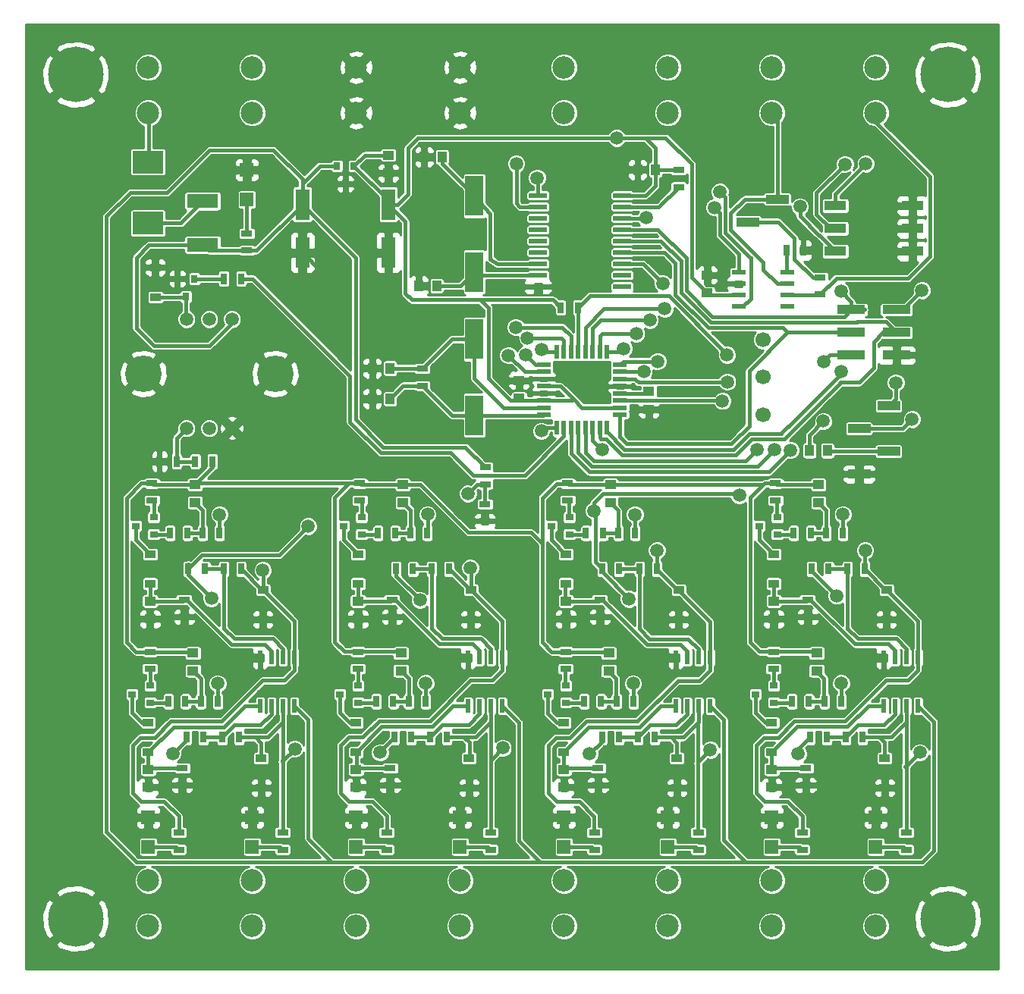
<source format=gbr>
G04 #@! TF.FileFunction,Copper,L1,Top,Signal*
%FSLAX46Y46*%
G04 Gerber Fmt 4.6, Leading zero omitted, Abs format (unit mm)*
G04 Created by KiCad (PCBNEW 4.0.6) date 03/28/18 11:07:49*
%MOMM*%
%LPD*%
G01*
G04 APERTURE LIST*
%ADD10C,0.100000*%
%ADD11R,1.250000X1.000000*%
%ADD12R,1.000000X1.250000*%
%ADD13R,1.200000X0.900000*%
%ADD14R,1.500000X1.500000*%
%ADD15C,1.700000*%
%ADD16R,3.500000X1.600000*%
%ADD17R,3.150000X1.000000*%
%ADD18R,0.900000X0.800000*%
%ADD19R,0.800000X0.900000*%
%ADD20R,1.300000X0.700000*%
%ADD21R,0.700000X1.300000*%
%ADD22R,0.600000X1.550000*%
%ADD23R,1.600000X0.550000*%
%ADD24R,0.550000X1.600000*%
%ADD25R,2.000000X0.600000*%
%ADD26R,1.550000X0.600000*%
%ADD27R,2.000000X4.500000*%
%ADD28R,2.440000X1.120000*%
%ADD29R,1.600000X3.500000*%
%ADD30C,4.064000*%
%ADD31C,1.500000*%
%ADD32C,6.197600*%
%ADD33C,2.500000*%
%ADD34R,2.510000X1.000000*%
%ADD35R,3.390000X2.500000*%
%ADD36C,0.400000*%
%ADD37C,0.254000*%
G04 APERTURE END LIST*
D10*
D11*
X146730000Y-77580000D03*
X146730000Y-75580000D03*
D12*
X179132600Y-83422800D03*
X181132600Y-83422800D03*
D11*
X132132600Y-50422800D03*
X132132600Y-52422800D03*
D12*
X130332600Y-74222800D03*
X132332600Y-74222800D03*
X130332600Y-77622800D03*
X132332600Y-77622800D03*
X138132600Y-50622800D03*
X136132600Y-50622800D03*
X137532600Y-65022800D03*
X135532600Y-65022800D03*
X159950000Y-52040000D03*
X161950000Y-52040000D03*
D11*
X167732600Y-63822800D03*
X167732600Y-65822800D03*
X105532600Y-100222800D03*
X105532600Y-102222800D03*
X105332600Y-119022800D03*
X105332600Y-121022800D03*
X110532600Y-87222800D03*
X110532600Y-89222800D03*
X110332600Y-106022800D03*
X110332600Y-108022800D03*
X128732600Y-100222800D03*
X128732600Y-102222800D03*
X128532600Y-119022800D03*
X128532600Y-121022800D03*
X133732600Y-87222800D03*
X133732600Y-89222800D03*
X133532600Y-106022800D03*
X133532600Y-108022800D03*
X151932600Y-100222800D03*
X151932600Y-102222800D03*
X151732600Y-119022800D03*
X151732600Y-121022800D03*
X156932600Y-87222800D03*
X156932600Y-89222800D03*
X156732600Y-106022800D03*
X156732600Y-108022800D03*
X175132600Y-100222800D03*
X175132600Y-102222800D03*
X174932600Y-119022800D03*
X174932600Y-121022800D03*
X180132600Y-87222800D03*
X180132600Y-89222800D03*
X179932600Y-106022800D03*
X179932600Y-108022800D03*
D13*
X106132600Y-66272800D03*
X106132600Y-62972800D03*
X105532600Y-98272800D03*
X105532600Y-94972800D03*
X105332600Y-117072800D03*
X105332600Y-113772800D03*
X118132600Y-98972800D03*
X118132600Y-102272800D03*
X117932600Y-117772800D03*
X117932600Y-121072800D03*
D14*
X105332600Y-127672800D03*
X105332600Y-124372800D03*
X116932600Y-127672800D03*
X116932600Y-124372800D03*
D13*
X128732600Y-98272800D03*
X128732600Y-94972800D03*
X128532600Y-117072800D03*
X128532600Y-113772800D03*
X141332600Y-98972800D03*
X141332600Y-102272800D03*
X141132600Y-117772800D03*
X141132600Y-121072800D03*
D14*
X128532600Y-127672800D03*
X128532600Y-124372800D03*
X140132600Y-127672800D03*
X140132600Y-124372800D03*
D13*
X151932600Y-98272800D03*
X151932600Y-94972800D03*
X151732600Y-117072800D03*
X151732600Y-113772800D03*
X164532600Y-98972800D03*
X164532600Y-102272800D03*
X164332600Y-117772800D03*
X164332600Y-121072800D03*
D14*
X151732600Y-127672800D03*
X151732600Y-124372800D03*
X163332600Y-127672800D03*
X163332600Y-124372800D03*
D13*
X175132600Y-98272800D03*
X175132600Y-94972800D03*
X174932600Y-117072800D03*
X174932600Y-113772800D03*
X187732600Y-98972800D03*
X187732600Y-102272800D03*
X187532600Y-117772800D03*
X187532600Y-121072800D03*
D14*
X174932600Y-127672800D03*
X174932600Y-124372800D03*
X186532600Y-127672800D03*
X186532600Y-124372800D03*
X116332600Y-55372800D03*
X116332600Y-52072800D03*
D15*
X173932600Y-71022800D03*
X173932600Y-75222800D03*
X173932600Y-79422800D03*
D16*
X111400000Y-60440000D03*
X111400000Y-55560000D03*
D17*
X183807600Y-67682800D03*
X188857600Y-67682800D03*
X183807600Y-70222800D03*
X188857600Y-70222800D03*
X183807600Y-72762800D03*
X188857600Y-72762800D03*
D18*
X105932600Y-92772800D03*
X105932600Y-90872800D03*
X103932600Y-91822800D03*
X105532600Y-111572800D03*
X105532600Y-109672800D03*
X103532600Y-110622800D03*
X129132600Y-92772800D03*
X129132600Y-90872800D03*
X127132600Y-91822800D03*
X128732600Y-111572800D03*
X128732600Y-109672800D03*
X126732600Y-110622800D03*
X152332600Y-92772800D03*
X152332600Y-90872800D03*
X150332600Y-91822800D03*
X151932600Y-111572800D03*
X151932600Y-109672800D03*
X149932600Y-110622800D03*
X175532600Y-92772800D03*
X175532600Y-90872800D03*
X173532600Y-91822800D03*
X175132600Y-111572800D03*
X175132600Y-109672800D03*
X173132600Y-110622800D03*
D19*
X110482600Y-64222800D03*
X108582600Y-64222800D03*
X109532600Y-66222800D03*
D20*
X142932600Y-87172800D03*
X142932600Y-85272800D03*
X142910000Y-91280000D03*
X142910000Y-89380000D03*
X164532600Y-52072800D03*
X164532600Y-53972800D03*
D21*
X178482600Y-61022800D03*
X176582600Y-61022800D03*
D20*
X180332600Y-65972800D03*
X180332600Y-64072800D03*
X105732600Y-87072800D03*
X105732600Y-88972800D03*
X105532600Y-105872800D03*
X105532600Y-107772800D03*
X109332600Y-100072800D03*
X109332600Y-101972800D03*
X109132600Y-118872800D03*
X109132600Y-120772800D03*
D21*
X109682600Y-92622800D03*
X107782600Y-92622800D03*
X111682600Y-96622800D03*
X109782600Y-96622800D03*
X109482600Y-111422800D03*
X107582600Y-111422800D03*
X111482600Y-115422800D03*
X109582600Y-115422800D03*
X113282600Y-92622800D03*
X111382600Y-92622800D03*
X110582600Y-84622800D03*
X112482600Y-84622800D03*
X106582600Y-84622800D03*
X108482600Y-84622800D03*
X113082600Y-111422800D03*
X111182600Y-111422800D03*
X115682600Y-96622800D03*
X113782600Y-96622800D03*
X115482600Y-115422800D03*
X113582600Y-115422800D03*
D20*
X108732600Y-126072800D03*
X108732600Y-127972800D03*
X120332600Y-126072800D03*
X120332600Y-127972800D03*
X128932600Y-87072800D03*
X128932600Y-88972800D03*
X128732600Y-105872800D03*
X128732600Y-107772800D03*
X132532600Y-100072800D03*
X132532600Y-101972800D03*
X132332600Y-118872800D03*
X132332600Y-120772800D03*
D21*
X113782600Y-64222800D03*
X115682600Y-64222800D03*
D20*
X135932600Y-76172800D03*
X135932600Y-74272800D03*
D21*
X151390000Y-67460000D03*
X153290000Y-67460000D03*
X132882600Y-92622800D03*
X130982600Y-92622800D03*
X134882600Y-96622800D03*
X132982600Y-96622800D03*
X132682600Y-111422800D03*
X130782600Y-111422800D03*
X134682600Y-115422800D03*
X132782600Y-115422800D03*
X136482600Y-92622800D03*
X134582600Y-92622800D03*
X136282600Y-111422800D03*
X134382600Y-111422800D03*
X138882600Y-96622800D03*
X136982600Y-96622800D03*
X138682600Y-115422800D03*
X136782600Y-115422800D03*
D20*
X131932600Y-126072800D03*
X131932600Y-127972800D03*
X143532600Y-126072800D03*
X143532600Y-127972800D03*
X152132600Y-87072800D03*
X152132600Y-88972800D03*
X151932600Y-105872800D03*
X151932600Y-107772800D03*
X155732600Y-100072800D03*
X155732600Y-101972800D03*
X155532600Y-118872800D03*
X155532600Y-120772800D03*
D21*
X156082600Y-92622800D03*
X154182600Y-92622800D03*
X157882600Y-96622800D03*
X155982600Y-96622800D03*
X155882600Y-111422800D03*
X153982600Y-111422800D03*
X157882600Y-115422800D03*
X155982600Y-115422800D03*
X159682600Y-92622800D03*
X157782600Y-92622800D03*
X159482600Y-111422800D03*
X157582600Y-111422800D03*
X162082600Y-96622800D03*
X160182600Y-96622800D03*
X161882600Y-115422800D03*
X159982600Y-115422800D03*
D20*
X155132600Y-126072800D03*
X155132600Y-127972800D03*
X166732600Y-126072800D03*
X166732600Y-127972800D03*
X175332600Y-87072800D03*
X175332600Y-88972800D03*
X175132600Y-105872800D03*
X175132600Y-107772800D03*
X178932600Y-100072800D03*
X178932600Y-101972800D03*
X178732600Y-118872800D03*
X178732600Y-120772800D03*
D21*
X179282600Y-92622800D03*
X177382600Y-92622800D03*
X181282600Y-96622800D03*
X179382600Y-96622800D03*
X179082600Y-111422800D03*
X177182600Y-111422800D03*
X181082600Y-115422800D03*
X179182600Y-115422800D03*
X182882600Y-92622800D03*
X180982600Y-92622800D03*
X182682600Y-111422800D03*
X180782600Y-111422800D03*
X185282600Y-96622800D03*
X183382600Y-96622800D03*
X185082600Y-115422800D03*
X183182600Y-115422800D03*
D20*
X178332600Y-126072800D03*
X178332600Y-127972800D03*
X189932600Y-126072800D03*
X189932600Y-127972800D03*
X116332600Y-59172800D03*
X116332600Y-61072800D03*
D22*
X121637600Y-106522800D03*
X120367600Y-106522800D03*
X119097600Y-106522800D03*
X117827600Y-106522800D03*
X117827600Y-111922800D03*
X119097600Y-111922800D03*
X120367600Y-111922800D03*
X121637600Y-111922800D03*
X144837600Y-106522800D03*
X143567600Y-106522800D03*
X142297600Y-106522800D03*
X141027600Y-106522800D03*
X141027600Y-111922800D03*
X142297600Y-111922800D03*
X143567600Y-111922800D03*
X144837600Y-111922800D03*
X168037600Y-106522800D03*
X166767600Y-106522800D03*
X165497600Y-106522800D03*
X164227600Y-106522800D03*
X164227600Y-111922800D03*
X165497600Y-111922800D03*
X166767600Y-111922800D03*
X168037600Y-111922800D03*
X191237600Y-106522800D03*
X189967600Y-106522800D03*
X188697600Y-106522800D03*
X187427600Y-106522800D03*
X187427600Y-111922800D03*
X188697600Y-111922800D03*
X189967600Y-111922800D03*
X191237600Y-111922800D03*
D19*
X128282600Y-51622800D03*
X126382600Y-51622800D03*
X127332600Y-53622800D03*
D23*
X149482600Y-73822800D03*
X149482600Y-74622800D03*
X149482600Y-75422800D03*
X149482600Y-76222800D03*
X149482600Y-77022800D03*
X149482600Y-77822800D03*
X149482600Y-78622800D03*
X149482600Y-79422800D03*
D24*
X150932600Y-80872800D03*
X151732600Y-80872800D03*
X152532600Y-80872800D03*
X153332600Y-80872800D03*
X154132600Y-80872800D03*
X154932600Y-80872800D03*
X155732600Y-80872800D03*
X156532600Y-80872800D03*
D23*
X157982600Y-79422800D03*
X157982600Y-78622800D03*
X157982600Y-77822800D03*
X157982600Y-77022800D03*
X157982600Y-76222800D03*
X157982600Y-75422800D03*
X157982600Y-74622800D03*
X157982600Y-73822800D03*
D24*
X156532600Y-72372800D03*
X155732600Y-72372800D03*
X154932600Y-72372800D03*
X154132600Y-72372800D03*
X153332600Y-72372800D03*
X152532600Y-72372800D03*
X151732600Y-72372800D03*
X150932600Y-72372800D03*
D25*
X148832600Y-54942800D03*
X148832600Y-56212800D03*
X148832600Y-57482800D03*
X148832600Y-58752800D03*
X148832600Y-60022800D03*
X148832600Y-61292800D03*
X148832600Y-62562800D03*
X148832600Y-63832800D03*
X148832600Y-65102800D03*
X158232600Y-65102800D03*
X158232600Y-63832800D03*
X158232600Y-62562800D03*
X158232600Y-61292800D03*
X158232600Y-60022800D03*
X158232600Y-58752800D03*
X158232600Y-57482800D03*
X158232600Y-56212800D03*
X158232600Y-54942800D03*
D26*
X171232600Y-63517800D03*
X171232600Y-64787800D03*
X171232600Y-66057800D03*
X171232600Y-67327800D03*
X176632600Y-67327800D03*
X176632600Y-66057800D03*
X176632600Y-64787800D03*
X176632600Y-63517800D03*
D27*
X141732600Y-79472800D03*
X141732600Y-70972800D03*
X141732600Y-63472800D03*
X141732600Y-54972800D03*
D28*
X182027600Y-56082800D03*
X190637600Y-61162800D03*
X182027600Y-58622800D03*
X190637600Y-58622800D03*
X182027600Y-61162800D03*
X190637600Y-56082800D03*
D29*
X122532600Y-55922800D03*
X122532600Y-61322800D03*
X132132600Y-55922800D03*
X132132600Y-61322800D03*
D30*
X104779300Y-74822800D03*
D31*
X109592600Y-68727800D03*
X109592600Y-80917800D03*
X112132600Y-68727800D03*
X112132600Y-80917800D03*
X114672600Y-68727800D03*
X114672600Y-80917800D03*
D30*
X119485900Y-74822800D03*
D32*
X97232600Y-135700000D03*
X97232600Y-41422800D03*
X194600000Y-41422800D03*
X194600000Y-135700000D03*
D11*
X161200000Y-76810000D03*
X161200000Y-78810000D03*
D33*
X151732600Y-45702800D03*
X151732600Y-40622800D03*
X163332600Y-45702800D03*
X163332600Y-40622800D03*
X105332600Y-136502800D03*
X105332600Y-131422800D03*
X116932600Y-136502800D03*
X116932600Y-131422800D03*
X128532600Y-136502800D03*
X128532600Y-131422800D03*
X140132600Y-136502800D03*
X140132600Y-131422800D03*
X151732600Y-136502800D03*
X151732600Y-131422800D03*
X163332600Y-136502800D03*
X163332600Y-131422800D03*
X174932600Y-136502800D03*
X174932600Y-131422800D03*
X186532600Y-136502800D03*
X186532600Y-131422800D03*
X128532600Y-45702800D03*
X128532600Y-40622800D03*
X140132600Y-45702800D03*
X140132600Y-40622800D03*
X105332600Y-45702800D03*
X105332600Y-40622800D03*
X116932600Y-45702800D03*
X116932600Y-40622800D03*
X174932600Y-45702800D03*
X174932600Y-40622800D03*
X186532600Y-45702800D03*
X186532600Y-40622800D03*
D34*
X172245000Y-57870000D03*
X175555000Y-55330000D03*
D35*
X105300000Y-51190000D03*
X105300000Y-58010000D03*
D34*
X184677600Y-80952800D03*
X184677600Y-86032800D03*
X187987600Y-78412800D03*
X187987600Y-83492800D03*
D31*
X160130000Y-81290000D03*
X125510000Y-63370000D03*
X115280000Y-121480000D03*
X138390000Y-121570000D03*
X184800000Y-121730000D03*
X161520000Y-121650000D03*
X136830000Y-53770000D03*
X146350000Y-69650000D03*
X190580000Y-79910000D03*
X147660000Y-70830000D03*
X188760000Y-75830000D03*
X157620000Y-48500000D03*
X191680000Y-65530000D03*
X169930000Y-72730000D03*
X180720000Y-73450000D03*
X180690000Y-80130000D03*
X160630000Y-74620000D03*
X118120000Y-96780000D03*
X121680000Y-116710000D03*
X162190000Y-73450000D03*
X141270000Y-96510000D03*
X158420000Y-72010000D03*
X144900000Y-116620000D03*
X159800000Y-70350000D03*
X161320000Y-68860000D03*
X162120000Y-94560000D03*
X168060000Y-116850000D03*
X162990000Y-67580000D03*
X185360000Y-94560000D03*
X169430000Y-77870000D03*
X169960000Y-75740000D03*
X191450000Y-117120000D03*
X177040000Y-83360000D03*
X175200000Y-83330000D03*
X173280000Y-83300000D03*
X113282600Y-90552800D03*
X113282600Y-90552800D03*
X113282600Y-90552800D03*
X113282600Y-90552800D03*
X113072600Y-109412800D03*
X113072600Y-109412800D03*
X113072600Y-109412800D03*
X113072600Y-109412800D03*
X136502600Y-90532800D03*
X136502600Y-90532800D03*
X136502600Y-90532800D03*
X136502600Y-90532800D03*
X136292600Y-109392800D03*
X136292600Y-109392800D03*
X136292600Y-109392800D03*
X136292600Y-109392800D03*
X159652600Y-90562800D03*
X159652600Y-90562800D03*
X159652600Y-90562800D03*
X159652600Y-90562800D03*
X159442600Y-109422800D03*
X159442600Y-109422800D03*
X159442600Y-109422800D03*
X159442600Y-109422800D03*
X182872600Y-90542800D03*
X182872600Y-90542800D03*
X182872600Y-90542800D03*
X182872600Y-90542800D03*
X182662600Y-109402800D03*
X182662600Y-109402800D03*
X182662600Y-109402800D03*
X182662600Y-109402800D03*
X182670000Y-74630000D03*
X182640000Y-65630000D03*
X123180000Y-91870000D03*
X177870000Y-117290000D03*
X182190000Y-99630000D03*
X171300000Y-88430000D03*
X154590000Y-117290000D03*
X158980000Y-99970000D03*
X155090000Y-90130000D03*
X131210000Y-117120000D03*
X135680000Y-100110000D03*
X108060000Y-117230000D03*
X112370000Y-99890000D03*
X141010000Y-88210000D03*
X185410000Y-51380000D03*
X147460000Y-72730000D03*
X183090000Y-51440000D03*
X145530000Y-72770000D03*
X178080000Y-56160000D03*
X149200000Y-81220000D03*
X160890000Y-57440000D03*
X156020000Y-83350000D03*
X162750000Y-64740000D03*
X149280000Y-72140000D03*
X168510000Y-56270000D03*
X148740000Y-52960000D03*
X169140000Y-54500000D03*
X146410000Y-51380000D03*
D36*
X161200000Y-78810000D02*
X161200000Y-80220000D01*
X161200000Y-80220000D02*
X160130000Y-81290000D01*
X122532600Y-61322800D02*
X124579800Y-63370000D01*
X124579800Y-63370000D02*
X125510000Y-63370000D01*
X116932600Y-124372800D02*
X116932600Y-123132600D01*
X116932600Y-123132600D02*
X115280000Y-121480000D01*
X140132600Y-124372800D02*
X140132600Y-123312600D01*
X140132600Y-123312600D02*
X138390000Y-121570000D01*
X186532600Y-124372800D02*
X186532600Y-123462600D01*
X186532600Y-123462600D02*
X184800000Y-121730000D01*
X163332600Y-124372800D02*
X163332600Y-123462600D01*
X163332600Y-123462600D02*
X161520000Y-121650000D01*
X136132600Y-50622800D02*
X136132600Y-53072600D01*
X136132600Y-53072600D02*
X136830000Y-53770000D01*
X149482600Y-75422800D02*
X153522800Y-75422800D01*
X154322800Y-76222800D02*
X157982600Y-76222800D01*
X153522800Y-75422800D02*
X154322800Y-76222800D01*
X130652600Y-111552800D02*
X130802600Y-111402800D01*
X130652600Y-111552800D02*
X130802600Y-111402800D01*
X130652600Y-111552800D02*
X130802600Y-111402800D01*
X128752600Y-111552800D02*
X130652600Y-111552800D01*
X128752600Y-111552800D02*
X130652600Y-111552800D01*
X128752600Y-111552800D02*
X130652600Y-111552800D01*
X128752600Y-111552800D02*
X130652600Y-111552800D01*
X130652600Y-111552800D02*
X130802600Y-111402800D01*
X154152600Y-92632800D02*
X154002600Y-92782800D01*
X154152600Y-92632800D02*
X154002600Y-92782800D01*
X154152600Y-92632800D02*
X154002600Y-92782800D01*
X154152600Y-92632800D02*
X154002600Y-92782800D01*
X154002600Y-92782800D02*
X152302600Y-92782800D01*
X154002600Y-92782800D02*
X152302600Y-92782800D01*
X154002600Y-92782800D02*
X152302600Y-92782800D01*
X154002600Y-92782800D02*
X152302600Y-92782800D01*
X153802600Y-111582800D02*
X153952600Y-111432800D01*
X153802600Y-111582800D02*
X153952600Y-111432800D01*
X153802600Y-111582800D02*
X153952600Y-111432800D01*
X153802600Y-111582800D02*
X153952600Y-111432800D01*
X151902600Y-111582800D02*
X153802600Y-111582800D01*
X151902600Y-111582800D02*
X153802600Y-111582800D01*
X151902600Y-111582800D02*
X153802600Y-111582800D01*
X151902600Y-111582800D02*
X153802600Y-111582800D01*
X177222600Y-92762800D02*
X175522600Y-92762800D01*
X177372600Y-92612800D02*
X177222600Y-92762800D01*
X177372600Y-92612800D02*
X177222600Y-92762800D01*
X177222600Y-92762800D02*
X175522600Y-92762800D01*
X177372600Y-92612800D02*
X177222600Y-92762800D01*
X177372600Y-92612800D02*
X177222600Y-92762800D01*
X177222600Y-92762800D02*
X175522600Y-92762800D01*
X177222600Y-92762800D02*
X175522600Y-92762800D01*
X110482600Y-64222800D02*
X113782600Y-64222800D01*
X151540000Y-69650000D02*
X146350000Y-69650000D01*
X152532600Y-70642600D02*
X151540000Y-69650000D01*
X152532600Y-72372800D02*
X152532600Y-70642600D01*
X189537200Y-80952800D02*
X184677600Y-80952800D01*
X190580000Y-79910000D02*
X189537200Y-80952800D01*
X151732600Y-71092600D02*
X151470000Y-70830000D01*
X151470000Y-70830000D02*
X147660000Y-70830000D01*
X151732600Y-72372800D02*
X151732600Y-71092600D01*
X188760000Y-77640400D02*
X187987600Y-78412800D01*
X188760000Y-75830000D02*
X188760000Y-77640400D01*
X181132600Y-83422800D02*
X181202600Y-83492800D01*
X181202600Y-83492800D02*
X187987600Y-83492800D01*
X105300000Y-58010000D02*
X108950000Y-58010000D01*
X108950000Y-58010000D02*
X111400000Y-55560000D01*
X141732600Y-54972800D02*
X143500000Y-57000200D01*
X144292800Y-62562800D02*
X148832600Y-62562800D01*
X143500000Y-62030000D02*
X144292800Y-62562800D01*
X143500000Y-57000200D02*
X143500000Y-62030000D01*
X138132600Y-50622800D02*
X138132600Y-51372800D01*
X138132600Y-51372800D02*
X141732600Y-54972800D01*
X130852600Y-92752800D02*
X129152600Y-92752800D01*
X130852600Y-92752800D02*
X129152600Y-92752800D01*
X131002600Y-92602800D02*
X130852600Y-92752800D01*
X131002600Y-92602800D02*
X130852600Y-92752800D01*
X130852600Y-92752800D02*
X129152600Y-92752800D01*
X131002600Y-92602800D02*
X130852600Y-92752800D01*
X131002600Y-92602800D02*
X130852600Y-92752800D01*
X130852600Y-92752800D02*
X129152600Y-92752800D01*
X108482600Y-84622800D02*
X108482600Y-82027800D01*
X108482600Y-82027800D02*
X109592600Y-80917800D01*
X108482600Y-84622800D02*
X110582600Y-84622800D01*
X189527200Y-67682800D02*
X191680000Y-65530000D01*
X189527200Y-67682800D02*
X188857600Y-67682800D01*
X143300000Y-75380000D02*
X145742800Y-77822800D01*
X142370000Y-66580000D02*
X143300000Y-67510000D01*
X143300000Y-74800000D02*
X143300000Y-67510000D01*
X143300000Y-75380000D02*
X143300000Y-74800000D01*
X145742800Y-77822800D02*
X149482600Y-77822800D01*
X149482600Y-77822800D02*
X146972800Y-77822800D01*
X146972800Y-77822800D02*
X146730000Y-77580000D01*
X161950000Y-52040000D02*
X161950000Y-49620000D01*
X161950000Y-49620000D02*
X160830000Y-48500000D01*
X161950000Y-52040000D02*
X164499800Y-52040000D01*
X164499800Y-52040000D02*
X164532600Y-52072800D01*
X158232600Y-54942800D02*
X160837200Y-54942800D01*
X161950000Y-53830000D02*
X161950000Y-52040000D01*
X160837200Y-54942800D02*
X161950000Y-53830000D01*
X149539800Y-66580000D02*
X150510000Y-66580000D01*
X150510000Y-66580000D02*
X151390000Y-67460000D01*
X142370000Y-66580000D02*
X149539800Y-66580000D01*
X134040000Y-65880000D02*
X134740000Y-66580000D01*
X134740000Y-66580000D02*
X142370000Y-66580000D01*
X134040000Y-65880000D02*
X134040000Y-57830200D01*
X132132600Y-55922800D02*
X134040000Y-57830200D01*
X167732600Y-65822800D02*
X167967600Y-66057800D01*
X167967600Y-66057800D02*
X171232600Y-66057800D01*
X158500000Y-48500000D02*
X160830000Y-48500000D01*
X160830000Y-48500000D02*
X163070000Y-48500000D01*
X163070000Y-48500000D02*
X166000000Y-51430000D01*
X166000000Y-51430000D02*
X166000000Y-64090200D01*
X166000000Y-64090200D02*
X167732600Y-65822800D01*
X132132600Y-55922800D02*
X133167200Y-55922800D01*
X135430000Y-48500000D02*
X157620000Y-48500000D01*
X134310000Y-49620000D02*
X135430000Y-48500000D01*
X134310000Y-54780000D02*
X134310000Y-49620000D01*
X133167200Y-55922800D02*
X134310000Y-54780000D01*
X157620000Y-48500000D02*
X158500000Y-48500000D01*
X158500000Y-48500000D02*
X158609800Y-48500000D01*
X149482600Y-77822800D02*
X152627200Y-77822800D01*
X152627200Y-77822800D02*
X152790000Y-77660000D01*
X149482600Y-76222800D02*
X151352800Y-76222800D01*
X151352800Y-76222800D02*
X152790000Y-77660000D01*
X153752800Y-78622800D02*
X157982600Y-78622800D01*
X152790000Y-77660000D02*
X153752800Y-78622800D01*
X132132600Y-50422800D02*
X129482600Y-50422800D01*
X129482600Y-50422800D02*
X128282600Y-51622800D01*
X132132600Y-55922800D02*
X132132600Y-55472800D01*
X132132600Y-55472800D02*
X128282600Y-51622800D01*
X153290000Y-67460000D02*
X154630000Y-66120000D01*
X155585400Y-66120000D02*
X163430000Y-66120000D01*
X163430000Y-66120000D02*
X169930000Y-72620000D01*
X154630000Y-66120000D02*
X155585400Y-66120000D01*
X153332600Y-72372800D02*
X153332600Y-67502600D01*
X153332600Y-67502600D02*
X153290000Y-67460000D01*
X181407200Y-72762800D02*
X183807600Y-72762800D01*
X180720000Y-73450000D02*
X181407200Y-72762800D01*
X179132600Y-81687400D02*
X179132600Y-83422800D01*
X180690000Y-80130000D02*
X179132600Y-81687400D01*
X153282600Y-72322800D02*
X153332600Y-72372800D01*
X116332600Y-61072800D02*
X117382600Y-61072800D01*
X117382600Y-61072800D02*
X122532600Y-55922800D01*
X111400000Y-60440000D02*
X112032800Y-61072800D01*
X112032800Y-61072800D02*
X116332600Y-61072800D01*
X122532600Y-55922800D02*
X122532600Y-53112600D01*
X104000000Y-129360000D02*
X125810000Y-129360000D01*
X100650000Y-57270000D02*
X100650000Y-126010000D01*
X100650000Y-126010000D02*
X104000000Y-129360000D01*
X122532600Y-53112600D02*
X119290000Y-49870000D01*
X119290000Y-49870000D02*
X112160000Y-49870000D01*
X112160000Y-49870000D02*
X107430000Y-54600000D01*
X107430000Y-54600000D02*
X103320000Y-54600000D01*
X103320000Y-54600000D02*
X100650000Y-57270000D01*
X123200000Y-125370000D02*
X123200000Y-126750000D01*
X123200000Y-126750000D02*
X125810000Y-129360000D01*
X146700000Y-125700000D02*
X146700000Y-126980000D01*
X146700000Y-126980000D02*
X149080000Y-129360000D01*
X169600000Y-125120000D02*
X169600000Y-126940000D01*
X169600000Y-126940000D02*
X172020000Y-129360000D01*
X125810000Y-129360000D02*
X149080000Y-129360000D01*
X149080000Y-129360000D02*
X172020000Y-129360000D01*
X191730000Y-129360000D02*
X193000000Y-128090000D01*
X193000000Y-128090000D02*
X193000000Y-113685200D01*
X193000000Y-113685200D02*
X191237600Y-111922800D01*
X172020000Y-129360000D02*
X191730000Y-129360000D01*
X121637600Y-111922800D02*
X123200000Y-113485200D01*
X123200000Y-113485200D02*
X123200000Y-125370000D01*
X146700000Y-113785200D02*
X146700000Y-125700000D01*
X144837600Y-111922800D02*
X146700000Y-113785200D01*
X168037600Y-111922800D02*
X169600000Y-113485200D01*
X169600000Y-113485200D02*
X169600000Y-125120000D01*
X142932600Y-85272800D02*
X140699800Y-83040000D01*
X128470000Y-61860200D02*
X122532600Y-55922800D01*
X128470000Y-79960000D02*
X128470000Y-61860200D01*
X131550000Y-83040000D02*
X128470000Y-79960000D01*
X140699800Y-83040000D02*
X131550000Y-83040000D01*
X114672600Y-68727800D02*
X114672600Y-69167400D01*
X114672600Y-69167400D02*
X112150000Y-71690000D01*
X112150000Y-71690000D02*
X105950000Y-71690000D01*
X105950000Y-71690000D02*
X104000000Y-69740000D01*
X104000000Y-69740000D02*
X104000000Y-61850000D01*
X104000000Y-61850000D02*
X105387200Y-60462800D01*
X105387200Y-60462800D02*
X109732600Y-60462800D01*
X122532600Y-55922800D02*
X122532600Y-53577400D01*
X124487200Y-51622800D02*
X126382600Y-51622800D01*
X122532600Y-53577400D02*
X124487200Y-51622800D01*
X110242600Y-60972800D02*
X109732600Y-60462800D01*
X149482600Y-78622800D02*
X144992800Y-78622800D01*
X143240000Y-76870000D02*
X141732600Y-75362600D01*
X141732600Y-75362600D02*
X141732600Y-70972800D01*
X144992800Y-78622800D02*
X143240000Y-76870000D01*
X141732600Y-70972800D02*
X139232600Y-70972800D01*
X139232600Y-70972800D02*
X135932600Y-74272800D01*
X132332600Y-74222800D02*
X135882600Y-74222800D01*
X135882600Y-74222800D02*
X135932600Y-74272800D01*
X141732600Y-79472800D02*
X149432600Y-79472800D01*
X149432600Y-79472800D02*
X149482600Y-79422800D01*
X135932600Y-76172800D02*
X133782600Y-76172800D01*
X133782600Y-76172800D02*
X132332600Y-77622800D01*
X141732600Y-79472800D02*
X139232600Y-79472800D01*
X139232600Y-79472800D02*
X135932600Y-76172800D01*
X141732600Y-63472800D02*
X142092600Y-63832800D01*
X142092600Y-63832800D02*
X148832600Y-63832800D01*
X137532600Y-65022800D02*
X140182600Y-65022800D01*
X140182600Y-65022800D02*
X141732600Y-63472800D01*
X109182600Y-100222800D02*
X109332600Y-100072800D01*
X105532600Y-100222800D02*
X109182600Y-100222800D01*
X109702600Y-100072800D02*
X109332600Y-100072800D01*
X119097600Y-106522800D02*
X119097600Y-105797800D01*
X109652600Y-100072800D02*
X109332600Y-100072800D01*
X114612600Y-105032800D02*
X109652600Y-100072800D01*
X119097600Y-105797800D02*
X118332600Y-105032800D01*
X118332600Y-105032800D02*
X114642600Y-105032800D01*
X114642600Y-105032800D02*
X114612600Y-105032800D01*
X114642600Y-105032800D02*
X114612600Y-105032800D01*
X118332600Y-105032800D02*
X114642600Y-105032800D01*
X119097600Y-105797800D02*
X118332600Y-105032800D01*
X114612600Y-105032800D02*
X109652600Y-100072800D01*
X109652600Y-100072800D02*
X109332600Y-100072800D01*
X119097600Y-106522800D02*
X119097600Y-105797800D01*
X109702600Y-100072800D02*
X109332600Y-100072800D01*
X105532600Y-100222800D02*
X109182600Y-100222800D01*
X109182600Y-100222800D02*
X109332600Y-100072800D01*
X109182600Y-100222800D02*
X109332600Y-100072800D01*
X105532600Y-100222800D02*
X109182600Y-100222800D01*
X109702600Y-100072800D02*
X109332600Y-100072800D01*
X119097600Y-106522800D02*
X119097600Y-105797800D01*
X109652600Y-100072800D02*
X109332600Y-100072800D01*
X114612600Y-105032800D02*
X109652600Y-100072800D01*
X119097600Y-105797800D02*
X118332600Y-105032800D01*
X118332600Y-105032800D02*
X114642600Y-105032800D01*
X114642600Y-105032800D02*
X114612600Y-105032800D01*
X114642600Y-105032800D02*
X114612600Y-105032800D01*
X118332600Y-105032800D02*
X114642600Y-105032800D01*
X119097600Y-105797800D02*
X118332600Y-105032800D01*
X114612600Y-105032800D02*
X109652600Y-100072800D01*
X109652600Y-100072800D02*
X109332600Y-100072800D01*
X119097600Y-106522800D02*
X119097600Y-105797800D01*
X109702600Y-100072800D02*
X109332600Y-100072800D01*
X105532600Y-100222800D02*
X109182600Y-100222800D01*
X109182600Y-100222800D02*
X109332600Y-100072800D01*
X105532600Y-98272800D02*
X105532600Y-100222800D01*
X105532600Y-98272800D02*
X105532600Y-100222800D01*
X105532600Y-98272800D02*
X105532600Y-100222800D01*
X105532600Y-98272800D02*
X105532600Y-100222800D01*
X105482600Y-118872800D02*
X105332600Y-119022800D01*
X109132600Y-118872800D02*
X105482600Y-118872800D01*
X116132600Y-111922800D02*
X113792600Y-114262800D01*
X113792600Y-114262800D02*
X108142600Y-114262800D01*
X117827600Y-111922800D02*
X116132600Y-111922800D01*
X117827600Y-111922800D02*
X116132600Y-111922800D01*
X113792600Y-114262800D02*
X108142600Y-114262800D01*
X116132600Y-111922800D02*
X113792600Y-114262800D01*
X109132600Y-118872800D02*
X105482600Y-118872800D01*
X105482600Y-118872800D02*
X105332600Y-119022800D01*
X105482600Y-118872800D02*
X105332600Y-119022800D01*
X109132600Y-118872800D02*
X105482600Y-118872800D01*
X116132600Y-111922800D02*
X113792600Y-114262800D01*
X113792600Y-114262800D02*
X108142600Y-114262800D01*
X117827600Y-111922800D02*
X116132600Y-111922800D01*
X117827600Y-111922800D02*
X116132600Y-111922800D01*
X113792600Y-114262800D02*
X108142600Y-114262800D01*
X116132600Y-111922800D02*
X113792600Y-114262800D01*
X109132600Y-118872800D02*
X105482600Y-118872800D01*
X105482600Y-118872800D02*
X105332600Y-119022800D01*
X105332600Y-117072800D02*
X105332600Y-119022800D01*
X108142600Y-114262800D02*
X105332600Y-117072800D01*
X108142600Y-114262800D02*
X105332600Y-117072800D01*
X105332600Y-117072800D02*
X105332600Y-119022800D01*
X105332600Y-117072800D02*
X105332600Y-119022800D01*
X108142600Y-114262800D02*
X105332600Y-117072800D01*
X108142600Y-114262800D02*
X105332600Y-117072800D01*
X105332600Y-117072800D02*
X105332600Y-119022800D01*
X110532600Y-87222800D02*
X110682600Y-87072800D01*
X110682600Y-87072800D02*
X128932600Y-87072800D01*
X133732600Y-87222800D02*
X135722800Y-87222800D01*
X148060000Y-92540000D02*
X149302600Y-93782600D01*
X141040000Y-92540000D02*
X148060000Y-92540000D01*
X135722800Y-87222800D02*
X141040000Y-92540000D01*
X156932600Y-87222800D02*
X173982600Y-87222800D01*
X173982600Y-87222800D02*
X174142600Y-87062800D01*
X112482600Y-84622800D02*
X112482600Y-85272800D01*
X112482600Y-85272800D02*
X110532600Y-87222800D01*
X179772600Y-105862800D02*
X179922600Y-106012800D01*
X179772600Y-105862800D02*
X179922600Y-106012800D01*
X179772600Y-105862800D02*
X179922600Y-106012800D01*
X179772600Y-105862800D02*
X179922600Y-106012800D01*
X175322600Y-87062800D02*
X175472600Y-87212800D01*
X174142600Y-87062800D02*
X175322600Y-87062800D01*
X175322600Y-87062800D02*
X175472600Y-87212800D01*
X174142600Y-87062800D02*
X175322600Y-87062800D01*
X175322600Y-87062800D02*
X175472600Y-87212800D01*
X175322600Y-87062800D02*
X175472600Y-87212800D01*
X175472600Y-87212800D02*
X180122600Y-87212800D01*
X175472600Y-87212800D02*
X180122600Y-87212800D01*
X175472600Y-87212800D02*
X180122600Y-87212800D01*
X175472600Y-87212800D02*
X180122600Y-87212800D01*
X172522600Y-88682800D02*
X174142600Y-87062800D01*
X172522600Y-88682800D02*
X174142600Y-87062800D01*
X172522600Y-88682800D02*
X174142600Y-87062800D01*
X172522600Y-88682800D02*
X174142600Y-87062800D01*
X174142600Y-87062800D02*
X175322600Y-87062800D01*
X174142600Y-87062800D02*
X175322600Y-87062800D01*
X175122600Y-105862800D02*
X173562600Y-105862800D01*
X175122600Y-105862800D02*
X173562600Y-105862800D01*
X175122600Y-105862800D02*
X179772600Y-105862800D01*
X175122600Y-105862800D02*
X179772600Y-105862800D01*
X175122600Y-105862800D02*
X173562600Y-105862800D01*
X175122600Y-105862800D02*
X173562600Y-105862800D01*
X175122600Y-105862800D02*
X179772600Y-105862800D01*
X175122600Y-105862800D02*
X179772600Y-105862800D01*
X172522600Y-104822800D02*
X172522600Y-88682800D01*
X172522600Y-104822800D02*
X172522600Y-88682800D01*
X172522600Y-104822800D02*
X172522600Y-88682800D01*
X172522600Y-104822800D02*
X172522600Y-88682800D01*
X173562600Y-105862800D02*
X172522600Y-104822800D01*
X173562600Y-105862800D02*
X172522600Y-104822800D01*
X173562600Y-105862800D02*
X172522600Y-104822800D01*
X173562600Y-105862800D02*
X172522600Y-104822800D01*
X156552600Y-105882800D02*
X156702600Y-106032800D01*
X156552600Y-105882800D02*
X156702600Y-106032800D01*
X156552600Y-105882800D02*
X156702600Y-106032800D01*
X156552600Y-105882800D02*
X156702600Y-106032800D01*
X151902600Y-105882800D02*
X156552600Y-105882800D01*
X151902600Y-105882800D02*
X156552600Y-105882800D01*
X151902600Y-105882800D02*
X156552600Y-105882800D01*
X151902600Y-105882800D02*
X156552600Y-105882800D01*
X149302600Y-88702800D02*
X150922600Y-87082800D01*
X149302600Y-88702800D02*
X150922600Y-87082800D01*
X149302600Y-88702800D02*
X150922600Y-87082800D01*
X149302600Y-88702800D02*
X150922600Y-87082800D01*
X152102600Y-87082800D02*
X152252600Y-87232800D01*
X152102600Y-87082800D02*
X152252600Y-87232800D01*
X152102600Y-87082800D02*
X152252600Y-87232800D01*
X152102600Y-87082800D02*
X152252600Y-87232800D01*
X150922600Y-87082800D02*
X152102600Y-87082800D01*
X150922600Y-87082800D02*
X152102600Y-87082800D01*
X150922600Y-87082800D02*
X152102600Y-87082800D01*
X150922600Y-87082800D02*
X152102600Y-87082800D01*
X151902600Y-105882800D02*
X150342600Y-105882800D01*
X151902600Y-105882800D02*
X150342600Y-105882800D01*
X151902600Y-105882800D02*
X150342600Y-105882800D01*
X151902600Y-105882800D02*
X150342600Y-105882800D01*
X150342600Y-105882800D02*
X149302600Y-104842800D01*
X150342600Y-105882800D02*
X149302600Y-104842800D01*
X150342600Y-105882800D02*
X149302600Y-104842800D01*
X150342600Y-105882800D02*
X149302600Y-104842800D01*
X149302600Y-104842800D02*
X149302600Y-93782600D01*
X149302600Y-93782600D02*
X149302600Y-88702800D01*
X149302600Y-104842800D02*
X149302600Y-88702800D01*
X149302600Y-104842800D02*
X149302600Y-88702800D01*
X149302600Y-104842800D02*
X149302600Y-88702800D01*
X152252600Y-87232800D02*
X156902600Y-87232800D01*
X152252600Y-87232800D02*
X156902600Y-87232800D01*
X152252600Y-87232800D02*
X156902600Y-87232800D01*
X152252600Y-87232800D02*
X156902600Y-87232800D01*
X126152600Y-104812800D02*
X126152600Y-88672800D01*
X126152600Y-104812800D02*
X126152600Y-88672800D01*
X126152600Y-104812800D02*
X126152600Y-88672800D01*
X127192600Y-105852800D02*
X126152600Y-104812800D01*
X128752600Y-105852800D02*
X127192600Y-105852800D01*
X127192600Y-105852800D02*
X126152600Y-104812800D01*
X127192600Y-105852800D02*
X126152600Y-104812800D01*
X128752600Y-105852800D02*
X127192600Y-105852800D01*
X127192600Y-105852800D02*
X126152600Y-104812800D01*
X128752600Y-105852800D02*
X127192600Y-105852800D01*
X128752600Y-105852800D02*
X127192600Y-105852800D01*
X126152600Y-104812800D02*
X126152600Y-88672800D01*
X126152600Y-88672800D02*
X127772600Y-87052800D01*
X126152600Y-88672800D02*
X127772600Y-87052800D01*
X126152600Y-88672800D02*
X127772600Y-87052800D01*
X126152600Y-88672800D02*
X127772600Y-87052800D01*
X127772600Y-87052800D02*
X128952600Y-87052800D01*
X127772600Y-87052800D02*
X128952600Y-87052800D01*
X128952600Y-87052800D02*
X129102600Y-87202800D01*
X128952600Y-87052800D02*
X129102600Y-87202800D01*
X127772600Y-87052800D02*
X128952600Y-87052800D01*
X127772600Y-87052800D02*
X128952600Y-87052800D01*
X128952600Y-87052800D02*
X129102600Y-87202800D01*
X133402600Y-105852800D02*
X133552600Y-106002800D01*
X133402600Y-105852800D02*
X133552600Y-106002800D01*
X128752600Y-105852800D02*
X133402600Y-105852800D01*
X128752600Y-105852800D02*
X133402600Y-105852800D01*
X128752600Y-105852800D02*
X133402600Y-105852800D01*
X133402600Y-105852800D02*
X133552600Y-106002800D01*
X133402600Y-105852800D02*
X133552600Y-106002800D01*
X128752600Y-105852800D02*
X133402600Y-105852800D01*
X129102600Y-87202800D02*
X133752600Y-87202800D01*
X129102600Y-87202800D02*
X133752600Y-87202800D01*
X129102600Y-87202800D02*
X133752600Y-87202800D01*
X129102600Y-87202800D02*
X133752600Y-87202800D01*
X128952600Y-87052800D02*
X129102600Y-87202800D01*
X105882600Y-87222800D02*
X110532600Y-87222800D01*
X105732600Y-87072800D02*
X105882600Y-87222800D01*
X110182600Y-105872800D02*
X110332600Y-106022800D01*
X105532600Y-105872800D02*
X110182600Y-105872800D01*
X103972600Y-105872800D02*
X102932600Y-104832800D01*
X102932600Y-104832800D02*
X102932600Y-88692800D01*
X102932600Y-88692800D02*
X104552600Y-87072800D01*
X104552600Y-87072800D02*
X105732600Y-87072800D01*
X105532600Y-105872800D02*
X103972600Y-105872800D01*
X105532600Y-105872800D02*
X103972600Y-105872800D01*
X104552600Y-87072800D02*
X105732600Y-87072800D01*
X102932600Y-88692800D02*
X104552600Y-87072800D01*
X102932600Y-104832800D02*
X102932600Y-88692800D01*
X103972600Y-105872800D02*
X102932600Y-104832800D01*
X105532600Y-105872800D02*
X110182600Y-105872800D01*
X110182600Y-105872800D02*
X110332600Y-106022800D01*
X105732600Y-87072800D02*
X105882600Y-87222800D01*
X105882600Y-87222800D02*
X110532600Y-87222800D01*
X105882600Y-87222800D02*
X110532600Y-87222800D01*
X105732600Y-87072800D02*
X105882600Y-87222800D01*
X110182600Y-105872800D02*
X110332600Y-106022800D01*
X105532600Y-105872800D02*
X110182600Y-105872800D01*
X103972600Y-105872800D02*
X102932600Y-104832800D01*
X102932600Y-104832800D02*
X102932600Y-88692800D01*
X102932600Y-88692800D02*
X104552600Y-87072800D01*
X104552600Y-87072800D02*
X105732600Y-87072800D01*
X105532600Y-105872800D02*
X103972600Y-105872800D01*
X105532600Y-105872800D02*
X103972600Y-105872800D01*
X104552600Y-87072800D02*
X105732600Y-87072800D01*
X102932600Y-88692800D02*
X104552600Y-87072800D01*
X102932600Y-104832800D02*
X102932600Y-88692800D01*
X103972600Y-105872800D02*
X102932600Y-104832800D01*
X105532600Y-105872800D02*
X110182600Y-105872800D01*
X110182600Y-105872800D02*
X110332600Y-106022800D01*
X105732600Y-87072800D02*
X105882600Y-87222800D01*
X105882600Y-87222800D02*
X110532600Y-87222800D01*
X111382600Y-90072800D02*
X111382600Y-92622800D01*
X110532600Y-89222800D02*
X111382600Y-90072800D01*
X111382600Y-92622800D02*
X109682600Y-92622800D01*
X111382600Y-92622800D02*
X109682600Y-92622800D01*
X110532600Y-89222800D02*
X111382600Y-90072800D01*
X111382600Y-90072800D02*
X111382600Y-92622800D01*
X111382600Y-90072800D02*
X111382600Y-92622800D01*
X110532600Y-89222800D02*
X111382600Y-90072800D01*
X111382600Y-92622800D02*
X109682600Y-92622800D01*
X111382600Y-92622800D02*
X109682600Y-92622800D01*
X110532600Y-89222800D02*
X111382600Y-90072800D01*
X111382600Y-90072800D02*
X111382600Y-92622800D01*
X109482600Y-111422800D02*
X111182600Y-111422800D01*
X111182600Y-108872800D02*
X110332600Y-108022800D01*
X111182600Y-111422800D02*
X111182600Y-108872800D01*
X111182600Y-111422800D02*
X111182600Y-108872800D01*
X111182600Y-108872800D02*
X110332600Y-108022800D01*
X109482600Y-111422800D02*
X111182600Y-111422800D01*
X109482600Y-111422800D02*
X111182600Y-111422800D01*
X111182600Y-108872800D02*
X110332600Y-108022800D01*
X111182600Y-111422800D02*
X111182600Y-108872800D01*
X111182600Y-111422800D02*
X111182600Y-108872800D01*
X111182600Y-108872800D02*
X110332600Y-108022800D01*
X109482600Y-111422800D02*
X111182600Y-111422800D01*
X132402600Y-100202800D02*
X132552600Y-100052800D01*
X132402600Y-100202800D02*
X132552600Y-100052800D01*
X132402600Y-100202800D02*
X132552600Y-100052800D01*
X132402600Y-100202800D02*
X132552600Y-100052800D01*
X132872600Y-100052800D02*
X132552600Y-100052800D01*
X132872600Y-100052800D02*
X132552600Y-100052800D01*
X132872600Y-100052800D02*
X132552600Y-100052800D01*
X137832600Y-105012800D02*
X132872600Y-100052800D01*
X137832600Y-105012800D02*
X132872600Y-100052800D01*
X137832600Y-105012800D02*
X132872600Y-100052800D01*
X137832600Y-105012800D02*
X132872600Y-100052800D01*
X132922600Y-100052800D02*
X132552600Y-100052800D01*
X132922600Y-100052800D02*
X132552600Y-100052800D01*
X132922600Y-100052800D02*
X132552600Y-100052800D01*
X132872600Y-100052800D02*
X132552600Y-100052800D01*
X132922600Y-100052800D02*
X132552600Y-100052800D01*
X137862600Y-105012800D02*
X137832600Y-105012800D01*
X137862600Y-105012800D02*
X137832600Y-105012800D01*
X137862600Y-105012800D02*
X137832600Y-105012800D01*
X137862600Y-105012800D02*
X137832600Y-105012800D01*
X128752600Y-100202800D02*
X132402600Y-100202800D01*
X128752600Y-100202800D02*
X132402600Y-100202800D01*
X128752600Y-100202800D02*
X132402600Y-100202800D01*
X128752600Y-100202800D02*
X132402600Y-100202800D01*
X141552600Y-105012800D02*
X137862600Y-105012800D01*
X141552600Y-105012800D02*
X137862600Y-105012800D01*
X141552600Y-105012800D02*
X137862600Y-105012800D01*
X141552600Y-105012800D02*
X137862600Y-105012800D01*
X142317600Y-106502800D02*
X142317600Y-105777800D01*
X142317600Y-105777800D02*
X141552600Y-105012800D01*
X142317600Y-105777800D02*
X141552600Y-105012800D01*
X142317600Y-106502800D02*
X142317600Y-105777800D01*
X142317600Y-106502800D02*
X142317600Y-105777800D01*
X142317600Y-105777800D02*
X141552600Y-105012800D01*
X142317600Y-105777800D02*
X141552600Y-105012800D01*
X142317600Y-106502800D02*
X142317600Y-105777800D01*
X128752600Y-98252800D02*
X128752600Y-100202800D01*
X128752600Y-98252800D02*
X128752600Y-100202800D01*
X128752600Y-98252800D02*
X128752600Y-100202800D01*
X128752600Y-98252800D02*
X128752600Y-100202800D01*
X132352600Y-118852800D02*
X128702600Y-118852800D01*
X132352600Y-118852800D02*
X128702600Y-118852800D01*
X132352600Y-118852800D02*
X128702600Y-118852800D01*
X132352600Y-118852800D02*
X128702600Y-118852800D01*
X128702600Y-118852800D02*
X128552600Y-119002800D01*
X128702600Y-118852800D02*
X128552600Y-119002800D01*
X128702600Y-118852800D02*
X128552600Y-119002800D01*
X128702600Y-118852800D02*
X128552600Y-119002800D01*
X141047600Y-111902800D02*
X139352600Y-111902800D01*
X141047600Y-111902800D02*
X139352600Y-111902800D01*
X141047600Y-111902800D02*
X139352600Y-111902800D01*
X141047600Y-111902800D02*
X139352600Y-111902800D01*
X137012600Y-114242800D02*
X131362600Y-114242800D01*
X137012600Y-114242800D02*
X131362600Y-114242800D01*
X137012600Y-114242800D02*
X131362600Y-114242800D01*
X137012600Y-114242800D02*
X131362600Y-114242800D01*
X139352600Y-111902800D02*
X137012600Y-114242800D01*
X139352600Y-111902800D02*
X137012600Y-114242800D01*
X139352600Y-111902800D02*
X137012600Y-114242800D01*
X139352600Y-111902800D02*
X137012600Y-114242800D01*
X131362600Y-114242800D02*
X128552600Y-117052800D01*
X131362600Y-114242800D02*
X128552600Y-117052800D01*
X131362600Y-114242800D02*
X128552600Y-117052800D01*
X128552600Y-117052800D02*
X128552600Y-119002800D01*
X128552600Y-117052800D02*
X128552600Y-119002800D01*
X128552600Y-117052800D02*
X128552600Y-119002800D01*
X128552600Y-117052800D02*
X128552600Y-119002800D01*
X131362600Y-114242800D02*
X128552600Y-117052800D01*
X133752600Y-89202800D02*
X134602600Y-90052800D01*
X133752600Y-89202800D02*
X134602600Y-90052800D01*
X133752600Y-89202800D02*
X134602600Y-90052800D01*
X133752600Y-89202800D02*
X134602600Y-90052800D01*
X134602600Y-90052800D02*
X134602600Y-92602800D01*
X134602600Y-90052800D02*
X134602600Y-92602800D01*
X134602600Y-92602800D02*
X132902600Y-92602800D01*
X134602600Y-92602800D02*
X132902600Y-92602800D01*
X134602600Y-92602800D02*
X132902600Y-92602800D01*
X134602600Y-92602800D02*
X132902600Y-92602800D01*
X134602600Y-90052800D02*
X134602600Y-92602800D01*
X134602600Y-90052800D02*
X134602600Y-92602800D01*
X132702600Y-111402800D02*
X134402600Y-111402800D01*
X132702600Y-111402800D02*
X134402600Y-111402800D01*
X132702600Y-111402800D02*
X134402600Y-111402800D01*
X132702600Y-111402800D02*
X134402600Y-111402800D01*
X134402600Y-108852800D02*
X133552600Y-108002800D01*
X134402600Y-108852800D02*
X133552600Y-108002800D01*
X134402600Y-108852800D02*
X133552600Y-108002800D01*
X134402600Y-108852800D02*
X133552600Y-108002800D01*
X134402600Y-111402800D02*
X134402600Y-108852800D01*
X134402600Y-111402800D02*
X134402600Y-108852800D01*
X134402600Y-111402800D02*
X134402600Y-108852800D01*
X134402600Y-111402800D02*
X134402600Y-108852800D01*
X164702600Y-105042800D02*
X161012600Y-105042800D01*
X164702600Y-105042800D02*
X161012600Y-105042800D01*
X164702600Y-105042800D02*
X161012600Y-105042800D01*
X164702600Y-105042800D02*
X161012600Y-105042800D01*
X165467600Y-106532800D02*
X165467600Y-105807800D01*
X165467600Y-106532800D02*
X165467600Y-105807800D01*
X165467600Y-106532800D02*
X165467600Y-105807800D01*
X165467600Y-106532800D02*
X165467600Y-105807800D01*
X165467600Y-105807800D02*
X164702600Y-105042800D01*
X165467600Y-105807800D02*
X164702600Y-105042800D01*
X165467600Y-105807800D02*
X164702600Y-105042800D01*
X165467600Y-105807800D02*
X164702600Y-105042800D01*
X155552600Y-100232800D02*
X155702600Y-100082800D01*
X155552600Y-100232800D02*
X155702600Y-100082800D01*
X155552600Y-100232800D02*
X155702600Y-100082800D01*
X155552600Y-100232800D02*
X155702600Y-100082800D01*
X151902600Y-100232800D02*
X155552600Y-100232800D01*
X151902600Y-100232800D02*
X155552600Y-100232800D01*
X151902600Y-100232800D02*
X155552600Y-100232800D01*
X151902600Y-100232800D02*
X155552600Y-100232800D01*
X156072600Y-100082800D02*
X155702600Y-100082800D01*
X156072600Y-100082800D02*
X155702600Y-100082800D01*
X156072600Y-100082800D02*
X155702600Y-100082800D01*
X156072600Y-100082800D02*
X155702600Y-100082800D01*
X156022600Y-100082800D02*
X155702600Y-100082800D01*
X156022600Y-100082800D02*
X155702600Y-100082800D01*
X156022600Y-100082800D02*
X155702600Y-100082800D01*
X156022600Y-100082800D02*
X155702600Y-100082800D01*
X160982600Y-105042800D02*
X156022600Y-100082800D01*
X160982600Y-105042800D02*
X156022600Y-100082800D01*
X160982600Y-105042800D02*
X156022600Y-100082800D01*
X160982600Y-105042800D02*
X156022600Y-100082800D01*
X161012600Y-105042800D02*
X160982600Y-105042800D01*
X161012600Y-105042800D02*
X160982600Y-105042800D01*
X161012600Y-105042800D02*
X160982600Y-105042800D01*
X161012600Y-105042800D02*
X160982600Y-105042800D01*
X151902600Y-98282800D02*
X151902600Y-100232800D01*
X151902600Y-98282800D02*
X151902600Y-100232800D01*
X151902600Y-98282800D02*
X151902600Y-100232800D01*
X151902600Y-98282800D02*
X151902600Y-100232800D01*
X164197600Y-111932800D02*
X162502600Y-111932800D01*
X164197600Y-111932800D02*
X162502600Y-111932800D01*
X164197600Y-111932800D02*
X162502600Y-111932800D01*
X164197600Y-111932800D02*
X162502600Y-111932800D01*
X155502600Y-118882800D02*
X151852600Y-118882800D01*
X155502600Y-118882800D02*
X151852600Y-118882800D01*
X155502600Y-118882800D02*
X151852600Y-118882800D01*
X155502600Y-118882800D02*
X151852600Y-118882800D01*
X151852600Y-118882800D02*
X151702600Y-119032800D01*
X151852600Y-118882800D02*
X151702600Y-119032800D01*
X151852600Y-118882800D02*
X151702600Y-119032800D01*
X151852600Y-118882800D02*
X151702600Y-119032800D01*
X160162600Y-114272800D02*
X154512600Y-114272800D01*
X160162600Y-114272800D02*
X154512600Y-114272800D01*
X160162600Y-114272800D02*
X154512600Y-114272800D01*
X160162600Y-114272800D02*
X154512600Y-114272800D01*
X162502600Y-111932800D02*
X160162600Y-114272800D01*
X162502600Y-111932800D02*
X160162600Y-114272800D01*
X162502600Y-111932800D02*
X160162600Y-114272800D01*
X162502600Y-111932800D02*
X160162600Y-114272800D01*
X154512600Y-114272800D02*
X151702600Y-117082800D01*
X154512600Y-114272800D02*
X151702600Y-117082800D01*
X154512600Y-114272800D02*
X151702600Y-117082800D01*
X154512600Y-114272800D02*
X151702600Y-117082800D01*
X151702600Y-117082800D02*
X151702600Y-119032800D01*
X151702600Y-117082800D02*
X151702600Y-119032800D01*
X151702600Y-117082800D02*
X151702600Y-119032800D01*
X151702600Y-117082800D02*
X151702600Y-119032800D01*
X157752600Y-92632800D02*
X156052600Y-92632800D01*
X157752600Y-92632800D02*
X156052600Y-92632800D01*
X157752600Y-92632800D02*
X156052600Y-92632800D01*
X157752600Y-92632800D02*
X156052600Y-92632800D01*
X156902600Y-89232800D02*
X157752600Y-90082800D01*
X156902600Y-89232800D02*
X157752600Y-90082800D01*
X156902600Y-89232800D02*
X157752600Y-90082800D01*
X156902600Y-89232800D02*
X157752600Y-90082800D01*
X157752600Y-90082800D02*
X157752600Y-92632800D01*
X157752600Y-90082800D02*
X157752600Y-92632800D01*
X157752600Y-90082800D02*
X157752600Y-92632800D01*
X157752600Y-90082800D02*
X157752600Y-92632800D01*
X155852600Y-111432800D02*
X157552600Y-111432800D01*
X155852600Y-111432800D02*
X157552600Y-111432800D01*
X155852600Y-111432800D02*
X157552600Y-111432800D01*
X155852600Y-111432800D02*
X157552600Y-111432800D01*
X157552600Y-108882800D02*
X156702600Y-108032800D01*
X157552600Y-108882800D02*
X156702600Y-108032800D01*
X157552600Y-108882800D02*
X156702600Y-108032800D01*
X157552600Y-108882800D02*
X156702600Y-108032800D01*
X157552600Y-111432800D02*
X157552600Y-108882800D01*
X157552600Y-111432800D02*
X157552600Y-108882800D01*
X157552600Y-111432800D02*
X157552600Y-108882800D01*
X157552600Y-111432800D02*
X157552600Y-108882800D01*
X179242600Y-100062800D02*
X178922600Y-100062800D01*
X184202600Y-105022800D02*
X179242600Y-100062800D01*
X184202600Y-105022800D02*
X179242600Y-100062800D01*
X184202600Y-105022800D02*
X179242600Y-100062800D01*
X184202600Y-105022800D02*
X179242600Y-100062800D01*
X175122600Y-100212800D02*
X178772600Y-100212800D01*
X175122600Y-100212800D02*
X178772600Y-100212800D01*
X175122600Y-100212800D02*
X178772600Y-100212800D01*
X175122600Y-100212800D02*
X178772600Y-100212800D01*
X179292600Y-100062800D02*
X178922600Y-100062800D01*
X179242600Y-100062800D02*
X178922600Y-100062800D01*
X179292600Y-100062800D02*
X178922600Y-100062800D01*
X179292600Y-100062800D02*
X178922600Y-100062800D01*
X179292600Y-100062800D02*
X178922600Y-100062800D01*
X178772600Y-100212800D02*
X178922600Y-100062800D01*
X178772600Y-100212800D02*
X178922600Y-100062800D01*
X178772600Y-100212800D02*
X178922600Y-100062800D01*
X178772600Y-100212800D02*
X178922600Y-100062800D01*
X179242600Y-100062800D02*
X178922600Y-100062800D01*
X179242600Y-100062800D02*
X178922600Y-100062800D01*
X184232600Y-105022800D02*
X184202600Y-105022800D01*
X184232600Y-105022800D02*
X184202600Y-105022800D01*
X184232600Y-105022800D02*
X184202600Y-105022800D01*
X184232600Y-105022800D02*
X184202600Y-105022800D01*
X188687600Y-106512800D02*
X188687600Y-105787800D01*
X188687600Y-105787800D02*
X187922600Y-105022800D01*
X188687600Y-105787800D02*
X187922600Y-105022800D01*
X188687600Y-106512800D02*
X188687600Y-105787800D01*
X188687600Y-105787800D02*
X187922600Y-105022800D01*
X188687600Y-105787800D02*
X187922600Y-105022800D01*
X188687600Y-106512800D02*
X188687600Y-105787800D01*
X188687600Y-106512800D02*
X188687600Y-105787800D01*
X187922600Y-105022800D02*
X184232600Y-105022800D01*
X187922600Y-105022800D02*
X184232600Y-105022800D01*
X187922600Y-105022800D02*
X184232600Y-105022800D01*
X187922600Y-105022800D02*
X184232600Y-105022800D01*
X175122600Y-98262800D02*
X175122600Y-100212800D01*
X175122600Y-98262800D02*
X175122600Y-100212800D01*
X175122600Y-98262800D02*
X175122600Y-100212800D01*
X175122600Y-98262800D02*
X175122600Y-100212800D01*
X187417600Y-111912800D02*
X185722600Y-111912800D01*
X187417600Y-111912800D02*
X185722600Y-111912800D01*
X187417600Y-111912800D02*
X185722600Y-111912800D01*
X187417600Y-111912800D02*
X185722600Y-111912800D01*
X183382600Y-114252800D02*
X177732600Y-114252800D01*
X183382600Y-114252800D02*
X177732600Y-114252800D01*
X183382600Y-114252800D02*
X177732600Y-114252800D01*
X183382600Y-114252800D02*
X177732600Y-114252800D01*
X185722600Y-111912800D02*
X183382600Y-114252800D01*
X185722600Y-111912800D02*
X183382600Y-114252800D01*
X185722600Y-111912800D02*
X183382600Y-114252800D01*
X185722600Y-111912800D02*
X183382600Y-114252800D01*
X178722600Y-118862800D02*
X175072600Y-118862800D01*
X175072600Y-118862800D02*
X174922600Y-119012800D01*
X178722600Y-118862800D02*
X175072600Y-118862800D01*
X178722600Y-118862800D02*
X175072600Y-118862800D01*
X178722600Y-118862800D02*
X175072600Y-118862800D01*
X175072600Y-118862800D02*
X174922600Y-119012800D01*
X175072600Y-118862800D02*
X174922600Y-119012800D01*
X175072600Y-118862800D02*
X174922600Y-119012800D01*
X174922600Y-117062800D02*
X174922600Y-119012800D01*
X174922600Y-117062800D02*
X174922600Y-119012800D01*
X174922600Y-117062800D02*
X174922600Y-119012800D01*
X174922600Y-117062800D02*
X174922600Y-119012800D01*
X177732600Y-114252800D02*
X174922600Y-117062800D01*
X177732600Y-114252800D02*
X174922600Y-117062800D01*
X177732600Y-114252800D02*
X174922600Y-117062800D01*
X177732600Y-114252800D02*
X174922600Y-117062800D01*
X180972600Y-90062800D02*
X180972600Y-92612800D01*
X180972600Y-92612800D02*
X179272600Y-92612800D01*
X180972600Y-92612800D02*
X179272600Y-92612800D01*
X180972600Y-92612800D02*
X179272600Y-92612800D01*
X180972600Y-92612800D02*
X179272600Y-92612800D01*
X180972600Y-90062800D02*
X180972600Y-92612800D01*
X180972600Y-90062800D02*
X180972600Y-92612800D01*
X180972600Y-90062800D02*
X180972600Y-92612800D01*
X180122600Y-89212800D02*
X180972600Y-90062800D01*
X180122600Y-89212800D02*
X180972600Y-90062800D01*
X180122600Y-89212800D02*
X180972600Y-90062800D01*
X180122600Y-89212800D02*
X180972600Y-90062800D01*
X180772600Y-111412800D02*
X180772600Y-108862800D01*
X180772600Y-111412800D02*
X180772600Y-108862800D01*
X180772600Y-111412800D02*
X180772600Y-108862800D01*
X180772600Y-111412800D02*
X180772600Y-108862800D01*
X180772600Y-108862800D02*
X179922600Y-108012800D01*
X180772600Y-108862800D02*
X179922600Y-108012800D01*
X180772600Y-108862800D02*
X179922600Y-108012800D01*
X180772600Y-108862800D02*
X179922600Y-108012800D01*
X179072600Y-111412800D02*
X180772600Y-111412800D01*
X179072600Y-111412800D02*
X180772600Y-111412800D01*
X179072600Y-111412800D02*
X180772600Y-111412800D01*
X179072600Y-111412800D02*
X180772600Y-111412800D01*
X175555000Y-55330000D02*
X175555000Y-46325200D01*
X175555000Y-46325200D02*
X174932600Y-45702800D01*
X170360000Y-58791470D02*
X170360000Y-56910000D01*
X175537800Y-64787800D02*
X173960000Y-63210000D01*
X173960000Y-63210000D02*
X173960000Y-62391470D01*
X173960000Y-62391470D02*
X170360000Y-58791470D01*
X176632600Y-64787800D02*
X175537800Y-64787800D01*
X171940000Y-55330000D02*
X175555000Y-55330000D01*
X170360000Y-56910000D02*
X171940000Y-55330000D01*
X175555000Y-55330000D02*
X172970000Y-55330000D01*
X186532600Y-45702800D02*
X186532600Y-46742600D01*
X186532600Y-46742600D02*
X192600000Y-52810000D01*
X182145400Y-64160000D02*
X180332600Y-65972800D01*
X190160000Y-64160000D02*
X182145400Y-64160000D01*
X192600000Y-61720000D02*
X190160000Y-64160000D01*
X192600000Y-52810000D02*
X192600000Y-61720000D01*
X176632600Y-66057800D02*
X180247600Y-66057800D01*
X180247600Y-66057800D02*
X180332600Y-65972800D01*
X180332600Y-64072800D02*
X179512800Y-64072800D01*
X175650000Y-57870000D02*
X172245000Y-57870000D01*
X177470000Y-59690000D02*
X175650000Y-57870000D01*
X177470000Y-62030000D02*
X177470000Y-59690000D01*
X179512800Y-64072800D02*
X177470000Y-62030000D01*
X106132600Y-66272800D02*
X109482600Y-66272800D01*
X109482600Y-66272800D02*
X109532600Y-66222800D01*
X109532600Y-66222800D02*
X109532600Y-68667800D01*
X109532600Y-68667800D02*
X109592600Y-68727800D01*
X118132600Y-98972800D02*
X118132600Y-96792600D01*
X160627200Y-74622800D02*
X157982600Y-74622800D01*
X160627200Y-74622800D02*
X160630000Y-74620000D01*
X118132600Y-96792600D02*
X118120000Y-96780000D01*
X118032600Y-98972800D02*
X118132600Y-98972800D01*
X115682600Y-96622800D02*
X118032600Y-98972800D01*
X121637600Y-103437800D02*
X121637600Y-102477800D01*
X121637600Y-102477800D02*
X118132600Y-98972800D01*
X121637600Y-106522800D02*
X121637600Y-103437800D01*
X108732600Y-124242800D02*
X107112600Y-122622800D01*
X107112600Y-122622800D02*
X104552600Y-122622800D01*
X104552600Y-122622800D02*
X103602600Y-121672800D01*
X103602600Y-121672800D02*
X103602600Y-116322800D01*
X103602600Y-116322800D02*
X104472600Y-115452800D01*
X104472600Y-115452800D02*
X106042600Y-115452800D01*
X106042600Y-115452800D02*
X107862600Y-113632800D01*
X107862600Y-113632800D02*
X113532600Y-113632800D01*
X113532600Y-113632800D02*
X118082600Y-109082800D01*
X118082600Y-109082800D02*
X120512600Y-109082800D01*
X120512600Y-109082800D02*
X121637600Y-107957800D01*
X121637600Y-107957800D02*
X121637600Y-106522800D01*
X108732600Y-126072800D02*
X108732600Y-124242800D01*
X108732600Y-126072800D02*
X108732600Y-124242800D01*
X121637600Y-107957800D02*
X121637600Y-106522800D01*
X120512600Y-109082800D02*
X121637600Y-107957800D01*
X118082600Y-109082800D02*
X120512600Y-109082800D01*
X113532600Y-113632800D02*
X118082600Y-109082800D01*
X107862600Y-113632800D02*
X113532600Y-113632800D01*
X106042600Y-115452800D02*
X107862600Y-113632800D01*
X104472600Y-115452800D02*
X106042600Y-115452800D01*
X103602600Y-116322800D02*
X104472600Y-115452800D01*
X103602600Y-121672800D02*
X103602600Y-116322800D01*
X104552600Y-122622800D02*
X103602600Y-121672800D01*
X107112600Y-122622800D02*
X104552600Y-122622800D01*
X108732600Y-124242800D02*
X107112600Y-122622800D01*
X121637600Y-106522800D02*
X121637600Y-103437800D01*
X121637600Y-102477800D02*
X118132600Y-98972800D01*
X121637600Y-103437800D02*
X121637600Y-102477800D01*
X115682600Y-96622800D02*
X118032600Y-98972800D01*
X118032600Y-98972800D02*
X118132600Y-98972800D01*
X118032600Y-98972800D02*
X118132600Y-98972800D01*
X115682600Y-96622800D02*
X118032600Y-98972800D01*
X121637600Y-103437800D02*
X121637600Y-102477800D01*
X121637600Y-102477800D02*
X118132600Y-98972800D01*
X121637600Y-106522800D02*
X121637600Y-103437800D01*
X108732600Y-124242800D02*
X107112600Y-122622800D01*
X107112600Y-122622800D02*
X104552600Y-122622800D01*
X104552600Y-122622800D02*
X103602600Y-121672800D01*
X103602600Y-121672800D02*
X103602600Y-116322800D01*
X103602600Y-116322800D02*
X104472600Y-115452800D01*
X104472600Y-115452800D02*
X106042600Y-115452800D01*
X106042600Y-115452800D02*
X107862600Y-113632800D01*
X107862600Y-113632800D02*
X113532600Y-113632800D01*
X113532600Y-113632800D02*
X118082600Y-109082800D01*
X118082600Y-109082800D02*
X120512600Y-109082800D01*
X120512600Y-109082800D02*
X121637600Y-107957800D01*
X121637600Y-107957800D02*
X121637600Y-106522800D01*
X108732600Y-126072800D02*
X108732600Y-124242800D01*
X108732600Y-126072800D02*
X108732600Y-124242800D01*
X121637600Y-107957800D02*
X121637600Y-106522800D01*
X120512600Y-109082800D02*
X121637600Y-107957800D01*
X118082600Y-109082800D02*
X120512600Y-109082800D01*
X113532600Y-113632800D02*
X118082600Y-109082800D01*
X107862600Y-113632800D02*
X113532600Y-113632800D01*
X106042600Y-115452800D02*
X107862600Y-113632800D01*
X104472600Y-115452800D02*
X106042600Y-115452800D01*
X103602600Y-116322800D02*
X104472600Y-115452800D01*
X103602600Y-121672800D02*
X103602600Y-116322800D01*
X104552600Y-122622800D02*
X103602600Y-121672800D01*
X107112600Y-122622800D02*
X104552600Y-122622800D01*
X108732600Y-124242800D02*
X107112600Y-122622800D01*
X121637600Y-106522800D02*
X121637600Y-103437800D01*
X121637600Y-102477800D02*
X118132600Y-98972800D01*
X121637600Y-103437800D02*
X121637600Y-102477800D01*
X115682600Y-96622800D02*
X118032600Y-98972800D01*
X118032600Y-98972800D02*
X118132600Y-98972800D01*
X157982600Y-73822800D02*
X158355400Y-73450000D01*
X120250000Y-118130000D02*
X120332600Y-118130000D01*
X120322600Y-118057400D02*
X120250000Y-118130000D01*
X120332600Y-118057400D02*
X120322600Y-118057400D01*
X121680000Y-116710000D02*
X120332600Y-118057400D01*
X158355400Y-73450000D02*
X162190000Y-73450000D01*
X117322600Y-115422800D02*
X117932600Y-116032800D01*
X117932600Y-116032800D02*
X117932600Y-117772800D01*
X115482600Y-115422800D02*
X117322600Y-115422800D01*
X120367600Y-113727800D02*
X118672600Y-115422800D01*
X118672600Y-115422800D02*
X115482600Y-115422800D01*
X120367600Y-111922800D02*
X120367600Y-113727800D01*
X120332600Y-113762800D02*
X120367600Y-113727800D01*
X120332600Y-126072800D02*
X120332600Y-118130000D01*
X120332600Y-118130000D02*
X120332600Y-113762800D01*
X120332600Y-126072800D02*
X120332600Y-113762800D01*
X120332600Y-113762800D02*
X120367600Y-113727800D01*
X120367600Y-111922800D02*
X120367600Y-113727800D01*
X118672600Y-115422800D02*
X115482600Y-115422800D01*
X120367600Y-113727800D02*
X118672600Y-115422800D01*
X115482600Y-115422800D02*
X117322600Y-115422800D01*
X117932600Y-116032800D02*
X117932600Y-117772800D01*
X117322600Y-115422800D02*
X117932600Y-116032800D01*
X117322600Y-115422800D02*
X117932600Y-116032800D01*
X117932600Y-116032800D02*
X117932600Y-117772800D01*
X115482600Y-115422800D02*
X117322600Y-115422800D01*
X120367600Y-113727800D02*
X118672600Y-115422800D01*
X118672600Y-115422800D02*
X115482600Y-115422800D01*
X120367600Y-111922800D02*
X120367600Y-113727800D01*
X120332600Y-113762800D02*
X120367600Y-113727800D01*
X120332600Y-126072800D02*
X120332600Y-113762800D01*
X120332600Y-126072800D02*
X120332600Y-113762800D01*
X120332600Y-113762800D02*
X120367600Y-113727800D01*
X120367600Y-111922800D02*
X120367600Y-113727800D01*
X118672600Y-115422800D02*
X115482600Y-115422800D01*
X120367600Y-113727800D02*
X118672600Y-115422800D01*
X115482600Y-115422800D02*
X117322600Y-115422800D01*
X117932600Y-116032800D02*
X117932600Y-117772800D01*
X117322600Y-115422800D02*
X117932600Y-116032800D01*
X108432600Y-127672800D02*
X108732600Y-127972800D01*
X105332600Y-127672800D02*
X108432600Y-127672800D01*
X105332600Y-127672800D02*
X108432600Y-127672800D01*
X108432600Y-127672800D02*
X108732600Y-127972800D01*
X108432600Y-127672800D02*
X108732600Y-127972800D01*
X105332600Y-127672800D02*
X108432600Y-127672800D01*
X105332600Y-127672800D02*
X108432600Y-127672800D01*
X108432600Y-127672800D02*
X108732600Y-127972800D01*
X120032600Y-127672800D02*
X120332600Y-127972800D01*
X116932600Y-127672800D02*
X120032600Y-127672800D01*
X116932600Y-127672800D02*
X120032600Y-127672800D01*
X120032600Y-127672800D02*
X120332600Y-127972800D01*
X120032600Y-127672800D02*
X120332600Y-127972800D01*
X116932600Y-127672800D02*
X120032600Y-127672800D01*
X116932600Y-127672800D02*
X120032600Y-127672800D01*
X120032600Y-127672800D02*
X120332600Y-127972800D01*
X105350000Y-51100000D02*
X105350000Y-45720200D01*
X105350000Y-45720200D02*
X105332600Y-45702800D01*
X156532600Y-72372800D02*
X158057200Y-72372800D01*
X141332600Y-96572600D02*
X141332600Y-98972800D01*
X141270000Y-96510000D02*
X141332600Y-96572600D01*
X158057200Y-72372800D02*
X158420000Y-72010000D01*
X144857600Y-106502800D02*
X144857600Y-103417800D01*
X144857600Y-106502800D02*
X144857600Y-103417800D01*
X144857600Y-106502800D02*
X144857600Y-103417800D01*
X144857600Y-106502800D02*
X144857600Y-103417800D01*
X141252600Y-98952800D02*
X141352600Y-98952800D01*
X138902600Y-96602800D02*
X141252600Y-98952800D01*
X138902600Y-96602800D02*
X141252600Y-98952800D01*
X138902600Y-96602800D02*
X141252600Y-98952800D01*
X141252600Y-98952800D02*
X141352600Y-98952800D01*
X141252600Y-98952800D02*
X141352600Y-98952800D01*
X138902600Y-96602800D02*
X141252600Y-98952800D01*
X141252600Y-98952800D02*
X141352600Y-98952800D01*
X144857600Y-103417800D02*
X144857600Y-102457800D01*
X144857600Y-102457800D02*
X141352600Y-98952800D01*
X144857600Y-102457800D02*
X141352600Y-98952800D01*
X144857600Y-102457800D02*
X141352600Y-98952800D01*
X144857600Y-102457800D02*
X141352600Y-98952800D01*
X144857600Y-103417800D02*
X144857600Y-102457800D01*
X144857600Y-103417800D02*
X144857600Y-102457800D01*
X144857600Y-103417800D02*
X144857600Y-102457800D01*
X141302600Y-109062800D02*
X143732600Y-109062800D01*
X141302600Y-109062800D02*
X143732600Y-109062800D01*
X143732600Y-109062800D02*
X144857600Y-107937800D01*
X141302600Y-109062800D02*
X143732600Y-109062800D01*
X141302600Y-109062800D02*
X143732600Y-109062800D01*
X143732600Y-109062800D02*
X144857600Y-107937800D01*
X144857600Y-107937800D02*
X144857600Y-106502800D01*
X144857600Y-107937800D02*
X144857600Y-106502800D01*
X143732600Y-109062800D02*
X144857600Y-107937800D01*
X144857600Y-107937800D02*
X144857600Y-106502800D01*
X144857600Y-107937800D02*
X144857600Y-106502800D01*
X143732600Y-109062800D02*
X144857600Y-107937800D01*
X131952600Y-124222800D02*
X130332600Y-122602800D01*
X131952600Y-126052800D02*
X131952600Y-124222800D01*
X131952600Y-126052800D02*
X131952600Y-124222800D01*
X131952600Y-126052800D02*
X131952600Y-124222800D01*
X131952600Y-124222800D02*
X130332600Y-122602800D01*
X131952600Y-124222800D02*
X130332600Y-122602800D01*
X131952600Y-124222800D02*
X130332600Y-122602800D01*
X131952600Y-126052800D02*
X131952600Y-124222800D01*
X130332600Y-122602800D02*
X127772600Y-122602800D01*
X127772600Y-122602800D02*
X126822600Y-121652800D01*
X127772600Y-122602800D02*
X126822600Y-121652800D01*
X130332600Y-122602800D02*
X127772600Y-122602800D01*
X130332600Y-122602800D02*
X127772600Y-122602800D01*
X127772600Y-122602800D02*
X126822600Y-121652800D01*
X127772600Y-122602800D02*
X126822600Y-121652800D01*
X130332600Y-122602800D02*
X127772600Y-122602800D01*
X126822600Y-116302800D02*
X127692600Y-115432800D01*
X127692600Y-115432800D02*
X129262600Y-115432800D01*
X127692600Y-115432800D02*
X129262600Y-115432800D01*
X126822600Y-116302800D02*
X127692600Y-115432800D01*
X126822600Y-116302800D02*
X127692600Y-115432800D01*
X127692600Y-115432800D02*
X129262600Y-115432800D01*
X127692600Y-115432800D02*
X129262600Y-115432800D01*
X126822600Y-116302800D02*
X127692600Y-115432800D01*
X126822600Y-121652800D02*
X126822600Y-116302800D01*
X126822600Y-121652800D02*
X126822600Y-116302800D01*
X126822600Y-121652800D02*
X126822600Y-116302800D01*
X126822600Y-121652800D02*
X126822600Y-116302800D01*
X129262600Y-115432800D02*
X131082600Y-113612800D01*
X129262600Y-115432800D02*
X131082600Y-113612800D01*
X129262600Y-115432800D02*
X131082600Y-113612800D01*
X129262600Y-115432800D02*
X131082600Y-113612800D01*
X131082600Y-113612800D02*
X136752600Y-113612800D01*
X131082600Y-113612800D02*
X136752600Y-113612800D01*
X131082600Y-113612800D02*
X136752600Y-113612800D01*
X131082600Y-113612800D02*
X136752600Y-113612800D01*
X136752600Y-113612800D02*
X141302600Y-109062800D01*
X136752600Y-113612800D02*
X141302600Y-109062800D01*
X136752600Y-113612800D02*
X141302600Y-109062800D01*
X136752600Y-113612800D02*
X141302600Y-109062800D01*
X155732600Y-72372800D02*
X155732600Y-70587400D01*
X143700000Y-117820000D02*
X143552600Y-117820000D01*
X143642600Y-117820000D02*
X143700000Y-117820000D01*
X143552600Y-117910000D02*
X143642600Y-117820000D01*
X143610000Y-117910000D02*
X143552600Y-117910000D01*
X144900000Y-116620000D02*
X143610000Y-117910000D01*
X155970000Y-70350000D02*
X159800000Y-70350000D01*
X155732600Y-70587400D02*
X155970000Y-70350000D01*
X143587600Y-111902800D02*
X143587600Y-113707800D01*
X143587600Y-111902800D02*
X143587600Y-113707800D01*
X143587600Y-111902800D02*
X143587600Y-113707800D01*
X143552600Y-113742800D02*
X143587600Y-113707800D01*
X143552600Y-113742800D02*
X143587600Y-113707800D01*
X143552600Y-113742800D02*
X143587600Y-113707800D01*
X143587600Y-111902800D02*
X143587600Y-113707800D01*
X143552600Y-113742800D02*
X143587600Y-113707800D01*
X143552600Y-126052800D02*
X143552600Y-117820000D01*
X143552600Y-117820000D02*
X143552600Y-113742800D01*
X143552600Y-126052800D02*
X143552600Y-113742800D01*
X141152600Y-116012800D02*
X141152600Y-117752800D01*
X143552600Y-126052800D02*
X143552600Y-113742800D01*
X143552600Y-126052800D02*
X143552600Y-113742800D01*
X140542600Y-115402800D02*
X141152600Y-116012800D01*
X140542600Y-115402800D02*
X141152600Y-116012800D01*
X140542600Y-115402800D02*
X141152600Y-116012800D01*
X141152600Y-116012800D02*
X141152600Y-117752800D01*
X140542600Y-115402800D02*
X141152600Y-116012800D01*
X141152600Y-116012800D02*
X141152600Y-117752800D01*
X141152600Y-116012800D02*
X141152600Y-117752800D01*
X143587600Y-113707800D02*
X141892600Y-115402800D01*
X143587600Y-113707800D02*
X141892600Y-115402800D01*
X143587600Y-113707800D02*
X141892600Y-115402800D01*
X143587600Y-113707800D02*
X141892600Y-115402800D01*
X138702600Y-115402800D02*
X140542600Y-115402800D01*
X141892600Y-115402800D02*
X138702600Y-115402800D01*
X141892600Y-115402800D02*
X138702600Y-115402800D01*
X138702600Y-115402800D02*
X140542600Y-115402800D01*
X138702600Y-115402800D02*
X140542600Y-115402800D01*
X138702600Y-115402800D02*
X140542600Y-115402800D01*
X141892600Y-115402800D02*
X138702600Y-115402800D01*
X141892600Y-115402800D02*
X138702600Y-115402800D01*
X131652600Y-127652800D02*
X131952600Y-127952800D01*
X128552600Y-127652800D02*
X131652600Y-127652800D01*
X128552600Y-127652800D02*
X131652600Y-127652800D01*
X131652600Y-127652800D02*
X131952600Y-127952800D01*
X131652600Y-127652800D02*
X131952600Y-127952800D01*
X128552600Y-127652800D02*
X131652600Y-127652800D01*
X128552600Y-127652800D02*
X131652600Y-127652800D01*
X131652600Y-127652800D02*
X131952600Y-127952800D01*
X143252600Y-127652800D02*
X143552600Y-127952800D01*
X143252600Y-127652800D02*
X143552600Y-127952800D01*
X140152600Y-127652800D02*
X143252600Y-127652800D01*
X143252600Y-127652800D02*
X143552600Y-127952800D01*
X143252600Y-127652800D02*
X143552600Y-127952800D01*
X140152600Y-127652800D02*
X143252600Y-127652800D01*
X140152600Y-127652800D02*
X143252600Y-127652800D01*
X140152600Y-127652800D02*
X143252600Y-127652800D01*
X154932600Y-69797400D02*
X155870000Y-68860000D01*
X155870000Y-68860000D02*
X161320000Y-68860000D01*
X154932600Y-72372800D02*
X154932600Y-69797400D01*
X162082600Y-94597400D02*
X162082600Y-96622800D01*
X162120000Y-94560000D02*
X162082600Y-94597400D01*
X168007600Y-103447800D02*
X168007600Y-102487800D01*
X168007600Y-103447800D02*
X168007600Y-102487800D01*
X168007600Y-103447800D02*
X168007600Y-102487800D01*
X168007600Y-103447800D02*
X168007600Y-102487800D01*
X168007600Y-102487800D02*
X164502600Y-98982800D01*
X168007600Y-102487800D02*
X164502600Y-98982800D01*
X168007600Y-102487800D02*
X164502600Y-98982800D01*
X168007600Y-102487800D02*
X164502600Y-98982800D01*
X164402600Y-98982800D02*
X164502600Y-98982800D01*
X164402600Y-98982800D02*
X164502600Y-98982800D01*
X164402600Y-98982800D02*
X164502600Y-98982800D01*
X164402600Y-98982800D02*
X164502600Y-98982800D01*
X162052600Y-96632800D02*
X164402600Y-98982800D01*
X162052600Y-96632800D02*
X164402600Y-98982800D01*
X162052600Y-96632800D02*
X164402600Y-98982800D01*
X162052600Y-96632800D02*
X164402600Y-98982800D01*
X168007600Y-106532800D02*
X168007600Y-103447800D01*
X168007600Y-106532800D02*
X168007600Y-103447800D01*
X168007600Y-106532800D02*
X168007600Y-103447800D01*
X168007600Y-106532800D02*
X168007600Y-103447800D01*
X168007600Y-107967800D02*
X168007600Y-106532800D01*
X168007600Y-107967800D02*
X168007600Y-106532800D01*
X168007600Y-107967800D02*
X168007600Y-106532800D01*
X168007600Y-107967800D02*
X168007600Y-106532800D01*
X164452600Y-109092800D02*
X166882600Y-109092800D01*
X164452600Y-109092800D02*
X166882600Y-109092800D01*
X164452600Y-109092800D02*
X166882600Y-109092800D01*
X164452600Y-109092800D02*
X166882600Y-109092800D01*
X166882600Y-109092800D02*
X168007600Y-107967800D01*
X166882600Y-109092800D02*
X168007600Y-107967800D01*
X166882600Y-109092800D02*
X168007600Y-107967800D01*
X166882600Y-109092800D02*
X168007600Y-107967800D01*
X154232600Y-113642800D02*
X159902600Y-113642800D01*
X154232600Y-113642800D02*
X159902600Y-113642800D01*
X154232600Y-113642800D02*
X159902600Y-113642800D01*
X154232600Y-113642800D02*
X159902600Y-113642800D01*
X159902600Y-113642800D02*
X164452600Y-109092800D01*
X159902600Y-113642800D02*
X164452600Y-109092800D01*
X159902600Y-113642800D02*
X164452600Y-109092800D01*
X159902600Y-113642800D02*
X164452600Y-109092800D01*
X152412600Y-115462800D02*
X154232600Y-113642800D01*
X152412600Y-115462800D02*
X154232600Y-113642800D01*
X152412600Y-115462800D02*
X154232600Y-113642800D01*
X152412600Y-115462800D02*
X154232600Y-113642800D01*
X149972600Y-116332800D02*
X150842600Y-115462800D01*
X149972600Y-116332800D02*
X150842600Y-115462800D01*
X149972600Y-116332800D02*
X150842600Y-115462800D01*
X149972600Y-116332800D02*
X150842600Y-115462800D01*
X150842600Y-115462800D02*
X152412600Y-115462800D01*
X150842600Y-115462800D02*
X152412600Y-115462800D01*
X150842600Y-115462800D02*
X152412600Y-115462800D01*
X150842600Y-115462800D02*
X152412600Y-115462800D01*
X155102600Y-126082800D02*
X155102600Y-124252800D01*
X155102600Y-126082800D02*
X155102600Y-124252800D01*
X155102600Y-126082800D02*
X155102600Y-124252800D01*
X155102600Y-126082800D02*
X155102600Y-124252800D01*
X155102600Y-124252800D02*
X153482600Y-122632800D01*
X155102600Y-124252800D02*
X153482600Y-122632800D01*
X155102600Y-124252800D02*
X153482600Y-122632800D01*
X155102600Y-124252800D02*
X153482600Y-122632800D01*
X153482600Y-122632800D02*
X150922600Y-122632800D01*
X153482600Y-122632800D02*
X150922600Y-122632800D01*
X153482600Y-122632800D02*
X150922600Y-122632800D01*
X153482600Y-122632800D02*
X150922600Y-122632800D01*
X149972600Y-121682800D02*
X149972600Y-116332800D01*
X149972600Y-121682800D02*
X149972600Y-116332800D01*
X149972600Y-121682800D02*
X149972600Y-116332800D01*
X149972600Y-121682800D02*
X149972600Y-116332800D01*
X150922600Y-122632800D02*
X149972600Y-121682800D01*
X150922600Y-122632800D02*
X149972600Y-121682800D01*
X150922600Y-122632800D02*
X149972600Y-121682800D01*
X150922600Y-122632800D02*
X149972600Y-121682800D01*
X154132600Y-72372800D02*
X154132600Y-69667400D01*
X166650000Y-118340000D02*
X166702600Y-118340000D01*
X166702600Y-118287400D02*
X166650000Y-118340000D01*
X166702600Y-118207400D02*
X166702600Y-118287400D01*
X168060000Y-116850000D02*
X166702600Y-118207400D01*
X156220000Y-67580000D02*
X162990000Y-67580000D01*
X154132600Y-69667400D02*
X156220000Y-67580000D01*
X166702600Y-113772800D02*
X166737600Y-113737800D01*
X166702600Y-113772800D02*
X166737600Y-113737800D01*
X166702600Y-113772800D02*
X166737600Y-113737800D01*
X166702600Y-113772800D02*
X166737600Y-113737800D01*
X166737600Y-113737800D02*
X165042600Y-115432800D01*
X166737600Y-113737800D02*
X165042600Y-115432800D01*
X166737600Y-113737800D02*
X165042600Y-115432800D01*
X166737600Y-113737800D02*
X165042600Y-115432800D01*
X165042600Y-115432800D02*
X161852600Y-115432800D01*
X165042600Y-115432800D02*
X161852600Y-115432800D01*
X165042600Y-115432800D02*
X161852600Y-115432800D01*
X165042600Y-115432800D02*
X161852600Y-115432800D01*
X161852600Y-115432800D02*
X163692600Y-115432800D01*
X161852600Y-115432800D02*
X163692600Y-115432800D01*
X161852600Y-115432800D02*
X163692600Y-115432800D01*
X161852600Y-115432800D02*
X163692600Y-115432800D01*
X166737600Y-111932800D02*
X166737600Y-113737800D01*
X166737600Y-111932800D02*
X166737600Y-113737800D01*
X166737600Y-111932800D02*
X166737600Y-113737800D01*
X166737600Y-111932800D02*
X166737600Y-113737800D01*
X164302600Y-116042800D02*
X164302600Y-117782800D01*
X164302600Y-116042800D02*
X164302600Y-117782800D01*
X164302600Y-116042800D02*
X164302600Y-117782800D01*
X164302600Y-116042800D02*
X164302600Y-117782800D01*
X166702600Y-126082800D02*
X166702600Y-118340000D01*
X166702600Y-118340000D02*
X166702600Y-113772800D01*
X166702600Y-126082800D02*
X166702600Y-113772800D01*
X166702600Y-126082800D02*
X166702600Y-113772800D01*
X166702600Y-126082800D02*
X166702600Y-113772800D01*
X163692600Y-115432800D02*
X164302600Y-116042800D01*
X163692600Y-115432800D02*
X164302600Y-116042800D01*
X163692600Y-115432800D02*
X164302600Y-116042800D01*
X163692600Y-115432800D02*
X164302600Y-116042800D01*
X154802600Y-127682800D02*
X155102600Y-127982800D01*
X154802600Y-127682800D02*
X155102600Y-127982800D01*
X154802600Y-127682800D02*
X155102600Y-127982800D01*
X154802600Y-127682800D02*
X155102600Y-127982800D01*
X151702600Y-127682800D02*
X154802600Y-127682800D01*
X151702600Y-127682800D02*
X154802600Y-127682800D01*
X151702600Y-127682800D02*
X154802600Y-127682800D01*
X151702600Y-127682800D02*
X154802600Y-127682800D01*
X163302600Y-127682800D02*
X166402600Y-127682800D01*
X163302600Y-127682800D02*
X166402600Y-127682800D01*
X163302600Y-127682800D02*
X166402600Y-127682800D01*
X163302600Y-127682800D02*
X166402600Y-127682800D01*
X166402600Y-127682800D02*
X166702600Y-127982800D01*
X166402600Y-127682800D02*
X166702600Y-127982800D01*
X166402600Y-127682800D02*
X166702600Y-127982800D01*
X166402600Y-127682800D02*
X166702600Y-127982800D01*
X157982600Y-77822800D02*
X169382800Y-77822800D01*
X185282600Y-94637400D02*
X185282600Y-96622800D01*
X185360000Y-94560000D02*
X185282600Y-94637400D01*
X169382800Y-77822800D02*
X169430000Y-77870000D01*
X183122600Y-113622800D02*
X187672600Y-109072800D01*
X183122600Y-113622800D02*
X187672600Y-109072800D01*
X183122600Y-113622800D02*
X187672600Y-109072800D01*
X183122600Y-113622800D02*
X187672600Y-109072800D01*
X191227600Y-106512800D02*
X191227600Y-103427800D01*
X191227600Y-106512800D02*
X191227600Y-103427800D01*
X191227600Y-103427800D02*
X191227600Y-102467800D01*
X191227600Y-106512800D02*
X191227600Y-103427800D01*
X191227600Y-106512800D02*
X191227600Y-103427800D01*
X191227600Y-103427800D02*
X191227600Y-102467800D01*
X191227600Y-102467800D02*
X187722600Y-98962800D01*
X191227600Y-102467800D02*
X187722600Y-98962800D01*
X191227600Y-102467800D02*
X187722600Y-98962800D01*
X191227600Y-103427800D02*
X191227600Y-102467800D01*
X191227600Y-102467800D02*
X187722600Y-98962800D01*
X191227600Y-103427800D02*
X191227600Y-102467800D01*
X187622600Y-98962800D02*
X187722600Y-98962800D01*
X185272600Y-96612800D02*
X187622600Y-98962800D01*
X185272600Y-96612800D02*
X187622600Y-98962800D01*
X187622600Y-98962800D02*
X187722600Y-98962800D01*
X187622600Y-98962800D02*
X187722600Y-98962800D01*
X185272600Y-96612800D02*
X187622600Y-98962800D01*
X187622600Y-98962800D02*
X187722600Y-98962800D01*
X185272600Y-96612800D02*
X187622600Y-98962800D01*
X187672600Y-109072800D02*
X190102600Y-109072800D01*
X187672600Y-109072800D02*
X190102600Y-109072800D01*
X187672600Y-109072800D02*
X190102600Y-109072800D01*
X190102600Y-109072800D02*
X191227600Y-107947800D01*
X187672600Y-109072800D02*
X190102600Y-109072800D01*
X190102600Y-109072800D02*
X191227600Y-107947800D01*
X190102600Y-109072800D02*
X191227600Y-107947800D01*
X190102600Y-109072800D02*
X191227600Y-107947800D01*
X191227600Y-107947800D02*
X191227600Y-106512800D01*
X191227600Y-107947800D02*
X191227600Y-106512800D01*
X191227600Y-107947800D02*
X191227600Y-106512800D01*
X191227600Y-107947800D02*
X191227600Y-106512800D01*
X177452600Y-113622800D02*
X183122600Y-113622800D01*
X177452600Y-113622800D02*
X183122600Y-113622800D01*
X177452600Y-113622800D02*
X183122600Y-113622800D01*
X177452600Y-113622800D02*
X183122600Y-113622800D01*
X178322600Y-124232800D02*
X176702600Y-122612800D01*
X178322600Y-126062800D02*
X178322600Y-124232800D01*
X178322600Y-126062800D02*
X178322600Y-124232800D01*
X178322600Y-126062800D02*
X178322600Y-124232800D01*
X178322600Y-124232800D02*
X176702600Y-122612800D01*
X178322600Y-124232800D02*
X176702600Y-122612800D01*
X178322600Y-126062800D02*
X178322600Y-124232800D01*
X178322600Y-124232800D02*
X176702600Y-122612800D01*
X176702600Y-122612800D02*
X174142600Y-122612800D01*
X176702600Y-122612800D02*
X174142600Y-122612800D01*
X176702600Y-122612800D02*
X174142600Y-122612800D01*
X174142600Y-122612800D02*
X173192600Y-121662800D01*
X174142600Y-122612800D02*
X173192600Y-121662800D01*
X174142600Y-122612800D02*
X173192600Y-121662800D01*
X174142600Y-122612800D02*
X173192600Y-121662800D01*
X176702600Y-122612800D02*
X174142600Y-122612800D01*
X173192600Y-121662800D02*
X173192600Y-116312800D01*
X173192600Y-121662800D02*
X173192600Y-116312800D01*
X173192600Y-121662800D02*
X173192600Y-116312800D01*
X173192600Y-121662800D02*
X173192600Y-116312800D01*
X173192600Y-116312800D02*
X174062600Y-115442800D01*
X174062600Y-115442800D02*
X175632600Y-115442800D01*
X173192600Y-116312800D02*
X174062600Y-115442800D01*
X173192600Y-116312800D02*
X174062600Y-115442800D01*
X174062600Y-115442800D02*
X175632600Y-115442800D01*
X174062600Y-115442800D02*
X175632600Y-115442800D01*
X173192600Y-116312800D02*
X174062600Y-115442800D01*
X174062600Y-115442800D02*
X175632600Y-115442800D01*
X175632600Y-115442800D02*
X177452600Y-113622800D01*
X175632600Y-115442800D02*
X177452600Y-113622800D01*
X175632600Y-115442800D02*
X177452600Y-113622800D01*
X175632600Y-115442800D02*
X177452600Y-113622800D01*
X160055000Y-75785000D02*
X169915000Y-75785000D01*
X169915000Y-75785000D02*
X169960000Y-75740000D01*
X157982600Y-75422800D02*
X159692800Y-75422800D01*
X189810000Y-118680000D02*
X189922600Y-118680000D01*
X191450000Y-117120000D02*
X189922600Y-118647400D01*
X189922600Y-118647400D02*
X189842600Y-118647400D01*
X189842600Y-118647400D02*
X189810000Y-118680000D01*
X159692800Y-75422800D02*
X160055000Y-75785000D01*
X160055000Y-75785000D02*
X160060000Y-75790000D01*
X189957600Y-111912800D02*
X189957600Y-113717800D01*
X189957600Y-111912800D02*
X189957600Y-113717800D01*
X189957600Y-111912800D02*
X189957600Y-113717800D01*
X189922600Y-113752800D02*
X189957600Y-113717800D01*
X189957600Y-111912800D02*
X189957600Y-113717800D01*
X189922600Y-113752800D02*
X189957600Y-113717800D01*
X189922600Y-113752800D02*
X189957600Y-113717800D01*
X189922600Y-113752800D02*
X189957600Y-113717800D01*
X189922600Y-126062800D02*
X189922600Y-118680000D01*
X189922600Y-118680000D02*
X189922600Y-113752800D01*
X189922600Y-126062800D02*
X189922600Y-113752800D01*
X189922600Y-126062800D02*
X189922600Y-113752800D01*
X189922600Y-126062800D02*
X189922600Y-113752800D01*
X188262600Y-115412800D02*
X185072600Y-115412800D01*
X188262600Y-115412800D02*
X185072600Y-115412800D01*
X185072600Y-115412800D02*
X186912600Y-115412800D01*
X185072600Y-115412800D02*
X186912600Y-115412800D01*
X185072600Y-115412800D02*
X186912600Y-115412800D01*
X188262600Y-115412800D02*
X185072600Y-115412800D01*
X185072600Y-115412800D02*
X186912600Y-115412800D01*
X188262600Y-115412800D02*
X185072600Y-115412800D01*
X187522600Y-116022800D02*
X187522600Y-117762800D01*
X186912600Y-115412800D02*
X187522600Y-116022800D01*
X186912600Y-115412800D02*
X187522600Y-116022800D01*
X187522600Y-116022800D02*
X187522600Y-117762800D01*
X186912600Y-115412800D02*
X187522600Y-116022800D01*
X187522600Y-116022800D02*
X187522600Y-117762800D01*
X187522600Y-116022800D02*
X187522600Y-117762800D01*
X186912600Y-115412800D02*
X187522600Y-116022800D01*
X189957600Y-113717800D02*
X188262600Y-115412800D01*
X189957600Y-113717800D02*
X188262600Y-115412800D01*
X189957600Y-113717800D02*
X188262600Y-115412800D01*
X189957600Y-113717800D02*
X188262600Y-115412800D01*
X178022600Y-127662800D02*
X178322600Y-127962800D01*
X178022600Y-127662800D02*
X178322600Y-127962800D01*
X174922600Y-127662800D02*
X178022600Y-127662800D01*
X174922600Y-127662800D02*
X178022600Y-127662800D01*
X178022600Y-127662800D02*
X178322600Y-127962800D01*
X174922600Y-127662800D02*
X178022600Y-127662800D01*
X178022600Y-127662800D02*
X178322600Y-127962800D01*
X174922600Y-127662800D02*
X178022600Y-127662800D01*
X189622600Y-127662800D02*
X189922600Y-127962800D01*
X186522600Y-127662800D02*
X189622600Y-127662800D01*
X189622600Y-127662800D02*
X189922600Y-127962800D01*
X189622600Y-127662800D02*
X189922600Y-127962800D01*
X186522600Y-127662800D02*
X189622600Y-127662800D01*
X189622600Y-127662800D02*
X189922600Y-127962800D01*
X186522600Y-127662800D02*
X189622600Y-127662800D01*
X186522600Y-127662800D02*
X189622600Y-127662800D01*
X116332600Y-59172800D02*
X116332600Y-55372800D01*
X152532600Y-80872800D02*
X152532600Y-83772600D01*
X174599996Y-85800004D02*
X177040000Y-83360000D01*
X154560004Y-85800004D02*
X174599996Y-85800004D01*
X152532600Y-83772600D02*
X154560004Y-85800004D01*
X154851472Y-85200002D02*
X173329998Y-85200002D01*
X153332600Y-80872800D02*
X153332600Y-83681130D01*
X173329998Y-85200002D02*
X175200000Y-83330000D01*
X153332600Y-83681130D02*
X154851472Y-85200002D01*
X155060000Y-84560000D02*
X172020000Y-84560000D01*
X154132600Y-80872800D02*
X154132600Y-83632600D01*
X172020000Y-84560000D02*
X173280000Y-83300000D01*
X154132600Y-83632600D02*
X155060000Y-84560000D01*
X113282600Y-90552800D02*
X113282600Y-92622800D01*
X113282600Y-90552800D02*
X113282600Y-92622800D01*
X113282600Y-90552800D02*
X113282600Y-92622800D01*
X113282600Y-90552800D02*
X113282600Y-92622800D01*
X113072600Y-111412800D02*
X113082600Y-111422800D01*
X113072600Y-109412800D02*
X113072600Y-111412800D01*
X113072600Y-109412800D02*
X113072600Y-111412800D01*
X113072600Y-111412800D02*
X113082600Y-111422800D01*
X113072600Y-111412800D02*
X113082600Y-111422800D01*
X113072600Y-109412800D02*
X113072600Y-111412800D01*
X113072600Y-109412800D02*
X113072600Y-111412800D01*
X113072600Y-111412800D02*
X113082600Y-111422800D01*
X136502600Y-90532800D02*
X136502600Y-92602800D01*
X136502600Y-90532800D02*
X136502600Y-92602800D01*
X136502600Y-90532800D02*
X136502600Y-92602800D01*
X136502600Y-90532800D02*
X136502600Y-92602800D01*
X136292600Y-111392800D02*
X136302600Y-111402800D01*
X136292600Y-109392800D02*
X136292600Y-111392800D01*
X136292600Y-109392800D02*
X136292600Y-111392800D01*
X136292600Y-111392800D02*
X136302600Y-111402800D01*
X136292600Y-109392800D02*
X136292600Y-111392800D01*
X136292600Y-109392800D02*
X136292600Y-111392800D01*
X136292600Y-111392800D02*
X136302600Y-111402800D01*
X136292600Y-111392800D02*
X136302600Y-111402800D01*
X159652600Y-90562800D02*
X159652600Y-92632800D01*
X159652600Y-90562800D02*
X159652600Y-92632800D01*
X159652600Y-90562800D02*
X159652600Y-92632800D01*
X159652600Y-90562800D02*
X159652600Y-92632800D01*
X159442600Y-111422800D02*
X159452600Y-111432800D01*
X159442600Y-111422800D02*
X159452600Y-111432800D01*
X159442600Y-111422800D02*
X159452600Y-111432800D01*
X159442600Y-111422800D02*
X159452600Y-111432800D01*
X159442600Y-109422800D02*
X159442600Y-111422800D01*
X159442600Y-109422800D02*
X159442600Y-111422800D01*
X159442600Y-109422800D02*
X159442600Y-111422800D01*
X159442600Y-109422800D02*
X159442600Y-111422800D01*
X182872600Y-90542800D02*
X182872600Y-92612800D01*
X182872600Y-90542800D02*
X182872600Y-92612800D01*
X182872600Y-90542800D02*
X182872600Y-92612800D01*
X182872600Y-90542800D02*
X182872600Y-92612800D01*
X182662600Y-111402800D02*
X182672600Y-111412800D01*
X182662600Y-111402800D02*
X182672600Y-111412800D01*
X182662600Y-111402800D02*
X182672600Y-111412800D01*
X182662600Y-109402800D02*
X182662600Y-111402800D01*
X182662600Y-109402800D02*
X182662600Y-111402800D01*
X182662600Y-109402800D02*
X182662600Y-111402800D01*
X182662600Y-109402800D02*
X182662600Y-111402800D01*
X182662600Y-111402800D02*
X182672600Y-111412800D01*
X156532600Y-80872800D02*
X156532600Y-81302600D01*
X156532600Y-81302600D02*
X158500000Y-83270000D01*
X158500000Y-83270000D02*
X170650000Y-83270000D01*
X170650000Y-83270000D02*
X172420000Y-81500000D01*
X172420000Y-81500000D02*
X175970000Y-81500000D01*
X175970000Y-81500000D02*
X175990000Y-81480000D01*
X176760000Y-80710000D02*
X176760000Y-80730000D01*
X175990000Y-81480000D02*
X176760000Y-80710000D01*
X182670000Y-74820000D02*
X182670000Y-74630000D01*
X176617200Y-80872800D02*
X176760000Y-80730000D01*
X176760000Y-80730000D02*
X182670000Y-74820000D01*
X182670000Y-74850000D02*
X182670000Y-74630000D01*
X183807600Y-66797600D02*
X183807600Y-67682800D01*
X182640000Y-65630000D02*
X183807600Y-66797600D01*
X158232600Y-58752800D02*
X162212800Y-58752800D01*
X183040400Y-68450000D02*
X183807600Y-67682800D01*
X168330000Y-68450000D02*
X183040400Y-68450000D01*
X165380000Y-65500000D02*
X168330000Y-68450000D01*
X165380000Y-61920000D02*
X165380000Y-65500000D01*
X162212800Y-58752800D02*
X165380000Y-61920000D01*
X185272800Y-67682800D02*
X183807600Y-67682800D01*
X171895735Y-81175735D02*
X172400000Y-80671470D01*
X172400000Y-79340000D02*
X172400000Y-74520000D01*
X172400000Y-74520000D02*
X176697200Y-70222800D01*
X176702800Y-70222800D02*
X176697200Y-70222800D01*
X157982600Y-81882600D02*
X158750000Y-82650000D01*
X158750000Y-82650000D02*
X170421470Y-82650000D01*
X170421470Y-82650000D02*
X171080000Y-81991470D01*
X171080000Y-81991470D02*
X171895735Y-81175735D01*
X157982600Y-81882600D02*
X157982600Y-79422800D01*
X172400000Y-80671470D02*
X172400000Y-79340000D01*
X158232600Y-61292800D02*
X162972800Y-61292800D01*
X176130004Y-69650004D02*
X176702800Y-70222800D01*
X167832944Y-69650004D02*
X176130004Y-69650004D01*
X164179996Y-65997056D02*
X167832944Y-69650004D01*
X164179996Y-62499996D02*
X164179996Y-65997056D01*
X162972800Y-61292800D02*
X164179996Y-62499996D01*
X176702800Y-70222800D02*
X183807600Y-70222800D01*
X155880000Y-82120000D02*
X156450000Y-82120000D01*
X155732600Y-81972600D02*
X155880000Y-82120000D01*
X182410000Y-76010000D02*
X176300000Y-82120000D01*
X155732600Y-81972600D02*
X155732600Y-80872800D01*
X172680000Y-82120000D02*
X176300000Y-82120000D01*
X170880000Y-83920000D02*
X172680000Y-82120000D01*
X158250000Y-83920000D02*
X170880000Y-83920000D01*
X156450000Y-82120000D02*
X158250000Y-83920000D01*
X182410000Y-76010000D02*
X182620000Y-75800000D01*
X186300000Y-71300000D02*
X187377200Y-70222800D01*
X186300000Y-74200000D02*
X186300000Y-71300000D01*
X184700000Y-75800000D02*
X186300000Y-74200000D01*
X182620000Y-75800000D02*
X184700000Y-75800000D01*
X187377200Y-70222800D02*
X188857600Y-70222800D01*
X182410000Y-76010000D02*
X182420000Y-76000000D01*
X184460000Y-69040000D02*
X187674800Y-69040000D01*
X162562800Y-60022800D02*
X164779998Y-62239998D01*
X164779998Y-62239998D02*
X164779998Y-65748528D01*
X164779998Y-65748528D02*
X168081472Y-69050002D01*
X168081472Y-69050002D02*
X184449998Y-69050002D01*
X184449998Y-69050002D02*
X184460000Y-69040000D01*
X158232600Y-60022800D02*
X162562800Y-60022800D01*
X187674800Y-69040000D02*
X188857600Y-70222800D01*
X107632600Y-92772800D02*
X105932600Y-92772800D01*
X107782600Y-92622800D02*
X107632600Y-92772800D01*
X107782600Y-92622800D02*
X107632600Y-92772800D01*
X107632600Y-92772800D02*
X105932600Y-92772800D01*
X107632600Y-92772800D02*
X105932600Y-92772800D01*
X107782600Y-92622800D02*
X107632600Y-92772800D01*
X107782600Y-92622800D02*
X107632600Y-92772800D01*
X107632600Y-92772800D02*
X105932600Y-92772800D01*
X105932600Y-89172800D02*
X105932600Y-90872800D01*
X105732600Y-88972800D02*
X105932600Y-89172800D01*
X105732600Y-88972800D02*
X105932600Y-89172800D01*
X105932600Y-89172800D02*
X105932600Y-90872800D01*
X105932600Y-89172800D02*
X105932600Y-90872800D01*
X105732600Y-88972800D02*
X105932600Y-89172800D01*
X105732600Y-88972800D02*
X105932600Y-89172800D01*
X105932600Y-89172800D02*
X105932600Y-90872800D01*
X107432600Y-111572800D02*
X107582600Y-111422800D01*
X105532600Y-111572800D02*
X107432600Y-111572800D01*
X105532600Y-111572800D02*
X107432600Y-111572800D01*
X107432600Y-111572800D02*
X107582600Y-111422800D01*
X107432600Y-111572800D02*
X107582600Y-111422800D01*
X105532600Y-111572800D02*
X107432600Y-111572800D01*
X105532600Y-111572800D02*
X107432600Y-111572800D01*
X107432600Y-111572800D02*
X107582600Y-111422800D01*
X105532600Y-107772800D02*
X105532600Y-109672800D01*
X105532600Y-107772800D02*
X105532600Y-109672800D01*
X105532600Y-107772800D02*
X105532600Y-109672800D01*
X105532600Y-107772800D02*
X105532600Y-109672800D01*
X129152600Y-89152800D02*
X129152600Y-90852800D01*
X128952600Y-88952800D02*
X129152600Y-89152800D01*
X129152600Y-89152800D02*
X129152600Y-90852800D01*
X128952600Y-88952800D02*
X129152600Y-89152800D01*
X129152600Y-89152800D02*
X129152600Y-90852800D01*
X128952600Y-88952800D02*
X129152600Y-89152800D01*
X128952600Y-88952800D02*
X129152600Y-89152800D01*
X129152600Y-89152800D02*
X129152600Y-90852800D01*
X128752600Y-107752800D02*
X128752600Y-109652800D01*
X128752600Y-107752800D02*
X128752600Y-109652800D01*
X128752600Y-107752800D02*
X128752600Y-109652800D01*
X128752600Y-107752800D02*
X128752600Y-109652800D01*
X152302600Y-89182800D02*
X152302600Y-90882800D01*
X152302600Y-89182800D02*
X152302600Y-90882800D01*
X152302600Y-89182800D02*
X152302600Y-90882800D01*
X152302600Y-89182800D02*
X152302600Y-90882800D01*
X152102600Y-88982800D02*
X152302600Y-89182800D01*
X152102600Y-88982800D02*
X152302600Y-89182800D01*
X152102600Y-88982800D02*
X152302600Y-89182800D01*
X152102600Y-88982800D02*
X152302600Y-89182800D01*
X151902600Y-107782800D02*
X151902600Y-109682800D01*
X151902600Y-107782800D02*
X151902600Y-109682800D01*
X151902600Y-107782800D02*
X151902600Y-109682800D01*
X151902600Y-107782800D02*
X151902600Y-109682800D01*
X175322600Y-88962800D02*
X175522600Y-89162800D01*
X175322600Y-88962800D02*
X175522600Y-89162800D01*
X175322600Y-88962800D02*
X175522600Y-89162800D01*
X175322600Y-88962800D02*
X175522600Y-89162800D01*
X175522600Y-89162800D02*
X175522600Y-90862800D01*
X175522600Y-89162800D02*
X175522600Y-90862800D01*
X175522600Y-89162800D02*
X175522600Y-90862800D01*
X175522600Y-89162800D02*
X175522600Y-90862800D01*
X175122600Y-111562800D02*
X177022600Y-111562800D01*
X177022600Y-111562800D02*
X177172600Y-111412800D01*
X175122600Y-111562800D02*
X177022600Y-111562800D01*
X175122600Y-111562800D02*
X177022600Y-111562800D01*
X175122600Y-111562800D02*
X177022600Y-111562800D01*
X177022600Y-111562800D02*
X177172600Y-111412800D01*
X177022600Y-111562800D02*
X177172600Y-111412800D01*
X177022600Y-111562800D02*
X177172600Y-111412800D01*
X175122600Y-107762800D02*
X175122600Y-109662800D01*
X175122600Y-107762800D02*
X175122600Y-109662800D01*
X175122600Y-107762800D02*
X175122600Y-109662800D01*
X175122600Y-107762800D02*
X175122600Y-109662800D01*
X119950000Y-95100000D02*
X123180000Y-91870000D01*
X111305400Y-95100000D02*
X119950000Y-95100000D01*
X109782600Y-96622800D02*
X111305400Y-95100000D01*
X142910000Y-89380000D02*
X142910000Y-87195400D01*
X142910000Y-87195400D02*
X142932600Y-87172800D01*
X141010000Y-88210000D02*
X142047200Y-87172800D01*
X142047200Y-87172800D02*
X142932600Y-87172800D01*
X177870000Y-116735400D02*
X179182600Y-115422800D01*
X177870000Y-117290000D02*
X177870000Y-116735400D01*
X155090000Y-90130000D02*
X155090000Y-89220000D01*
X182190000Y-99630000D02*
X179382600Y-96822600D01*
X171100000Y-88230000D02*
X171300000Y-88430000D01*
X156080000Y-88230000D02*
X171100000Y-88230000D01*
X155090000Y-89220000D02*
X156080000Y-88230000D01*
X179382600Y-96822600D02*
X179382600Y-96622800D01*
X155982600Y-96622800D02*
X155982600Y-96972600D01*
X155982600Y-96972600D02*
X158980000Y-99970000D01*
X154590000Y-117290000D02*
X155982600Y-115897400D01*
X155982600Y-115897400D02*
X155982600Y-115422800D01*
X155210000Y-95850200D02*
X155982600Y-96622800D01*
X155210000Y-90250000D02*
X155210000Y-95850200D01*
X155090000Y-90130000D02*
X155210000Y-90250000D01*
X131210000Y-116995400D02*
X132782600Y-115422800D01*
X131210000Y-117120000D02*
X131210000Y-116995400D01*
X132982600Y-96622800D02*
X132982600Y-97412600D01*
X132982600Y-97412600D02*
X135680000Y-100110000D01*
X109782600Y-96622800D02*
X109782600Y-97302600D01*
X108060000Y-117230000D02*
X109582600Y-115707400D01*
X109782600Y-97302600D02*
X112370000Y-99890000D01*
X109582600Y-115707400D02*
X109582600Y-115422800D01*
X109782600Y-96622800D02*
X109782600Y-96087400D01*
X141010000Y-88210000D02*
X141130000Y-88090000D01*
X158232600Y-56212800D02*
X162292600Y-56212800D01*
X162292600Y-56212800D02*
X164532600Y-53972800D01*
X176582600Y-61022800D02*
X176582600Y-63467800D01*
X176582600Y-63467800D02*
X176632600Y-63517800D01*
X111682600Y-96622800D02*
X113782600Y-96622800D01*
X120367600Y-105557800D02*
X119242598Y-104432798D01*
X119242598Y-104432798D02*
X114922598Y-104432798D01*
X114922598Y-104432798D02*
X113782600Y-103292800D01*
X113782600Y-103292800D02*
X113782600Y-96622800D01*
X120367600Y-106522800D02*
X120367600Y-105557800D01*
X120367600Y-106522800D02*
X120367600Y-105557800D01*
X113782600Y-103292800D02*
X113782600Y-96622800D01*
X114922598Y-104432798D02*
X113782600Y-103292800D01*
X119242598Y-104432798D02*
X114922598Y-104432798D01*
X120367600Y-105557800D02*
X119242598Y-104432798D01*
X111682600Y-96622800D02*
X113782600Y-96622800D01*
X111682600Y-96622800D02*
X113782600Y-96622800D01*
X120367600Y-105557800D02*
X119242598Y-104432798D01*
X119242598Y-104432798D02*
X114922598Y-104432798D01*
X114922598Y-104432798D02*
X113782600Y-103292800D01*
X113782600Y-103292800D02*
X113782600Y-96622800D01*
X120367600Y-106522800D02*
X120367600Y-105557800D01*
X120367600Y-106522800D02*
X120367600Y-105557800D01*
X113782600Y-103292800D02*
X113782600Y-96622800D01*
X114922598Y-104432798D02*
X113782600Y-103292800D01*
X119242598Y-104432798D02*
X114922598Y-104432798D01*
X120367600Y-105557800D02*
X119242598Y-104432798D01*
X111682600Y-96622800D02*
X113782600Y-96622800D01*
X111482600Y-115422800D02*
X113582600Y-115422800D01*
X119097600Y-112827800D02*
X117862598Y-114062802D01*
X117862598Y-114062802D02*
X114942598Y-114062802D01*
X114942598Y-114062802D02*
X113582600Y-115422800D01*
X119097600Y-111922800D02*
X119097600Y-112827800D01*
X119097600Y-111922800D02*
X119097600Y-112827800D01*
X114942598Y-114062802D02*
X113582600Y-115422800D01*
X117862598Y-114062802D02*
X114942598Y-114062802D01*
X119097600Y-112827800D02*
X117862598Y-114062802D01*
X111482600Y-115422800D02*
X113582600Y-115422800D01*
X111482600Y-115422800D02*
X113582600Y-115422800D01*
X119097600Y-112827800D02*
X117862598Y-114062802D01*
X117862598Y-114062802D02*
X114942598Y-114062802D01*
X114942598Y-114062802D02*
X113582600Y-115422800D01*
X119097600Y-111922800D02*
X119097600Y-112827800D01*
X119097600Y-111922800D02*
X119097600Y-112827800D01*
X114942598Y-114062802D02*
X113582600Y-115422800D01*
X117862598Y-114062802D02*
X114942598Y-114062802D01*
X119097600Y-112827800D02*
X117862598Y-114062802D01*
X111482600Y-115422800D02*
X113582600Y-115422800D01*
X127850000Y-80240000D02*
X131250002Y-83640002D01*
X127850000Y-80240000D02*
X127850000Y-75070000D01*
X127850000Y-75070000D02*
X117002800Y-64222800D01*
X115682600Y-64222800D02*
X117002800Y-64222800D01*
X139100002Y-83640002D02*
X141660000Y-86200000D01*
X131250002Y-83640002D02*
X139100002Y-83640002D01*
X151732600Y-80872800D02*
X151732600Y-81817400D01*
X147350000Y-86200000D02*
X141660000Y-86200000D01*
X151732600Y-81817400D02*
X147350000Y-86200000D01*
X138142598Y-104412798D02*
X137002600Y-103272800D01*
X138142598Y-104412798D02*
X137002600Y-103272800D01*
X138142598Y-104412798D02*
X137002600Y-103272800D01*
X138142598Y-104412798D02*
X137002600Y-103272800D01*
X143587600Y-105537800D02*
X142462598Y-104412798D01*
X143587600Y-106502800D02*
X143587600Y-105537800D01*
X143587600Y-105537800D02*
X142462598Y-104412798D01*
X143587600Y-105537800D02*
X142462598Y-104412798D01*
X143587600Y-106502800D02*
X143587600Y-105537800D01*
X143587600Y-106502800D02*
X143587600Y-105537800D01*
X143587600Y-105537800D02*
X142462598Y-104412798D01*
X142462598Y-104412798D02*
X138142598Y-104412798D01*
X142462598Y-104412798D02*
X138142598Y-104412798D01*
X142462598Y-104412798D02*
X138142598Y-104412798D01*
X142462598Y-104412798D02*
X138142598Y-104412798D01*
X134902600Y-96602800D02*
X137002600Y-96602800D01*
X137002600Y-103272800D02*
X137002600Y-96602800D01*
X134902600Y-96602800D02*
X137002600Y-96602800D01*
X134902600Y-96602800D02*
X137002600Y-96602800D01*
X134902600Y-96602800D02*
X137002600Y-96602800D01*
X137002600Y-103272800D02*
X137002600Y-96602800D01*
X137002600Y-103272800D02*
X137002600Y-96602800D01*
X137002600Y-103272800D02*
X137002600Y-96602800D01*
X143587600Y-106502800D02*
X143587600Y-105537800D01*
X142317600Y-111902800D02*
X142317600Y-112807800D01*
X142317600Y-111902800D02*
X142317600Y-112807800D01*
X142317600Y-111902800D02*
X142317600Y-112807800D01*
X142317600Y-111902800D02*
X142317600Y-112807800D01*
X134702600Y-115402800D02*
X136802600Y-115402800D01*
X134702600Y-115402800D02*
X136802600Y-115402800D01*
X134702600Y-115402800D02*
X136802600Y-115402800D01*
X134702600Y-115402800D02*
X136802600Y-115402800D01*
X141082598Y-114042802D02*
X138162598Y-114042802D01*
X141082598Y-114042802D02*
X138162598Y-114042802D01*
X141082598Y-114042802D02*
X138162598Y-114042802D01*
X141082598Y-114042802D02*
X138162598Y-114042802D01*
X142317600Y-112807800D02*
X141082598Y-114042802D01*
X142317600Y-112807800D02*
X141082598Y-114042802D01*
X142317600Y-112807800D02*
X141082598Y-114042802D01*
X142317600Y-112807800D02*
X141082598Y-114042802D01*
X138162598Y-114042802D02*
X136802600Y-115402800D01*
X138162598Y-114042802D02*
X136802600Y-115402800D01*
X138162598Y-114042802D02*
X136802600Y-115402800D01*
X138162598Y-114042802D02*
X136802600Y-115402800D01*
X165612598Y-104442798D02*
X161292598Y-104442798D01*
X165612598Y-104442798D02*
X161292598Y-104442798D01*
X165612598Y-104442798D02*
X161292598Y-104442798D01*
X165612598Y-104442798D02*
X161292598Y-104442798D01*
X158052600Y-96632800D02*
X160152600Y-96632800D01*
X158052600Y-96632800D02*
X160152600Y-96632800D01*
X158052600Y-96632800D02*
X160152600Y-96632800D01*
X158052600Y-96632800D02*
X160152600Y-96632800D01*
X160152600Y-103302800D02*
X160152600Y-96632800D01*
X160152600Y-103302800D02*
X160152600Y-96632800D01*
X160152600Y-103302800D02*
X160152600Y-96632800D01*
X160152600Y-103302800D02*
X160152600Y-96632800D01*
X166737600Y-106532800D02*
X166737600Y-105567800D01*
X166737600Y-106532800D02*
X166737600Y-105567800D01*
X166737600Y-106532800D02*
X166737600Y-105567800D01*
X166737600Y-106532800D02*
X166737600Y-105567800D01*
X166737600Y-105567800D02*
X165612598Y-104442798D01*
X166737600Y-105567800D02*
X165612598Y-104442798D01*
X166737600Y-105567800D02*
X165612598Y-104442798D01*
X166737600Y-105567800D02*
X165612598Y-104442798D01*
X161292598Y-104442798D02*
X160152600Y-103302800D01*
X161292598Y-104442798D02*
X160152600Y-103302800D01*
X161292598Y-104442798D02*
X160152600Y-103302800D01*
X161292598Y-104442798D02*
X160152600Y-103302800D01*
X165467600Y-112837800D02*
X164232598Y-114072802D01*
X165467600Y-112837800D02*
X164232598Y-114072802D01*
X165467600Y-112837800D02*
X164232598Y-114072802D01*
X165467600Y-112837800D02*
X164232598Y-114072802D01*
X165467600Y-111932800D02*
X165467600Y-112837800D01*
X165467600Y-111932800D02*
X165467600Y-112837800D01*
X165467600Y-111932800D02*
X165467600Y-112837800D01*
X165467600Y-111932800D02*
X165467600Y-112837800D01*
X157852600Y-115432800D02*
X159952600Y-115432800D01*
X157852600Y-115432800D02*
X159952600Y-115432800D01*
X157852600Y-115432800D02*
X159952600Y-115432800D01*
X157852600Y-115432800D02*
X159952600Y-115432800D01*
X164232598Y-114072802D02*
X161312598Y-114072802D01*
X164232598Y-114072802D02*
X161312598Y-114072802D01*
X164232598Y-114072802D02*
X161312598Y-114072802D01*
X164232598Y-114072802D02*
X161312598Y-114072802D01*
X161312598Y-114072802D02*
X159952600Y-115432800D01*
X161312598Y-114072802D02*
X159952600Y-115432800D01*
X161312598Y-114072802D02*
X159952600Y-115432800D01*
X161312598Y-114072802D02*
X159952600Y-115432800D01*
X184512598Y-104422798D02*
X183372600Y-103282800D01*
X184512598Y-104422798D02*
X183372600Y-103282800D01*
X184512598Y-104422798D02*
X183372600Y-103282800D01*
X184512598Y-104422798D02*
X183372600Y-103282800D01*
X181272600Y-96612800D02*
X183372600Y-96612800D01*
X181272600Y-96612800D02*
X183372600Y-96612800D01*
X181272600Y-96612800D02*
X183372600Y-96612800D01*
X181272600Y-96612800D02*
X183372600Y-96612800D01*
X183372600Y-103282800D02*
X183372600Y-96612800D01*
X183372600Y-103282800D02*
X183372600Y-96612800D01*
X183372600Y-103282800D02*
X183372600Y-96612800D01*
X183372600Y-103282800D02*
X183372600Y-96612800D01*
X188832598Y-104422798D02*
X184512598Y-104422798D01*
X188832598Y-104422798D02*
X184512598Y-104422798D01*
X188832598Y-104422798D02*
X184512598Y-104422798D01*
X188832598Y-104422798D02*
X184512598Y-104422798D01*
X189957600Y-105547800D02*
X188832598Y-104422798D01*
X189957600Y-106512800D02*
X189957600Y-105547800D01*
X189957600Y-105547800D02*
X188832598Y-104422798D01*
X189957600Y-106512800D02*
X189957600Y-105547800D01*
X189957600Y-106512800D02*
X189957600Y-105547800D01*
X189957600Y-105547800D02*
X188832598Y-104422798D01*
X189957600Y-106512800D02*
X189957600Y-105547800D01*
X189957600Y-105547800D02*
X188832598Y-104422798D01*
X188687600Y-111912800D02*
X188687600Y-112817800D01*
X188687600Y-111912800D02*
X188687600Y-112817800D01*
X188687600Y-112817800D02*
X187452598Y-114052802D01*
X188687600Y-112817800D02*
X187452598Y-114052802D01*
X188687600Y-111912800D02*
X188687600Y-112817800D01*
X188687600Y-111912800D02*
X188687600Y-112817800D01*
X184532598Y-114052802D02*
X183172600Y-115412800D01*
X184532598Y-114052802D02*
X183172600Y-115412800D01*
X184532598Y-114052802D02*
X183172600Y-115412800D01*
X184532598Y-114052802D02*
X183172600Y-115412800D01*
X181072600Y-115412800D02*
X183172600Y-115412800D01*
X181072600Y-115412800D02*
X183172600Y-115412800D01*
X181072600Y-115412800D02*
X183172600Y-115412800D01*
X181072600Y-115412800D02*
X183172600Y-115412800D01*
X187452598Y-114052802D02*
X184532598Y-114052802D01*
X187452598Y-114052802D02*
X184532598Y-114052802D01*
X187452598Y-114052802D02*
X184532598Y-114052802D01*
X187452598Y-114052802D02*
X184532598Y-114052802D01*
X188687600Y-112817800D02*
X187452598Y-114052802D01*
X188687600Y-112817800D02*
X187452598Y-114052802D01*
X149482600Y-73822800D02*
X148552800Y-73822800D01*
X182027600Y-54762400D02*
X182027600Y-56082800D01*
X185410000Y-51380000D02*
X182027600Y-54762400D01*
X148552800Y-73822800D02*
X147460000Y-72730000D01*
X149482600Y-74622800D02*
X147382800Y-74622800D01*
X179910000Y-57030000D02*
X181502800Y-58622800D01*
X179910000Y-54620000D02*
X179910000Y-57030000D01*
X183090000Y-51440000D02*
X179910000Y-54620000D01*
X147382800Y-74622800D02*
X145530000Y-72770000D01*
X181502800Y-58622800D02*
X182027600Y-58622800D01*
X178080000Y-56160000D02*
X178080000Y-57250000D01*
X180240000Y-59375200D02*
X182027600Y-61162800D01*
X180240000Y-59410000D02*
X180240000Y-59375200D01*
X178080000Y-57250000D02*
X180240000Y-59410000D01*
X150932600Y-80872800D02*
X149547200Y-80872800D01*
X178100000Y-56180000D02*
X178130000Y-56180000D01*
X178080000Y-56160000D02*
X178100000Y-56180000D01*
X149547200Y-80872800D02*
X149200000Y-81220000D01*
X158232600Y-57482800D02*
X160847200Y-57482800D01*
X160890000Y-57440000D02*
X160847200Y-57482800D01*
X154932600Y-82262600D02*
X154932600Y-80872800D01*
X156020000Y-83350000D02*
X154932600Y-82262600D01*
X150932600Y-72372800D02*
X149512800Y-72372800D01*
X160572800Y-62562800D02*
X158232600Y-62562800D01*
X162750000Y-64740000D02*
X160572800Y-62562800D01*
X149512800Y-72372800D02*
X149280000Y-72140000D01*
X171232600Y-62682600D02*
X171232600Y-61462600D01*
X171232600Y-62682600D02*
X171232600Y-63517800D01*
X169140000Y-56900000D02*
X168510000Y-56270000D01*
X169140000Y-59370000D02*
X169140000Y-56900000D01*
X171232600Y-61462600D02*
X169140000Y-59370000D01*
X148832600Y-53052600D02*
X148832600Y-54942800D01*
X148740000Y-52960000D02*
X148832600Y-53052600D01*
X172570000Y-61850000D02*
X172540000Y-61850000D01*
X171692200Y-67327800D02*
X172570000Y-66450000D01*
X172570000Y-66450000D02*
X172570000Y-61850000D01*
X169750000Y-55110000D02*
X169140000Y-54500000D01*
X169750000Y-59060000D02*
X169750000Y-55110000D01*
X172540000Y-61850000D02*
X169750000Y-59060000D01*
X146822800Y-56212800D02*
X148832600Y-56212800D01*
X146410000Y-51380000D02*
X146410000Y-55800000D01*
X146410000Y-55800000D02*
X146822800Y-56212800D01*
X171232600Y-67327800D02*
X171692200Y-67327800D01*
X157982600Y-77022800D02*
X160987200Y-77022800D01*
X160987200Y-77022800D02*
X161200000Y-76810000D01*
X103932600Y-93372800D02*
X105532600Y-94972800D01*
X103932600Y-93372800D02*
X105532600Y-94972800D01*
X103932600Y-93372800D02*
X105532600Y-94972800D01*
X103932600Y-93372800D02*
X105532600Y-94972800D01*
X103932600Y-91822800D02*
X103932600Y-93372800D01*
X103932600Y-91822800D02*
X103932600Y-93372800D01*
X103932600Y-91822800D02*
X103932600Y-93372800D01*
X103932600Y-91822800D02*
X103932600Y-93372800D01*
X104582600Y-113772800D02*
X103532600Y-112722800D01*
X105332600Y-113772800D02*
X104582600Y-113772800D01*
X105332600Y-113772800D02*
X104582600Y-113772800D01*
X104582600Y-113772800D02*
X103532600Y-112722800D01*
X104582600Y-113772800D02*
X103532600Y-112722800D01*
X105332600Y-113772800D02*
X104582600Y-113772800D01*
X105332600Y-113772800D02*
X104582600Y-113772800D01*
X104582600Y-113772800D02*
X103532600Y-112722800D01*
X103532600Y-112722800D02*
X103532600Y-110622800D01*
X103532600Y-112722800D02*
X103532600Y-110622800D01*
X103532600Y-112722800D02*
X103532600Y-110622800D01*
X103532600Y-112722800D02*
X103532600Y-110622800D01*
X127152600Y-93352800D02*
X128752600Y-94952800D01*
X127152600Y-93352800D02*
X128752600Y-94952800D01*
X127152600Y-93352800D02*
X128752600Y-94952800D01*
X127152600Y-93352800D02*
X128752600Y-94952800D01*
X127152600Y-91802800D02*
X127152600Y-93352800D01*
X127152600Y-91802800D02*
X127152600Y-93352800D01*
X127152600Y-91802800D02*
X127152600Y-93352800D01*
X127152600Y-91802800D02*
X127152600Y-93352800D01*
X128552600Y-113752800D02*
X127802600Y-113752800D01*
X128552600Y-113752800D02*
X127802600Y-113752800D01*
X128552600Y-113752800D02*
X127802600Y-113752800D01*
X128552600Y-113752800D02*
X127802600Y-113752800D01*
X127802600Y-113752800D02*
X126752600Y-112702800D01*
X127802600Y-113752800D02*
X126752600Y-112702800D01*
X127802600Y-113752800D02*
X126752600Y-112702800D01*
X127802600Y-113752800D02*
X126752600Y-112702800D01*
X126752600Y-112702800D02*
X126752600Y-110602800D01*
X126752600Y-112702800D02*
X126752600Y-110602800D01*
X126752600Y-112702800D02*
X126752600Y-110602800D01*
X126752600Y-112702800D02*
X126752600Y-110602800D01*
X150302600Y-93382800D02*
X151902600Y-94982800D01*
X150302600Y-93382800D02*
X151902600Y-94982800D01*
X150302600Y-93382800D02*
X151902600Y-94982800D01*
X150302600Y-93382800D02*
X151902600Y-94982800D01*
X150302600Y-91832800D02*
X150302600Y-93382800D01*
X150302600Y-91832800D02*
X150302600Y-93382800D01*
X150302600Y-91832800D02*
X150302600Y-93382800D01*
X150302600Y-91832800D02*
X150302600Y-93382800D01*
X151702600Y-113782800D02*
X150952600Y-113782800D01*
X151702600Y-113782800D02*
X150952600Y-113782800D01*
X151702600Y-113782800D02*
X150952600Y-113782800D01*
X151702600Y-113782800D02*
X150952600Y-113782800D01*
X150952600Y-113782800D02*
X149902600Y-112732800D01*
X150952600Y-113782800D02*
X149902600Y-112732800D01*
X150952600Y-113782800D02*
X149902600Y-112732800D01*
X150952600Y-113782800D02*
X149902600Y-112732800D01*
X149902600Y-112732800D02*
X149902600Y-110632800D01*
X149902600Y-112732800D02*
X149902600Y-110632800D01*
X149902600Y-112732800D02*
X149902600Y-110632800D01*
X149902600Y-112732800D02*
X149902600Y-110632800D01*
X173522600Y-93362800D02*
X175122600Y-94962800D01*
X173522600Y-93362800D02*
X175122600Y-94962800D01*
X173522600Y-93362800D02*
X175122600Y-94962800D01*
X173522600Y-93362800D02*
X175122600Y-94962800D01*
X173522600Y-91812800D02*
X173522600Y-93362800D01*
X173522600Y-91812800D02*
X173522600Y-93362800D01*
X173522600Y-91812800D02*
X173522600Y-93362800D01*
X173522600Y-91812800D02*
X173522600Y-93362800D01*
X174922600Y-113762800D02*
X174172600Y-113762800D01*
X174922600Y-113762800D02*
X174172600Y-113762800D01*
X174922600Y-113762800D02*
X174172600Y-113762800D01*
X174922600Y-113762800D02*
X174172600Y-113762800D01*
X174172600Y-113762800D02*
X173122600Y-112712800D01*
X174172600Y-113762800D02*
X173122600Y-112712800D01*
X174172600Y-113762800D02*
X173122600Y-112712800D01*
X174172600Y-113762800D02*
X173122600Y-112712800D01*
X173122600Y-112712800D02*
X173122600Y-110612800D01*
X173122600Y-112712800D02*
X173122600Y-110612800D01*
X173122600Y-112712800D02*
X173122600Y-110612800D01*
X173122600Y-112712800D02*
X173122600Y-110612800D01*
D37*
G36*
X200230600Y-141328000D02*
X91634600Y-141328000D01*
X91634600Y-138529899D01*
X94930203Y-138529899D01*
X95307461Y-138984312D01*
X96710855Y-139471027D01*
X98193680Y-139383637D01*
X99157739Y-138984312D01*
X99534997Y-138529899D01*
X192297603Y-138529899D01*
X192674861Y-138984312D01*
X194078255Y-139471027D01*
X195561080Y-139383637D01*
X196525139Y-138984312D01*
X196902397Y-138529899D01*
X194600000Y-136227502D01*
X192297603Y-138529899D01*
X99534997Y-138529899D01*
X97232600Y-136227502D01*
X94930203Y-138529899D01*
X91634600Y-138529899D01*
X91634600Y-135178255D01*
X93461573Y-135178255D01*
X93548963Y-136661080D01*
X93948288Y-137625139D01*
X94402701Y-138002397D01*
X96705098Y-135700000D01*
X97760102Y-135700000D01*
X100062499Y-138002397D01*
X100516912Y-137625139D01*
X100797841Y-136815108D01*
X103755327Y-136815108D01*
X103994905Y-137394932D01*
X104438135Y-137838936D01*
X105017539Y-138079525D01*
X105644908Y-138080073D01*
X106224732Y-137840495D01*
X106668736Y-137397265D01*
X106909325Y-136817861D01*
X106909327Y-136815108D01*
X115355327Y-136815108D01*
X115594905Y-137394932D01*
X116038135Y-137838936D01*
X116617539Y-138079525D01*
X117244908Y-138080073D01*
X117824732Y-137840495D01*
X118268736Y-137397265D01*
X118509325Y-136817861D01*
X118509327Y-136815108D01*
X126955327Y-136815108D01*
X127194905Y-137394932D01*
X127638135Y-137838936D01*
X128217539Y-138079525D01*
X128844908Y-138080073D01*
X129424732Y-137840495D01*
X129868736Y-137397265D01*
X130109325Y-136817861D01*
X130109327Y-136815108D01*
X138555327Y-136815108D01*
X138794905Y-137394932D01*
X139238135Y-137838936D01*
X139817539Y-138079525D01*
X140444908Y-138080073D01*
X141024732Y-137840495D01*
X141468736Y-137397265D01*
X141709325Y-136817861D01*
X141709327Y-136815108D01*
X150155327Y-136815108D01*
X150394905Y-137394932D01*
X150838135Y-137838936D01*
X151417539Y-138079525D01*
X152044908Y-138080073D01*
X152624732Y-137840495D01*
X153068736Y-137397265D01*
X153309325Y-136817861D01*
X153309327Y-136815108D01*
X161755327Y-136815108D01*
X161994905Y-137394932D01*
X162438135Y-137838936D01*
X163017539Y-138079525D01*
X163644908Y-138080073D01*
X164224732Y-137840495D01*
X164668736Y-137397265D01*
X164909325Y-136817861D01*
X164909327Y-136815108D01*
X173355327Y-136815108D01*
X173594905Y-137394932D01*
X174038135Y-137838936D01*
X174617539Y-138079525D01*
X175244908Y-138080073D01*
X175824732Y-137840495D01*
X176268736Y-137397265D01*
X176509325Y-136817861D01*
X176509327Y-136815108D01*
X184955327Y-136815108D01*
X185194905Y-137394932D01*
X185638135Y-137838936D01*
X186217539Y-138079525D01*
X186844908Y-138080073D01*
X187424732Y-137840495D01*
X187868736Y-137397265D01*
X188109325Y-136817861D01*
X188109873Y-136190492D01*
X187870295Y-135610668D01*
X187438636Y-135178255D01*
X190828973Y-135178255D01*
X190916363Y-136661080D01*
X191315688Y-137625139D01*
X191770101Y-138002397D01*
X194072498Y-135700000D01*
X195127502Y-135700000D01*
X197429899Y-138002397D01*
X197884312Y-137625139D01*
X198371027Y-136221745D01*
X198283637Y-134738920D01*
X197884312Y-133774861D01*
X197429899Y-133397603D01*
X195127502Y-135700000D01*
X194072498Y-135700000D01*
X191770101Y-133397603D01*
X191315688Y-133774861D01*
X190828973Y-135178255D01*
X187438636Y-135178255D01*
X187427065Y-135166664D01*
X186847661Y-134926075D01*
X186220292Y-134925527D01*
X185640468Y-135165105D01*
X185196464Y-135608335D01*
X184955875Y-136187739D01*
X184955327Y-136815108D01*
X176509327Y-136815108D01*
X176509873Y-136190492D01*
X176270295Y-135610668D01*
X175827065Y-135166664D01*
X175247661Y-134926075D01*
X174620292Y-134925527D01*
X174040468Y-135165105D01*
X173596464Y-135608335D01*
X173355875Y-136187739D01*
X173355327Y-136815108D01*
X164909327Y-136815108D01*
X164909873Y-136190492D01*
X164670295Y-135610668D01*
X164227065Y-135166664D01*
X163647661Y-134926075D01*
X163020292Y-134925527D01*
X162440468Y-135165105D01*
X161996464Y-135608335D01*
X161755875Y-136187739D01*
X161755327Y-136815108D01*
X153309327Y-136815108D01*
X153309873Y-136190492D01*
X153070295Y-135610668D01*
X152627065Y-135166664D01*
X152047661Y-134926075D01*
X151420292Y-134925527D01*
X150840468Y-135165105D01*
X150396464Y-135608335D01*
X150155875Y-136187739D01*
X150155327Y-136815108D01*
X141709327Y-136815108D01*
X141709873Y-136190492D01*
X141470295Y-135610668D01*
X141027065Y-135166664D01*
X140447661Y-134926075D01*
X139820292Y-134925527D01*
X139240468Y-135165105D01*
X138796464Y-135608335D01*
X138555875Y-136187739D01*
X138555327Y-136815108D01*
X130109327Y-136815108D01*
X130109873Y-136190492D01*
X129870295Y-135610668D01*
X129427065Y-135166664D01*
X128847661Y-134926075D01*
X128220292Y-134925527D01*
X127640468Y-135165105D01*
X127196464Y-135608335D01*
X126955875Y-136187739D01*
X126955327Y-136815108D01*
X118509327Y-136815108D01*
X118509873Y-136190492D01*
X118270295Y-135610668D01*
X117827065Y-135166664D01*
X117247661Y-134926075D01*
X116620292Y-134925527D01*
X116040468Y-135165105D01*
X115596464Y-135608335D01*
X115355875Y-136187739D01*
X115355327Y-136815108D01*
X106909327Y-136815108D01*
X106909873Y-136190492D01*
X106670295Y-135610668D01*
X106227065Y-135166664D01*
X105647661Y-134926075D01*
X105020292Y-134925527D01*
X104440468Y-135165105D01*
X103996464Y-135608335D01*
X103755875Y-136187739D01*
X103755327Y-136815108D01*
X100797841Y-136815108D01*
X101003627Y-136221745D01*
X100916237Y-134738920D01*
X100516912Y-133774861D01*
X100062499Y-133397603D01*
X97760102Y-135700000D01*
X96705098Y-135700000D01*
X94402701Y-133397603D01*
X93948288Y-133774861D01*
X93461573Y-135178255D01*
X91634600Y-135178255D01*
X91634600Y-132870101D01*
X94930203Y-132870101D01*
X97232600Y-135172498D01*
X99534997Y-132870101D01*
X99157739Y-132415688D01*
X97754345Y-131928973D01*
X96271520Y-132016363D01*
X95307461Y-132415688D01*
X94930203Y-132870101D01*
X91634600Y-132870101D01*
X91634600Y-57270000D01*
X100123000Y-57270000D01*
X100123000Y-126010000D01*
X100163115Y-126211675D01*
X100277355Y-126382645D01*
X103627354Y-129732645D01*
X103741594Y-129808978D01*
X103798326Y-129846885D01*
X104000000Y-129887000D01*
X104919920Y-129887000D01*
X104440468Y-130085105D01*
X103996464Y-130528335D01*
X103755875Y-131107739D01*
X103755327Y-131735108D01*
X103994905Y-132314932D01*
X104438135Y-132758936D01*
X105017539Y-132999525D01*
X105644908Y-133000073D01*
X106224732Y-132760495D01*
X106668736Y-132317265D01*
X106909325Y-131737861D01*
X106909873Y-131110492D01*
X106670295Y-130530668D01*
X106227065Y-130086664D01*
X105746220Y-129887000D01*
X116519920Y-129887000D01*
X116040468Y-130085105D01*
X115596464Y-130528335D01*
X115355875Y-131107739D01*
X115355327Y-131735108D01*
X115594905Y-132314932D01*
X116038135Y-132758936D01*
X116617539Y-132999525D01*
X117244908Y-133000073D01*
X117824732Y-132760495D01*
X118268736Y-132317265D01*
X118509325Y-131737861D01*
X118509873Y-131110492D01*
X118270295Y-130530668D01*
X117827065Y-130086664D01*
X117346220Y-129887000D01*
X128119920Y-129887000D01*
X127640468Y-130085105D01*
X127196464Y-130528335D01*
X126955875Y-131107739D01*
X126955327Y-131735108D01*
X127194905Y-132314932D01*
X127638135Y-132758936D01*
X128217539Y-132999525D01*
X128844908Y-133000073D01*
X129424732Y-132760495D01*
X129868736Y-132317265D01*
X130109325Y-131737861D01*
X130109873Y-131110492D01*
X129870295Y-130530668D01*
X129427065Y-130086664D01*
X128946220Y-129887000D01*
X139719920Y-129887000D01*
X139240468Y-130085105D01*
X138796464Y-130528335D01*
X138555875Y-131107739D01*
X138555327Y-131735108D01*
X138794905Y-132314932D01*
X139238135Y-132758936D01*
X139817539Y-132999525D01*
X140444908Y-133000073D01*
X141024732Y-132760495D01*
X141468736Y-132317265D01*
X141709325Y-131737861D01*
X141709873Y-131110492D01*
X141470295Y-130530668D01*
X141027065Y-130086664D01*
X140546220Y-129887000D01*
X151319920Y-129887000D01*
X150840468Y-130085105D01*
X150396464Y-130528335D01*
X150155875Y-131107739D01*
X150155327Y-131735108D01*
X150394905Y-132314932D01*
X150838135Y-132758936D01*
X151417539Y-132999525D01*
X152044908Y-133000073D01*
X152624732Y-132760495D01*
X153068736Y-132317265D01*
X153309325Y-131737861D01*
X153309873Y-131110492D01*
X153070295Y-130530668D01*
X152627065Y-130086664D01*
X152146220Y-129887000D01*
X162919920Y-129887000D01*
X162440468Y-130085105D01*
X161996464Y-130528335D01*
X161755875Y-131107739D01*
X161755327Y-131735108D01*
X161994905Y-132314932D01*
X162438135Y-132758936D01*
X163017539Y-132999525D01*
X163644908Y-133000073D01*
X164224732Y-132760495D01*
X164668736Y-132317265D01*
X164909325Y-131737861D01*
X164909873Y-131110492D01*
X164670295Y-130530668D01*
X164227065Y-130086664D01*
X163746220Y-129887000D01*
X174519920Y-129887000D01*
X174040468Y-130085105D01*
X173596464Y-130528335D01*
X173355875Y-131107739D01*
X173355327Y-131735108D01*
X173594905Y-132314932D01*
X174038135Y-132758936D01*
X174617539Y-132999525D01*
X175244908Y-133000073D01*
X175824732Y-132760495D01*
X176268736Y-132317265D01*
X176509325Y-131737861D01*
X176509873Y-131110492D01*
X176270295Y-130530668D01*
X175827065Y-130086664D01*
X175346220Y-129887000D01*
X186119920Y-129887000D01*
X185640468Y-130085105D01*
X185196464Y-130528335D01*
X184955875Y-131107739D01*
X184955327Y-131735108D01*
X185194905Y-132314932D01*
X185638135Y-132758936D01*
X186217539Y-132999525D01*
X186844908Y-133000073D01*
X187159464Y-132870101D01*
X192297603Y-132870101D01*
X194600000Y-135172498D01*
X196902397Y-132870101D01*
X196525139Y-132415688D01*
X195121745Y-131928973D01*
X193638920Y-132016363D01*
X192674861Y-132415688D01*
X192297603Y-132870101D01*
X187159464Y-132870101D01*
X187424732Y-132760495D01*
X187868736Y-132317265D01*
X188109325Y-131737861D01*
X188109873Y-131110492D01*
X187870295Y-130530668D01*
X187427065Y-130086664D01*
X186946220Y-129887000D01*
X191730000Y-129887000D01*
X191931675Y-129846885D01*
X192102645Y-129732645D01*
X193372645Y-128462645D01*
X193486885Y-128291675D01*
X193493540Y-128258215D01*
X193527000Y-128090000D01*
X193527000Y-113685200D01*
X193506299Y-113581126D01*
X193486885Y-113483525D01*
X193372645Y-113312555D01*
X191871006Y-111810916D01*
X191871006Y-111147800D01*
X191848205Y-111026621D01*
X191776588Y-110915326D01*
X191667314Y-110840662D01*
X191537600Y-110814394D01*
X190937600Y-110814394D01*
X190816421Y-110837195D01*
X190705126Y-110908812D01*
X190630462Y-111018086D01*
X190604194Y-111147800D01*
X190604194Y-112697800D01*
X190626995Y-112818979D01*
X190698612Y-112930274D01*
X190807886Y-113004938D01*
X190937600Y-113031206D01*
X191537600Y-113031206D01*
X191590721Y-113021211D01*
X192473000Y-113903490D01*
X192473000Y-116775568D01*
X192363569Y-116510725D01*
X192060868Y-116207496D01*
X191665168Y-116043187D01*
X191236711Y-116042813D01*
X190840725Y-116206431D01*
X190537496Y-116509132D01*
X190449600Y-116720809D01*
X190449600Y-113893760D01*
X190484600Y-113717800D01*
X190484600Y-112946745D01*
X190500074Y-112936788D01*
X190574738Y-112827514D01*
X190601006Y-112697800D01*
X190601006Y-111147800D01*
X190578205Y-111026621D01*
X190506588Y-110915326D01*
X190397314Y-110840662D01*
X190267600Y-110814394D01*
X189667600Y-110814394D01*
X189546421Y-110837195D01*
X189435126Y-110908812D01*
X189360462Y-111018086D01*
X189334194Y-111147800D01*
X189334194Y-112697800D01*
X189356995Y-112818979D01*
X189428612Y-112930274D01*
X189430600Y-112931632D01*
X189430600Y-113499510D01*
X188044310Y-114885800D01*
X185766006Y-114885800D01*
X185766006Y-114772800D01*
X185743205Y-114651621D01*
X185696990Y-114579802D01*
X187452598Y-114579802D01*
X187654273Y-114539687D01*
X187825243Y-114425447D01*
X189060246Y-113190445D01*
X189174485Y-113019474D01*
X189185187Y-112965672D01*
X189230074Y-112936788D01*
X189304738Y-112827514D01*
X189331006Y-112697800D01*
X189331006Y-111147800D01*
X189308205Y-111026621D01*
X189236588Y-110915326D01*
X189127314Y-110840662D01*
X188997600Y-110814394D01*
X188397600Y-110814394D01*
X188276421Y-110837195D01*
X188165126Y-110908812D01*
X188090462Y-111018086D01*
X188064194Y-111147800D01*
X188064194Y-112695915D01*
X188060675Y-112699434D01*
X188061006Y-112697800D01*
X188061006Y-111147800D01*
X188038205Y-111026621D01*
X187966588Y-110915326D01*
X187857314Y-110840662D01*
X187727600Y-110814394D01*
X187127600Y-110814394D01*
X187006421Y-110837195D01*
X186895126Y-110908812D01*
X186820462Y-111018086D01*
X186794194Y-111147800D01*
X186794194Y-111385800D01*
X186104890Y-111385800D01*
X187890890Y-109599800D01*
X190102600Y-109599800D01*
X190304275Y-109559685D01*
X190475245Y-109445445D01*
X191600245Y-108320445D01*
X191714485Y-108149475D01*
X191721140Y-108116015D01*
X191754600Y-107947800D01*
X191754600Y-107546745D01*
X191770074Y-107536788D01*
X191844738Y-107427514D01*
X191871006Y-107297800D01*
X191871006Y-105747800D01*
X191848205Y-105626621D01*
X191776588Y-105515326D01*
X191754600Y-105500302D01*
X191754600Y-102467800D01*
X191714485Y-102266126D01*
X191635422Y-102147800D01*
X191600246Y-102095155D01*
X188666006Y-99160916D01*
X188666006Y-98522800D01*
X188643205Y-98401621D01*
X188571588Y-98290326D01*
X188462314Y-98215662D01*
X188332600Y-98189394D01*
X187594484Y-98189394D01*
X185966006Y-96560916D01*
X185966006Y-95972800D01*
X185943205Y-95851621D01*
X185871588Y-95740326D01*
X185809600Y-95697971D01*
X185809600Y-95539545D01*
X185969275Y-95473569D01*
X186272504Y-95170868D01*
X186436813Y-94775168D01*
X186437187Y-94346711D01*
X186273569Y-93950725D01*
X185970868Y-93647496D01*
X185575168Y-93483187D01*
X185146711Y-93482813D01*
X184750725Y-93646431D01*
X184447496Y-93949132D01*
X184283187Y-94344832D01*
X184282813Y-94773289D01*
X184446431Y-95169275D01*
X184749132Y-95472504D01*
X184755600Y-95475190D01*
X184755600Y-95698115D01*
X184700126Y-95733812D01*
X184625462Y-95843086D01*
X184599194Y-95972800D01*
X184599194Y-97272800D01*
X184621995Y-97393979D01*
X184693612Y-97505274D01*
X184802886Y-97579938D01*
X184932600Y-97606206D01*
X185520716Y-97606206D01*
X186799194Y-98884684D01*
X186799194Y-99422800D01*
X186821995Y-99543979D01*
X186893612Y-99655274D01*
X187002886Y-99729938D01*
X187132600Y-99756206D01*
X187770716Y-99756206D01*
X190700600Y-102686091D01*
X190700600Y-105515436D01*
X190630462Y-105618086D01*
X190604194Y-105747800D01*
X190604194Y-107297800D01*
X190626995Y-107418979D01*
X190698612Y-107530274D01*
X190700600Y-107531632D01*
X190700600Y-107729510D01*
X189884310Y-108545800D01*
X187672600Y-108545800D01*
X187470926Y-108585915D01*
X187299955Y-108700155D01*
X182904310Y-113095800D01*
X177452600Y-113095800D01*
X177250926Y-113135915D01*
X177079955Y-113250155D01*
X175414310Y-114915800D01*
X174062600Y-114915800D01*
X173860926Y-114955915D01*
X173689955Y-115070155D01*
X172819955Y-115940155D01*
X172705715Y-116111125D01*
X172681180Y-116234474D01*
X172665600Y-116312800D01*
X172665600Y-121662800D01*
X172705715Y-121864475D01*
X172819955Y-122035445D01*
X173769955Y-122985445D01*
X173881706Y-123060115D01*
X173822901Y-123084473D01*
X173644273Y-123263102D01*
X173547600Y-123496491D01*
X173547600Y-123841050D01*
X173706350Y-123999800D01*
X174559600Y-123999800D01*
X174559600Y-123979800D01*
X175305600Y-123979800D01*
X175305600Y-123999800D01*
X176158850Y-123999800D01*
X176317600Y-123841050D01*
X176317600Y-123496491D01*
X176220927Y-123263102D01*
X176097626Y-123139800D01*
X176484310Y-123139800D01*
X177795600Y-124451090D01*
X177795600Y-125389394D01*
X177682600Y-125389394D01*
X177561421Y-125412195D01*
X177450126Y-125483812D01*
X177375462Y-125593086D01*
X177349194Y-125722800D01*
X177349194Y-126422800D01*
X177371995Y-126543979D01*
X177443612Y-126655274D01*
X177552886Y-126729938D01*
X177682600Y-126756206D01*
X178982600Y-126756206D01*
X179103779Y-126733405D01*
X179215074Y-126661788D01*
X179289738Y-126552514D01*
X179316006Y-126422800D01*
X179316006Y-125722800D01*
X179293205Y-125601621D01*
X179221588Y-125490326D01*
X179112314Y-125415662D01*
X178982600Y-125389394D01*
X178849600Y-125389394D01*
X178849600Y-124904550D01*
X185147600Y-124904550D01*
X185147600Y-125249109D01*
X185244273Y-125482498D01*
X185422901Y-125661127D01*
X185656290Y-125757800D01*
X186000850Y-125757800D01*
X186159600Y-125599050D01*
X186159600Y-124745800D01*
X186905600Y-124745800D01*
X186905600Y-125599050D01*
X187064350Y-125757800D01*
X187408910Y-125757800D01*
X187642299Y-125661127D01*
X187820927Y-125482498D01*
X187917600Y-125249109D01*
X187917600Y-124904550D01*
X187758850Y-124745800D01*
X186905600Y-124745800D01*
X186159600Y-124745800D01*
X185306350Y-124745800D01*
X185147600Y-124904550D01*
X178849600Y-124904550D01*
X178849600Y-124232800D01*
X178809485Y-124031126D01*
X178809485Y-124031125D01*
X178695245Y-123860155D01*
X178331581Y-123496491D01*
X185147600Y-123496491D01*
X185147600Y-123841050D01*
X185306350Y-123999800D01*
X186159600Y-123999800D01*
X186159600Y-123146550D01*
X186905600Y-123146550D01*
X186905600Y-123999800D01*
X187758850Y-123999800D01*
X187917600Y-123841050D01*
X187917600Y-123496491D01*
X187820927Y-123263102D01*
X187642299Y-123084473D01*
X187408910Y-122987800D01*
X187064350Y-122987800D01*
X186905600Y-123146550D01*
X186159600Y-123146550D01*
X186000850Y-122987800D01*
X185656290Y-122987800D01*
X185422901Y-123084473D01*
X185244273Y-123263102D01*
X185147600Y-123496491D01*
X178331581Y-123496491D01*
X177075245Y-122240155D01*
X176904275Y-122125915D01*
X176702600Y-122085800D01*
X175857733Y-122085800D01*
X175917299Y-122061127D01*
X176095927Y-121882498D01*
X176192600Y-121649109D01*
X176192600Y-121431550D01*
X176033850Y-121272800D01*
X175245100Y-121272800D01*
X175245100Y-121415800D01*
X174620100Y-121415800D01*
X174620100Y-121272800D01*
X174539600Y-121272800D01*
X174539600Y-121106550D01*
X177447600Y-121106550D01*
X177447600Y-121249109D01*
X177544273Y-121482498D01*
X177722901Y-121661127D01*
X177956290Y-121757800D01*
X178248850Y-121757800D01*
X178407600Y-121599050D01*
X178407600Y-120947800D01*
X179057600Y-120947800D01*
X179057600Y-121599050D01*
X179216350Y-121757800D01*
X179508910Y-121757800D01*
X179742299Y-121661127D01*
X179920927Y-121482498D01*
X179931675Y-121456550D01*
X186297600Y-121456550D01*
X186297600Y-121649109D01*
X186394273Y-121882498D01*
X186572901Y-122061127D01*
X186806290Y-122157800D01*
X187073850Y-122157800D01*
X187232600Y-121999050D01*
X187232600Y-121297800D01*
X187832600Y-121297800D01*
X187832600Y-121999050D01*
X187991350Y-122157800D01*
X188258910Y-122157800D01*
X188492299Y-122061127D01*
X188670927Y-121882498D01*
X188767600Y-121649109D01*
X188767600Y-121456550D01*
X188608850Y-121297800D01*
X187832600Y-121297800D01*
X187232600Y-121297800D01*
X186456350Y-121297800D01*
X186297600Y-121456550D01*
X179931675Y-121456550D01*
X180017600Y-121249109D01*
X180017600Y-121106550D01*
X179858850Y-120947800D01*
X179057600Y-120947800D01*
X178407600Y-120947800D01*
X177606350Y-120947800D01*
X177447600Y-121106550D01*
X174539600Y-121106550D01*
X174539600Y-120772800D01*
X174620100Y-120772800D01*
X174620100Y-120046550D01*
X175245100Y-120046550D01*
X175245100Y-120772800D01*
X176033850Y-120772800D01*
X176192600Y-120614050D01*
X176192600Y-120396491D01*
X176151179Y-120296491D01*
X177447600Y-120296491D01*
X177447600Y-120439050D01*
X177606350Y-120597800D01*
X178407600Y-120597800D01*
X178407600Y-119946550D01*
X179057600Y-119946550D01*
X179057600Y-120597800D01*
X179858850Y-120597800D01*
X179960159Y-120496491D01*
X186297600Y-120496491D01*
X186297600Y-120689050D01*
X186456350Y-120847800D01*
X187232600Y-120847800D01*
X187232600Y-120146550D01*
X187832600Y-120146550D01*
X187832600Y-120847800D01*
X188608850Y-120847800D01*
X188767600Y-120689050D01*
X188767600Y-120496491D01*
X188670927Y-120263102D01*
X188492299Y-120084473D01*
X188258910Y-119987800D01*
X187991350Y-119987800D01*
X187832600Y-120146550D01*
X187232600Y-120146550D01*
X187073850Y-119987800D01*
X186806290Y-119987800D01*
X186572901Y-120084473D01*
X186394273Y-120263102D01*
X186297600Y-120496491D01*
X179960159Y-120496491D01*
X180017600Y-120439050D01*
X180017600Y-120296491D01*
X179920927Y-120063102D01*
X179742299Y-119884473D01*
X179508910Y-119787800D01*
X179216350Y-119787800D01*
X179057600Y-119946550D01*
X178407600Y-119946550D01*
X178248850Y-119787800D01*
X177956290Y-119787800D01*
X177722901Y-119884473D01*
X177544273Y-120063102D01*
X177447600Y-120296491D01*
X176151179Y-120296491D01*
X176095927Y-120163102D01*
X175917299Y-119984473D01*
X175683910Y-119887800D01*
X175403850Y-119887800D01*
X175245100Y-120046550D01*
X174620100Y-120046550D01*
X174461350Y-119887800D01*
X174181290Y-119887800D01*
X173947901Y-119984473D01*
X173769273Y-120163102D01*
X173719600Y-120283023D01*
X173719600Y-116531090D01*
X174280890Y-115969800D01*
X175270310Y-115969800D01*
X174950716Y-116289394D01*
X174332600Y-116289394D01*
X174211421Y-116312195D01*
X174100126Y-116383812D01*
X174025462Y-116493086D01*
X173999194Y-116622800D01*
X173999194Y-117522800D01*
X174021995Y-117643979D01*
X174093612Y-117755274D01*
X174202886Y-117829938D01*
X174332600Y-117856206D01*
X174395600Y-117856206D01*
X174395600Y-118189394D01*
X174307600Y-118189394D01*
X174186421Y-118212195D01*
X174075126Y-118283812D01*
X174000462Y-118393086D01*
X173974194Y-118522800D01*
X173974194Y-119522800D01*
X173996995Y-119643979D01*
X174068612Y-119755274D01*
X174177886Y-119829938D01*
X174307600Y-119856206D01*
X175557600Y-119856206D01*
X175678779Y-119833405D01*
X175790074Y-119761788D01*
X175864738Y-119652514D01*
X175891006Y-119522800D01*
X175891006Y-119389800D01*
X177801480Y-119389800D01*
X177843612Y-119455274D01*
X177952886Y-119529938D01*
X178082600Y-119556206D01*
X179382600Y-119556206D01*
X179503779Y-119533405D01*
X179615074Y-119461788D01*
X179689738Y-119352514D01*
X179716006Y-119222800D01*
X179716006Y-118522800D01*
X179693205Y-118401621D01*
X179621588Y-118290326D01*
X179512314Y-118215662D01*
X179382600Y-118189394D01*
X178493475Y-118189394D01*
X178782504Y-117900868D01*
X178946813Y-117505168D01*
X178947187Y-117076711D01*
X178783569Y-116680725D01*
X178726816Y-116623874D01*
X178944484Y-116406206D01*
X179532600Y-116406206D01*
X179653779Y-116383405D01*
X179765074Y-116311788D01*
X179839738Y-116202514D01*
X179866006Y-116072800D01*
X179866006Y-114779800D01*
X180399194Y-114779800D01*
X180399194Y-116072800D01*
X180421995Y-116193979D01*
X180493612Y-116305274D01*
X180602886Y-116379938D01*
X180732600Y-116406206D01*
X181432600Y-116406206D01*
X181553779Y-116383405D01*
X181665074Y-116311788D01*
X181739738Y-116202514D01*
X181766006Y-116072800D01*
X181766006Y-115939800D01*
X182499194Y-115939800D01*
X182499194Y-116072800D01*
X182521995Y-116193979D01*
X182593612Y-116305274D01*
X182702886Y-116379938D01*
X182832600Y-116406206D01*
X183532600Y-116406206D01*
X183653779Y-116383405D01*
X183765074Y-116311788D01*
X183839738Y-116202514D01*
X183866006Y-116072800D01*
X183866006Y-115464684D01*
X184399194Y-114931497D01*
X184399194Y-116072800D01*
X184421995Y-116193979D01*
X184493612Y-116305274D01*
X184602886Y-116379938D01*
X184732600Y-116406206D01*
X185432600Y-116406206D01*
X185553779Y-116383405D01*
X185665074Y-116311788D01*
X185739738Y-116202514D01*
X185766006Y-116072800D01*
X185766006Y-115939800D01*
X186694310Y-115939800D01*
X186995600Y-116241090D01*
X186995600Y-116989394D01*
X186932600Y-116989394D01*
X186811421Y-117012195D01*
X186700126Y-117083812D01*
X186625462Y-117193086D01*
X186599194Y-117322800D01*
X186599194Y-118222800D01*
X186621995Y-118343979D01*
X186693612Y-118455274D01*
X186802886Y-118529938D01*
X186932600Y-118556206D01*
X188132600Y-118556206D01*
X188253779Y-118533405D01*
X188365074Y-118461788D01*
X188439738Y-118352514D01*
X188466006Y-118222800D01*
X188466006Y-117322800D01*
X188443205Y-117201621D01*
X188371588Y-117090326D01*
X188262314Y-117015662D01*
X188132600Y-116989394D01*
X188049600Y-116989394D01*
X188049600Y-116022800D01*
X188033090Y-115939800D01*
X188262600Y-115939800D01*
X188464275Y-115899685D01*
X188635245Y-115785445D01*
X189395600Y-115025090D01*
X189395600Y-118369845D01*
X189323115Y-118478325D01*
X189283000Y-118680000D01*
X189323115Y-118881675D01*
X189395600Y-118990155D01*
X189395600Y-125389394D01*
X189282600Y-125389394D01*
X189161421Y-125412195D01*
X189050126Y-125483812D01*
X188975462Y-125593086D01*
X188949194Y-125722800D01*
X188949194Y-126422800D01*
X188971995Y-126543979D01*
X189043612Y-126655274D01*
X189152886Y-126729938D01*
X189282600Y-126756206D01*
X190582600Y-126756206D01*
X190703779Y-126733405D01*
X190815074Y-126661788D01*
X190889738Y-126552514D01*
X190916006Y-126422800D01*
X190916006Y-125722800D01*
X190893205Y-125601621D01*
X190821588Y-125490326D01*
X190712314Y-125415662D01*
X190582600Y-125389394D01*
X190449600Y-125389394D01*
X190449600Y-118865690D01*
X191152616Y-118162674D01*
X191234832Y-118196813D01*
X191663289Y-118197187D01*
X192059275Y-118033569D01*
X192362504Y-117730868D01*
X192473000Y-117464764D01*
X192473000Y-127871710D01*
X191511710Y-128833000D01*
X172238290Y-128833000D01*
X170328090Y-126922800D01*
X173849194Y-126922800D01*
X173849194Y-128422800D01*
X173871995Y-128543979D01*
X173943612Y-128655274D01*
X174052886Y-128729938D01*
X174182600Y-128756206D01*
X175682600Y-128756206D01*
X175803779Y-128733405D01*
X175915074Y-128661788D01*
X175989738Y-128552514D01*
X176016006Y-128422800D01*
X176016006Y-128189800D01*
X177349194Y-128189800D01*
X177349194Y-128322800D01*
X177371995Y-128443979D01*
X177443612Y-128555274D01*
X177552886Y-128629938D01*
X177682600Y-128656206D01*
X178982600Y-128656206D01*
X179103779Y-128633405D01*
X179215074Y-128561788D01*
X179289738Y-128452514D01*
X179316006Y-128322800D01*
X179316006Y-127622800D01*
X179293205Y-127501621D01*
X179221588Y-127390326D01*
X179112314Y-127315662D01*
X178982600Y-127289394D01*
X178394106Y-127289394D01*
X178224275Y-127175915D01*
X178022600Y-127135800D01*
X176016006Y-127135800D01*
X176016006Y-126922800D01*
X185449194Y-126922800D01*
X185449194Y-128422800D01*
X185471995Y-128543979D01*
X185543612Y-128655274D01*
X185652886Y-128729938D01*
X185782600Y-128756206D01*
X187282600Y-128756206D01*
X187403779Y-128733405D01*
X187515074Y-128661788D01*
X187589738Y-128552514D01*
X187616006Y-128422800D01*
X187616006Y-128189800D01*
X188949194Y-128189800D01*
X188949194Y-128322800D01*
X188971995Y-128443979D01*
X189043612Y-128555274D01*
X189152886Y-128629938D01*
X189282600Y-128656206D01*
X190582600Y-128656206D01*
X190703779Y-128633405D01*
X190815074Y-128561788D01*
X190889738Y-128452514D01*
X190916006Y-128322800D01*
X190916006Y-127622800D01*
X190893205Y-127501621D01*
X190821588Y-127390326D01*
X190712314Y-127315662D01*
X190582600Y-127289394D01*
X189994106Y-127289394D01*
X189824275Y-127175915D01*
X189622600Y-127135800D01*
X187616006Y-127135800D01*
X187616006Y-126922800D01*
X187593205Y-126801621D01*
X187521588Y-126690326D01*
X187412314Y-126615662D01*
X187282600Y-126589394D01*
X185782600Y-126589394D01*
X185661421Y-126612195D01*
X185550126Y-126683812D01*
X185475462Y-126793086D01*
X185449194Y-126922800D01*
X176016006Y-126922800D01*
X175993205Y-126801621D01*
X175921588Y-126690326D01*
X175812314Y-126615662D01*
X175682600Y-126589394D01*
X174182600Y-126589394D01*
X174061421Y-126612195D01*
X173950126Y-126683812D01*
X173875462Y-126793086D01*
X173849194Y-126922800D01*
X170328090Y-126922800D01*
X170127000Y-126721710D01*
X170127000Y-124904550D01*
X173547600Y-124904550D01*
X173547600Y-125249109D01*
X173644273Y-125482498D01*
X173822901Y-125661127D01*
X174056290Y-125757800D01*
X174400850Y-125757800D01*
X174559600Y-125599050D01*
X174559600Y-124745800D01*
X175305600Y-124745800D01*
X175305600Y-125599050D01*
X175464350Y-125757800D01*
X175808910Y-125757800D01*
X176042299Y-125661127D01*
X176220927Y-125482498D01*
X176317600Y-125249109D01*
X176317600Y-124904550D01*
X176158850Y-124745800D01*
X175305600Y-124745800D01*
X174559600Y-124745800D01*
X173706350Y-124745800D01*
X173547600Y-124904550D01*
X170127000Y-124904550D01*
X170127000Y-113485200D01*
X170086885Y-113283526D01*
X170086885Y-113283525D01*
X169972645Y-113112555D01*
X168671006Y-111810916D01*
X168671006Y-111147800D01*
X168648205Y-111026621D01*
X168576588Y-110915326D01*
X168467314Y-110840662D01*
X168337600Y-110814394D01*
X167737600Y-110814394D01*
X167616421Y-110837195D01*
X167505126Y-110908812D01*
X167430462Y-111018086D01*
X167404194Y-111147800D01*
X167404194Y-112697800D01*
X167426995Y-112818979D01*
X167498612Y-112930274D01*
X167607886Y-113004938D01*
X167737600Y-113031206D01*
X168337600Y-113031206D01*
X168390721Y-113021211D01*
X169073000Y-113703490D01*
X169073000Y-116481367D01*
X168973569Y-116240725D01*
X168670868Y-115937496D01*
X168275168Y-115773187D01*
X167846711Y-115772813D01*
X167450725Y-115936431D01*
X167229600Y-116157171D01*
X167229600Y-113913760D01*
X167264600Y-113737800D01*
X167264600Y-112959615D01*
X167300074Y-112936788D01*
X167374738Y-112827514D01*
X167401006Y-112697800D01*
X167401006Y-111147800D01*
X167378205Y-111026621D01*
X167306588Y-110915326D01*
X167197314Y-110840662D01*
X167067600Y-110814394D01*
X166467600Y-110814394D01*
X166346421Y-110837195D01*
X166235126Y-110908812D01*
X166160462Y-111018086D01*
X166134194Y-111147800D01*
X166134194Y-112697800D01*
X166156995Y-112818979D01*
X166210600Y-112902283D01*
X166210600Y-113519510D01*
X164824310Y-114905800D01*
X162566006Y-114905800D01*
X162566006Y-114772800D01*
X162543205Y-114651621D01*
X162509860Y-114599802D01*
X164232598Y-114599802D01*
X164434273Y-114559687D01*
X164605243Y-114445447D01*
X165840246Y-113210445D01*
X165954485Y-113039474D01*
X165966813Y-112977496D01*
X166030074Y-112936788D01*
X166104738Y-112827514D01*
X166131006Y-112697800D01*
X166131006Y-111147800D01*
X166108205Y-111026621D01*
X166036588Y-110915326D01*
X165927314Y-110840662D01*
X165797600Y-110814394D01*
X165197600Y-110814394D01*
X165076421Y-110837195D01*
X164965126Y-110908812D01*
X164890462Y-111018086D01*
X164864194Y-111147800D01*
X164864194Y-112695915D01*
X164860675Y-112699434D01*
X164861006Y-112697800D01*
X164861006Y-111147800D01*
X164838205Y-111026621D01*
X164766588Y-110915326D01*
X164657314Y-110840662D01*
X164527600Y-110814394D01*
X163927600Y-110814394D01*
X163806421Y-110837195D01*
X163695126Y-110908812D01*
X163620462Y-111018086D01*
X163594194Y-111147800D01*
X163594194Y-111405800D01*
X162884890Y-111405800D01*
X164067890Y-110222800D01*
X172349194Y-110222800D01*
X172349194Y-111022800D01*
X172371995Y-111143979D01*
X172443612Y-111255274D01*
X172552886Y-111329938D01*
X172595600Y-111338588D01*
X172595600Y-112712800D01*
X172635715Y-112914475D01*
X172749955Y-113085445D01*
X173799955Y-114135445D01*
X173970925Y-114249685D01*
X173986586Y-114252800D01*
X174005548Y-114256572D01*
X174021995Y-114343979D01*
X174093612Y-114455274D01*
X174202886Y-114529938D01*
X174332600Y-114556206D01*
X175532600Y-114556206D01*
X175653779Y-114533405D01*
X175765074Y-114461788D01*
X175839738Y-114352514D01*
X175866006Y-114222800D01*
X175866006Y-113322800D01*
X175843205Y-113201621D01*
X175771588Y-113090326D01*
X175662314Y-113015662D01*
X175532600Y-112989394D01*
X174332600Y-112989394D01*
X174211421Y-113012195D01*
X174184566Y-113029476D01*
X173649600Y-112494510D01*
X173649600Y-111343599D01*
X173703779Y-111333405D01*
X173815074Y-111261788D01*
X173875877Y-111172800D01*
X174349194Y-111172800D01*
X174349194Y-111972800D01*
X174371995Y-112093979D01*
X174443612Y-112205274D01*
X174552886Y-112279938D01*
X174682600Y-112306206D01*
X175582600Y-112306206D01*
X175703779Y-112283405D01*
X175815074Y-112211788D01*
X175889738Y-112102514D01*
X175892313Y-112089800D01*
X176502393Y-112089800D01*
X176521995Y-112193979D01*
X176593612Y-112305274D01*
X176702886Y-112379938D01*
X176832600Y-112406206D01*
X177532600Y-112406206D01*
X177653779Y-112383405D01*
X177765074Y-112311788D01*
X177839738Y-112202514D01*
X177866006Y-112072800D01*
X177866006Y-110772800D01*
X178399194Y-110772800D01*
X178399194Y-112072800D01*
X178421995Y-112193979D01*
X178493612Y-112305274D01*
X178602886Y-112379938D01*
X178732600Y-112406206D01*
X179432600Y-112406206D01*
X179553779Y-112383405D01*
X179665074Y-112311788D01*
X179739738Y-112202514D01*
X179766006Y-112072800D01*
X179766006Y-111939800D01*
X180099194Y-111939800D01*
X180099194Y-112072800D01*
X180121995Y-112193979D01*
X180193612Y-112305274D01*
X180302886Y-112379938D01*
X180432600Y-112406206D01*
X181132600Y-112406206D01*
X181253779Y-112383405D01*
X181365074Y-112311788D01*
X181439738Y-112202514D01*
X181466006Y-112072800D01*
X181466006Y-110772800D01*
X181443205Y-110651621D01*
X181371588Y-110540326D01*
X181299600Y-110491139D01*
X181299600Y-109616089D01*
X181585413Y-109616089D01*
X181749031Y-110012075D01*
X182051732Y-110315304D01*
X182135600Y-110350129D01*
X182135600Y-110510985D01*
X182100126Y-110533812D01*
X182025462Y-110643086D01*
X181999194Y-110772800D01*
X181999194Y-112072800D01*
X182021995Y-112193979D01*
X182093612Y-112305274D01*
X182202886Y-112379938D01*
X182332600Y-112406206D01*
X183032600Y-112406206D01*
X183153779Y-112383405D01*
X183265074Y-112311788D01*
X183339738Y-112202514D01*
X183366006Y-112072800D01*
X183366006Y-110772800D01*
X183343205Y-110651621D01*
X183271588Y-110540326D01*
X183189600Y-110484306D01*
X183189600Y-110350364D01*
X183271875Y-110316369D01*
X183575104Y-110013668D01*
X183739413Y-109617968D01*
X183739787Y-109189511D01*
X183576169Y-108793525D01*
X183273468Y-108490296D01*
X182877768Y-108325987D01*
X182449311Y-108325613D01*
X182053325Y-108489231D01*
X181750096Y-108791932D01*
X181585787Y-109187632D01*
X181585413Y-109616089D01*
X181299600Y-109616089D01*
X181299600Y-108862800D01*
X181259485Y-108661126D01*
X181215912Y-108595915D01*
X181145246Y-108490155D01*
X180891006Y-108235915D01*
X180891006Y-107522800D01*
X180868205Y-107401621D01*
X180796588Y-107290326D01*
X180687314Y-107215662D01*
X180557600Y-107189394D01*
X179307600Y-107189394D01*
X179186421Y-107212195D01*
X179075126Y-107283812D01*
X179000462Y-107393086D01*
X178974194Y-107522800D01*
X178974194Y-108522800D01*
X178996995Y-108643979D01*
X179068612Y-108755274D01*
X179177886Y-108829938D01*
X179307600Y-108856206D01*
X180020715Y-108856206D01*
X180245600Y-109081091D01*
X180245600Y-110504550D01*
X180200126Y-110533812D01*
X180125462Y-110643086D01*
X180099194Y-110772800D01*
X180099194Y-110885800D01*
X179766006Y-110885800D01*
X179766006Y-110772800D01*
X179743205Y-110651621D01*
X179671588Y-110540326D01*
X179562314Y-110465662D01*
X179432600Y-110439394D01*
X178732600Y-110439394D01*
X178611421Y-110462195D01*
X178500126Y-110533812D01*
X178425462Y-110643086D01*
X178399194Y-110772800D01*
X177866006Y-110772800D01*
X177843205Y-110651621D01*
X177771588Y-110540326D01*
X177662314Y-110465662D01*
X177532600Y-110439394D01*
X176832600Y-110439394D01*
X176711421Y-110462195D01*
X176600126Y-110533812D01*
X176525462Y-110643086D01*
X176499194Y-110772800D01*
X176499194Y-111035800D01*
X175883024Y-111035800D01*
X175821588Y-110940326D01*
X175712314Y-110865662D01*
X175582600Y-110839394D01*
X174682600Y-110839394D01*
X174561421Y-110862195D01*
X174450126Y-110933812D01*
X174375462Y-111043086D01*
X174349194Y-111172800D01*
X173875877Y-111172800D01*
X173889738Y-111152514D01*
X173916006Y-111022800D01*
X173916006Y-110222800D01*
X173893205Y-110101621D01*
X173821588Y-109990326D01*
X173712314Y-109915662D01*
X173582600Y-109889394D01*
X172682600Y-109889394D01*
X172561421Y-109912195D01*
X172450126Y-109983812D01*
X172375462Y-110093086D01*
X172349194Y-110222800D01*
X164067890Y-110222800D01*
X164670890Y-109619800D01*
X166882600Y-109619800D01*
X167084275Y-109579685D01*
X167255245Y-109465445D01*
X168380245Y-108340445D01*
X168494485Y-108169475D01*
X168503769Y-108122800D01*
X168534600Y-107967800D01*
X168534600Y-107559615D01*
X168570074Y-107536788D01*
X168644738Y-107427514D01*
X168645692Y-107422800D01*
X174149194Y-107422800D01*
X174149194Y-108122800D01*
X174171995Y-108243979D01*
X174243612Y-108355274D01*
X174352886Y-108429938D01*
X174482600Y-108456206D01*
X174595600Y-108456206D01*
X174595600Y-108955764D01*
X174561421Y-108962195D01*
X174450126Y-109033812D01*
X174375462Y-109143086D01*
X174349194Y-109272800D01*
X174349194Y-110072800D01*
X174371995Y-110193979D01*
X174443612Y-110305274D01*
X174552886Y-110379938D01*
X174682600Y-110406206D01*
X175582600Y-110406206D01*
X175703779Y-110383405D01*
X175815074Y-110311788D01*
X175889738Y-110202514D01*
X175916006Y-110072800D01*
X175916006Y-109272800D01*
X175893205Y-109151621D01*
X175821588Y-109040326D01*
X175712314Y-108965662D01*
X175649600Y-108952962D01*
X175649600Y-108456206D01*
X175782600Y-108456206D01*
X175903779Y-108433405D01*
X176015074Y-108361788D01*
X176089738Y-108252514D01*
X176116006Y-108122800D01*
X176116006Y-107422800D01*
X176093205Y-107301621D01*
X176021588Y-107190326D01*
X175912314Y-107115662D01*
X175782600Y-107089394D01*
X174482600Y-107089394D01*
X174361421Y-107112195D01*
X174250126Y-107183812D01*
X174175462Y-107293086D01*
X174149194Y-107422800D01*
X168645692Y-107422800D01*
X168671006Y-107297800D01*
X168671006Y-107054550D01*
X186492600Y-107054550D01*
X186492600Y-107424109D01*
X186589273Y-107657498D01*
X186767901Y-107836127D01*
X187001290Y-107932800D01*
X187118850Y-107932800D01*
X187277600Y-107774050D01*
X187277600Y-106895800D01*
X186651350Y-106895800D01*
X186492600Y-107054550D01*
X168671006Y-107054550D01*
X168671006Y-105747800D01*
X168648205Y-105626621D01*
X168576588Y-105515326D01*
X168534600Y-105486637D01*
X168534600Y-102487800D01*
X168494485Y-102286126D01*
X168481121Y-102266126D01*
X168380246Y-102115155D01*
X165466006Y-99200916D01*
X165466006Y-98522800D01*
X165443205Y-98401621D01*
X165371588Y-98290326D01*
X165262314Y-98215662D01*
X165132600Y-98189394D01*
X164354484Y-98189394D01*
X162766006Y-96600916D01*
X162766006Y-95972800D01*
X162743205Y-95851621D01*
X162671588Y-95740326D01*
X162609600Y-95697971D01*
X162609600Y-95523018D01*
X162729275Y-95473569D01*
X163032504Y-95170868D01*
X163196813Y-94775168D01*
X163197187Y-94346711D01*
X163033569Y-93950725D01*
X162730868Y-93647496D01*
X162335168Y-93483187D01*
X161906711Y-93482813D01*
X161510725Y-93646431D01*
X161207496Y-93949132D01*
X161043187Y-94344832D01*
X161042813Y-94773289D01*
X161206431Y-95169275D01*
X161509132Y-95472504D01*
X161555600Y-95491799D01*
X161555600Y-95698115D01*
X161500126Y-95733812D01*
X161425462Y-95843086D01*
X161399194Y-95972800D01*
X161399194Y-97272800D01*
X161421995Y-97393979D01*
X161493612Y-97505274D01*
X161602886Y-97579938D01*
X161732600Y-97606206D01*
X162280716Y-97606206D01*
X163599194Y-98924684D01*
X163599194Y-99422800D01*
X163621995Y-99543979D01*
X163693612Y-99655274D01*
X163802886Y-99729938D01*
X163932600Y-99756206D01*
X164530716Y-99756206D01*
X167480600Y-102706091D01*
X167480600Y-105544707D01*
X167430462Y-105618086D01*
X167404194Y-105747800D01*
X167404194Y-107297800D01*
X167426995Y-107418979D01*
X167480600Y-107502283D01*
X167480600Y-107749510D01*
X166664310Y-108565800D01*
X164452600Y-108565800D01*
X164250926Y-108605915D01*
X164079955Y-108720155D01*
X159684310Y-113115800D01*
X154232600Y-113115800D01*
X154030926Y-113155915D01*
X153859955Y-113270155D01*
X152194310Y-114935800D01*
X150842600Y-114935800D01*
X150640926Y-114975915D01*
X150469955Y-115090155D01*
X149599955Y-115960155D01*
X149485715Y-116131125D01*
X149463915Y-116240725D01*
X149445600Y-116332800D01*
X149445600Y-121682800D01*
X149485715Y-121884475D01*
X149599955Y-122055445D01*
X150549955Y-123005445D01*
X150650882Y-123072883D01*
X150622901Y-123084473D01*
X150444273Y-123263102D01*
X150347600Y-123496491D01*
X150347600Y-123841050D01*
X150506350Y-123999800D01*
X151359600Y-123999800D01*
X151359600Y-123979800D01*
X152105600Y-123979800D01*
X152105600Y-123999800D01*
X152958850Y-123999800D01*
X153117600Y-123841050D01*
X153117600Y-123496491D01*
X153020927Y-123263102D01*
X152917626Y-123159800D01*
X153264310Y-123159800D01*
X154575600Y-124471090D01*
X154575600Y-125389394D01*
X154482600Y-125389394D01*
X154361421Y-125412195D01*
X154250126Y-125483812D01*
X154175462Y-125593086D01*
X154149194Y-125722800D01*
X154149194Y-126422800D01*
X154171995Y-126543979D01*
X154243612Y-126655274D01*
X154352886Y-126729938D01*
X154482600Y-126756206D01*
X155782600Y-126756206D01*
X155903779Y-126733405D01*
X156015074Y-126661788D01*
X156089738Y-126552514D01*
X156116006Y-126422800D01*
X156116006Y-125722800D01*
X156093205Y-125601621D01*
X156021588Y-125490326D01*
X155912314Y-125415662D01*
X155782600Y-125389394D01*
X155629600Y-125389394D01*
X155629600Y-124904550D01*
X161947600Y-124904550D01*
X161947600Y-125249109D01*
X162044273Y-125482498D01*
X162222901Y-125661127D01*
X162456290Y-125757800D01*
X162800850Y-125757800D01*
X162959600Y-125599050D01*
X162959600Y-124745800D01*
X163705600Y-124745800D01*
X163705600Y-125599050D01*
X163864350Y-125757800D01*
X164208910Y-125757800D01*
X164442299Y-125661127D01*
X164620927Y-125482498D01*
X164717600Y-125249109D01*
X164717600Y-124904550D01*
X164558850Y-124745800D01*
X163705600Y-124745800D01*
X162959600Y-124745800D01*
X162106350Y-124745800D01*
X161947600Y-124904550D01*
X155629600Y-124904550D01*
X155629600Y-124252800D01*
X155589485Y-124051126D01*
X155589485Y-124051125D01*
X155475245Y-123880155D01*
X155091581Y-123496491D01*
X161947600Y-123496491D01*
X161947600Y-123841050D01*
X162106350Y-123999800D01*
X162959600Y-123999800D01*
X162959600Y-123146550D01*
X163705600Y-123146550D01*
X163705600Y-123999800D01*
X164558850Y-123999800D01*
X164717600Y-123841050D01*
X164717600Y-123496491D01*
X164620927Y-123263102D01*
X164442299Y-123084473D01*
X164208910Y-122987800D01*
X163864350Y-122987800D01*
X163705600Y-123146550D01*
X162959600Y-123146550D01*
X162800850Y-122987800D01*
X162456290Y-122987800D01*
X162222901Y-123084473D01*
X162044273Y-123263102D01*
X161947600Y-123496491D01*
X155091581Y-123496491D01*
X153855245Y-122260155D01*
X153684275Y-122145915D01*
X153482600Y-122105800D01*
X152609449Y-122105800D01*
X152717299Y-122061127D01*
X152895927Y-121882498D01*
X152992600Y-121649109D01*
X152992600Y-121431550D01*
X152833850Y-121272800D01*
X152045100Y-121272800D01*
X152045100Y-121415800D01*
X151420100Y-121415800D01*
X151420100Y-121272800D01*
X151339600Y-121272800D01*
X151339600Y-121106550D01*
X154247600Y-121106550D01*
X154247600Y-121249109D01*
X154344273Y-121482498D01*
X154522901Y-121661127D01*
X154756290Y-121757800D01*
X155048850Y-121757800D01*
X155207600Y-121599050D01*
X155207600Y-120947800D01*
X155857600Y-120947800D01*
X155857600Y-121599050D01*
X156016350Y-121757800D01*
X156308910Y-121757800D01*
X156542299Y-121661127D01*
X156720927Y-121482498D01*
X156731675Y-121456550D01*
X163097600Y-121456550D01*
X163097600Y-121649109D01*
X163194273Y-121882498D01*
X163372901Y-122061127D01*
X163606290Y-122157800D01*
X163873850Y-122157800D01*
X164032600Y-121999050D01*
X164032600Y-121297800D01*
X164632600Y-121297800D01*
X164632600Y-121999050D01*
X164791350Y-122157800D01*
X165058910Y-122157800D01*
X165292299Y-122061127D01*
X165470927Y-121882498D01*
X165567600Y-121649109D01*
X165567600Y-121456550D01*
X165408850Y-121297800D01*
X164632600Y-121297800D01*
X164032600Y-121297800D01*
X163256350Y-121297800D01*
X163097600Y-121456550D01*
X156731675Y-121456550D01*
X156817600Y-121249109D01*
X156817600Y-121106550D01*
X156658850Y-120947800D01*
X155857600Y-120947800D01*
X155207600Y-120947800D01*
X154406350Y-120947800D01*
X154247600Y-121106550D01*
X151339600Y-121106550D01*
X151339600Y-120772800D01*
X151420100Y-120772800D01*
X151420100Y-120046550D01*
X152045100Y-120046550D01*
X152045100Y-120772800D01*
X152833850Y-120772800D01*
X152992600Y-120614050D01*
X152992600Y-120396491D01*
X152951179Y-120296491D01*
X154247600Y-120296491D01*
X154247600Y-120439050D01*
X154406350Y-120597800D01*
X155207600Y-120597800D01*
X155207600Y-119946550D01*
X155857600Y-119946550D01*
X155857600Y-120597800D01*
X156658850Y-120597800D01*
X156760159Y-120496491D01*
X163097600Y-120496491D01*
X163097600Y-120689050D01*
X163256350Y-120847800D01*
X164032600Y-120847800D01*
X164032600Y-120146550D01*
X164632600Y-120146550D01*
X164632600Y-120847800D01*
X165408850Y-120847800D01*
X165567600Y-120689050D01*
X165567600Y-120496491D01*
X165470927Y-120263102D01*
X165292299Y-120084473D01*
X165058910Y-119987800D01*
X164791350Y-119987800D01*
X164632600Y-120146550D01*
X164032600Y-120146550D01*
X163873850Y-119987800D01*
X163606290Y-119987800D01*
X163372901Y-120084473D01*
X163194273Y-120263102D01*
X163097600Y-120496491D01*
X156760159Y-120496491D01*
X156817600Y-120439050D01*
X156817600Y-120296491D01*
X156720927Y-120063102D01*
X156542299Y-119884473D01*
X156308910Y-119787800D01*
X156016350Y-119787800D01*
X155857600Y-119946550D01*
X155207600Y-119946550D01*
X155048850Y-119787800D01*
X154756290Y-119787800D01*
X154522901Y-119884473D01*
X154344273Y-120063102D01*
X154247600Y-120296491D01*
X152951179Y-120296491D01*
X152895927Y-120163102D01*
X152717299Y-119984473D01*
X152483910Y-119887800D01*
X152203850Y-119887800D01*
X152045100Y-120046550D01*
X151420100Y-120046550D01*
X151261350Y-119887800D01*
X150981290Y-119887800D01*
X150747901Y-119984473D01*
X150569273Y-120163102D01*
X150499600Y-120331307D01*
X150499600Y-116551090D01*
X151060890Y-115989800D01*
X152050310Y-115989800D01*
X151750716Y-116289394D01*
X151132600Y-116289394D01*
X151011421Y-116312195D01*
X150900126Y-116383812D01*
X150825462Y-116493086D01*
X150799194Y-116622800D01*
X150799194Y-117522800D01*
X150821995Y-117643979D01*
X150893612Y-117755274D01*
X151002886Y-117829938D01*
X151132600Y-117856206D01*
X151175600Y-117856206D01*
X151175600Y-118189394D01*
X151107600Y-118189394D01*
X150986421Y-118212195D01*
X150875126Y-118283812D01*
X150800462Y-118393086D01*
X150774194Y-118522800D01*
X150774194Y-119522800D01*
X150796995Y-119643979D01*
X150868612Y-119755274D01*
X150977886Y-119829938D01*
X151107600Y-119856206D01*
X152357600Y-119856206D01*
X152478779Y-119833405D01*
X152590074Y-119761788D01*
X152664738Y-119652514D01*
X152691006Y-119522800D01*
X152691006Y-119409800D01*
X154614350Y-119409800D01*
X154643612Y-119455274D01*
X154752886Y-119529938D01*
X154882600Y-119556206D01*
X156182600Y-119556206D01*
X156303779Y-119533405D01*
X156415074Y-119461788D01*
X156489738Y-119352514D01*
X156516006Y-119222800D01*
X156516006Y-118522800D01*
X156493205Y-118401621D01*
X156421588Y-118290326D01*
X156312314Y-118215662D01*
X156182600Y-118189394D01*
X155213475Y-118189394D01*
X155502504Y-117900868D01*
X155666813Y-117505168D01*
X155667187Y-117076711D01*
X155632508Y-116992782D01*
X156219084Y-116406206D01*
X156332600Y-116406206D01*
X156453779Y-116383405D01*
X156565074Y-116311788D01*
X156639738Y-116202514D01*
X156666006Y-116072800D01*
X156666006Y-114799800D01*
X157199194Y-114799800D01*
X157199194Y-116072800D01*
X157221995Y-116193979D01*
X157293612Y-116305274D01*
X157402886Y-116379938D01*
X157532600Y-116406206D01*
X158232600Y-116406206D01*
X158353779Y-116383405D01*
X158465074Y-116311788D01*
X158539738Y-116202514D01*
X158566006Y-116072800D01*
X158566006Y-115959800D01*
X159299194Y-115959800D01*
X159299194Y-116072800D01*
X159321995Y-116193979D01*
X159393612Y-116305274D01*
X159502886Y-116379938D01*
X159632600Y-116406206D01*
X160332600Y-116406206D01*
X160453779Y-116383405D01*
X160565074Y-116311788D01*
X160639738Y-116202514D01*
X160666006Y-116072800D01*
X160666006Y-115464684D01*
X161199194Y-114931497D01*
X161199194Y-116072800D01*
X161221995Y-116193979D01*
X161293612Y-116305274D01*
X161402886Y-116379938D01*
X161532600Y-116406206D01*
X162232600Y-116406206D01*
X162353779Y-116383405D01*
X162465074Y-116311788D01*
X162539738Y-116202514D01*
X162566006Y-116072800D01*
X162566006Y-115959800D01*
X163474310Y-115959800D01*
X163775600Y-116261090D01*
X163775600Y-116989394D01*
X163732600Y-116989394D01*
X163611421Y-117012195D01*
X163500126Y-117083812D01*
X163425462Y-117193086D01*
X163399194Y-117322800D01*
X163399194Y-118222800D01*
X163421995Y-118343979D01*
X163493612Y-118455274D01*
X163602886Y-118529938D01*
X163732600Y-118556206D01*
X164932600Y-118556206D01*
X165053779Y-118533405D01*
X165165074Y-118461788D01*
X165239738Y-118352514D01*
X165266006Y-118222800D01*
X165266006Y-117322800D01*
X165243205Y-117201621D01*
X165171588Y-117090326D01*
X165062314Y-117015662D01*
X164932600Y-116989394D01*
X164829600Y-116989394D01*
X164829600Y-116042800D01*
X164813090Y-115959800D01*
X165042600Y-115959800D01*
X165244275Y-115919685D01*
X165415245Y-115805445D01*
X166175600Y-115045090D01*
X166175600Y-118119640D01*
X166163115Y-118138325D01*
X166123000Y-118340000D01*
X166163115Y-118541675D01*
X166175600Y-118560360D01*
X166175600Y-125389394D01*
X166082600Y-125389394D01*
X165961421Y-125412195D01*
X165850126Y-125483812D01*
X165775462Y-125593086D01*
X165749194Y-125722800D01*
X165749194Y-126422800D01*
X165771995Y-126543979D01*
X165843612Y-126655274D01*
X165952886Y-126729938D01*
X166082600Y-126756206D01*
X167382600Y-126756206D01*
X167503779Y-126733405D01*
X167615074Y-126661788D01*
X167689738Y-126552514D01*
X167716006Y-126422800D01*
X167716006Y-125722800D01*
X167693205Y-125601621D01*
X167621588Y-125490326D01*
X167512314Y-125415662D01*
X167382600Y-125389394D01*
X167229600Y-125389394D01*
X167229600Y-118425690D01*
X167762616Y-117892674D01*
X167844832Y-117926813D01*
X168273289Y-117927187D01*
X168669275Y-117763569D01*
X168972504Y-117460868D01*
X169073000Y-117218847D01*
X169073000Y-126940000D01*
X169113115Y-127141675D01*
X169227355Y-127312645D01*
X170747710Y-128833000D01*
X149298290Y-128833000D01*
X147388090Y-126922800D01*
X150649194Y-126922800D01*
X150649194Y-128422800D01*
X150671995Y-128543979D01*
X150743612Y-128655274D01*
X150852886Y-128729938D01*
X150982600Y-128756206D01*
X152482600Y-128756206D01*
X152603779Y-128733405D01*
X152715074Y-128661788D01*
X152789738Y-128552514D01*
X152816006Y-128422800D01*
X152816006Y-128209800D01*
X154149194Y-128209800D01*
X154149194Y-128322800D01*
X154171995Y-128443979D01*
X154243612Y-128555274D01*
X154352886Y-128629938D01*
X154482600Y-128656206D01*
X155782600Y-128656206D01*
X155903779Y-128633405D01*
X156015074Y-128561788D01*
X156089738Y-128452514D01*
X156116006Y-128322800D01*
X156116006Y-127622800D01*
X156093205Y-127501621D01*
X156021588Y-127390326D01*
X155912314Y-127315662D01*
X155782600Y-127289394D01*
X155144174Y-127289394D01*
X155004275Y-127195915D01*
X154802600Y-127155800D01*
X152816006Y-127155800D01*
X152816006Y-126922800D01*
X162249194Y-126922800D01*
X162249194Y-128422800D01*
X162271995Y-128543979D01*
X162343612Y-128655274D01*
X162452886Y-128729938D01*
X162582600Y-128756206D01*
X164082600Y-128756206D01*
X164203779Y-128733405D01*
X164315074Y-128661788D01*
X164389738Y-128552514D01*
X164416006Y-128422800D01*
X164416006Y-128209800D01*
X165749194Y-128209800D01*
X165749194Y-128322800D01*
X165771995Y-128443979D01*
X165843612Y-128555274D01*
X165952886Y-128629938D01*
X166082600Y-128656206D01*
X167382600Y-128656206D01*
X167503779Y-128633405D01*
X167615074Y-128561788D01*
X167689738Y-128452514D01*
X167716006Y-128322800D01*
X167716006Y-127622800D01*
X167693205Y-127501621D01*
X167621588Y-127390326D01*
X167512314Y-127315662D01*
X167382600Y-127289394D01*
X166744174Y-127289394D01*
X166604275Y-127195915D01*
X166402600Y-127155800D01*
X164416006Y-127155800D01*
X164416006Y-126922800D01*
X164393205Y-126801621D01*
X164321588Y-126690326D01*
X164212314Y-126615662D01*
X164082600Y-126589394D01*
X162582600Y-126589394D01*
X162461421Y-126612195D01*
X162350126Y-126683812D01*
X162275462Y-126793086D01*
X162249194Y-126922800D01*
X152816006Y-126922800D01*
X152793205Y-126801621D01*
X152721588Y-126690326D01*
X152612314Y-126615662D01*
X152482600Y-126589394D01*
X150982600Y-126589394D01*
X150861421Y-126612195D01*
X150750126Y-126683812D01*
X150675462Y-126793086D01*
X150649194Y-126922800D01*
X147388090Y-126922800D01*
X147227000Y-126761710D01*
X147227000Y-124904550D01*
X150347600Y-124904550D01*
X150347600Y-125249109D01*
X150444273Y-125482498D01*
X150622901Y-125661127D01*
X150856290Y-125757800D01*
X151200850Y-125757800D01*
X151359600Y-125599050D01*
X151359600Y-124745800D01*
X152105600Y-124745800D01*
X152105600Y-125599050D01*
X152264350Y-125757800D01*
X152608910Y-125757800D01*
X152842299Y-125661127D01*
X153020927Y-125482498D01*
X153117600Y-125249109D01*
X153117600Y-124904550D01*
X152958850Y-124745800D01*
X152105600Y-124745800D01*
X151359600Y-124745800D01*
X150506350Y-124745800D01*
X150347600Y-124904550D01*
X147227000Y-124904550D01*
X147227000Y-113785200D01*
X147186885Y-113583526D01*
X147091736Y-113441126D01*
X147072645Y-113412554D01*
X145471006Y-111810916D01*
X145471006Y-111147800D01*
X145448205Y-111026621D01*
X145376588Y-110915326D01*
X145267314Y-110840662D01*
X145137600Y-110814394D01*
X144537600Y-110814394D01*
X144416421Y-110837195D01*
X144305126Y-110908812D01*
X144230462Y-111018086D01*
X144204194Y-111147800D01*
X144204194Y-112697800D01*
X144226995Y-112818979D01*
X144298612Y-112930274D01*
X144407886Y-113004938D01*
X144537600Y-113031206D01*
X145137600Y-113031206D01*
X145190720Y-113021211D01*
X146173000Y-114003491D01*
X146173000Y-126980000D01*
X146213115Y-127181675D01*
X146327355Y-127352645D01*
X147807710Y-128833000D01*
X126028291Y-128833000D01*
X124118091Y-126922800D01*
X127449194Y-126922800D01*
X127449194Y-128422800D01*
X127471995Y-128543979D01*
X127543612Y-128655274D01*
X127652886Y-128729938D01*
X127782600Y-128756206D01*
X129282600Y-128756206D01*
X129403779Y-128733405D01*
X129515074Y-128661788D01*
X129589738Y-128552514D01*
X129616006Y-128422800D01*
X129616006Y-128179800D01*
X130949194Y-128179800D01*
X130949194Y-128322800D01*
X130971995Y-128443979D01*
X131043612Y-128555274D01*
X131152886Y-128629938D01*
X131282600Y-128656206D01*
X132582600Y-128656206D01*
X132703779Y-128633405D01*
X132815074Y-128561788D01*
X132889738Y-128452514D01*
X132916006Y-128322800D01*
X132916006Y-127622800D01*
X132893205Y-127501621D01*
X132821588Y-127390326D01*
X132712314Y-127315662D01*
X132582600Y-127289394D01*
X132034484Y-127289394D01*
X132025245Y-127280155D01*
X131854275Y-127165915D01*
X131652600Y-127125800D01*
X129616006Y-127125800D01*
X129616006Y-126922800D01*
X139049194Y-126922800D01*
X139049194Y-128422800D01*
X139071995Y-128543979D01*
X139143612Y-128655274D01*
X139252886Y-128729938D01*
X139382600Y-128756206D01*
X140882600Y-128756206D01*
X141003779Y-128733405D01*
X141115074Y-128661788D01*
X141189738Y-128552514D01*
X141216006Y-128422800D01*
X141216006Y-128179800D01*
X142549194Y-128179800D01*
X142549194Y-128322800D01*
X142571995Y-128443979D01*
X142643612Y-128555274D01*
X142752886Y-128629938D01*
X142882600Y-128656206D01*
X144182600Y-128656206D01*
X144303779Y-128633405D01*
X144415074Y-128561788D01*
X144489738Y-128452514D01*
X144516006Y-128322800D01*
X144516006Y-127622800D01*
X144493205Y-127501621D01*
X144421588Y-127390326D01*
X144312314Y-127315662D01*
X144182600Y-127289394D01*
X143634484Y-127289394D01*
X143625245Y-127280155D01*
X143454275Y-127165915D01*
X143252600Y-127125800D01*
X141216006Y-127125800D01*
X141216006Y-126922800D01*
X141193205Y-126801621D01*
X141121588Y-126690326D01*
X141012314Y-126615662D01*
X140882600Y-126589394D01*
X139382600Y-126589394D01*
X139261421Y-126612195D01*
X139150126Y-126683812D01*
X139075462Y-126793086D01*
X139049194Y-126922800D01*
X129616006Y-126922800D01*
X129593205Y-126801621D01*
X129521588Y-126690326D01*
X129412314Y-126615662D01*
X129282600Y-126589394D01*
X127782600Y-126589394D01*
X127661421Y-126612195D01*
X127550126Y-126683812D01*
X127475462Y-126793086D01*
X127449194Y-126922800D01*
X124118091Y-126922800D01*
X123727000Y-126531710D01*
X123727000Y-124904550D01*
X127147600Y-124904550D01*
X127147600Y-125249109D01*
X127244273Y-125482498D01*
X127422901Y-125661127D01*
X127656290Y-125757800D01*
X128000850Y-125757800D01*
X128159600Y-125599050D01*
X128159600Y-124745800D01*
X128905600Y-124745800D01*
X128905600Y-125599050D01*
X129064350Y-125757800D01*
X129408910Y-125757800D01*
X129642299Y-125661127D01*
X129820927Y-125482498D01*
X129917600Y-125249109D01*
X129917600Y-124904550D01*
X129758850Y-124745800D01*
X128905600Y-124745800D01*
X128159600Y-124745800D01*
X127306350Y-124745800D01*
X127147600Y-124904550D01*
X123727000Y-124904550D01*
X123727000Y-116302800D01*
X126295600Y-116302800D01*
X126295600Y-121652800D01*
X126335715Y-121854475D01*
X126449955Y-122025445D01*
X127399955Y-122975445D01*
X127509464Y-123048617D01*
X127422901Y-123084473D01*
X127244273Y-123263102D01*
X127147600Y-123496491D01*
X127147600Y-123841050D01*
X127306350Y-123999800D01*
X128159600Y-123999800D01*
X128159600Y-123979800D01*
X128905600Y-123979800D01*
X128905600Y-123999800D01*
X129758850Y-123999800D01*
X129917600Y-123841050D01*
X129917600Y-123496491D01*
X129820927Y-123263102D01*
X129687626Y-123129800D01*
X130114310Y-123129800D01*
X131425600Y-124441090D01*
X131425600Y-125389394D01*
X131282600Y-125389394D01*
X131161421Y-125412195D01*
X131050126Y-125483812D01*
X130975462Y-125593086D01*
X130949194Y-125722800D01*
X130949194Y-126422800D01*
X130971995Y-126543979D01*
X131043612Y-126655274D01*
X131152886Y-126729938D01*
X131282600Y-126756206D01*
X132582600Y-126756206D01*
X132703779Y-126733405D01*
X132815074Y-126661788D01*
X132889738Y-126552514D01*
X132916006Y-126422800D01*
X132916006Y-125722800D01*
X132893205Y-125601621D01*
X132821588Y-125490326D01*
X132712314Y-125415662D01*
X132582600Y-125389394D01*
X132479600Y-125389394D01*
X132479600Y-124904550D01*
X138747600Y-124904550D01*
X138747600Y-125249109D01*
X138844273Y-125482498D01*
X139022901Y-125661127D01*
X139256290Y-125757800D01*
X139600850Y-125757800D01*
X139759600Y-125599050D01*
X139759600Y-124745800D01*
X140505600Y-124745800D01*
X140505600Y-125599050D01*
X140664350Y-125757800D01*
X141008910Y-125757800D01*
X141242299Y-125661127D01*
X141420927Y-125482498D01*
X141517600Y-125249109D01*
X141517600Y-124904550D01*
X141358850Y-124745800D01*
X140505600Y-124745800D01*
X139759600Y-124745800D01*
X138906350Y-124745800D01*
X138747600Y-124904550D01*
X132479600Y-124904550D01*
X132479600Y-124222800D01*
X132439485Y-124021126D01*
X132439485Y-124021125D01*
X132325245Y-123850155D01*
X131971581Y-123496491D01*
X138747600Y-123496491D01*
X138747600Y-123841050D01*
X138906350Y-123999800D01*
X139759600Y-123999800D01*
X139759600Y-123146550D01*
X140505600Y-123146550D01*
X140505600Y-123999800D01*
X141358850Y-123999800D01*
X141517600Y-123841050D01*
X141517600Y-123496491D01*
X141420927Y-123263102D01*
X141242299Y-123084473D01*
X141008910Y-122987800D01*
X140664350Y-122987800D01*
X140505600Y-123146550D01*
X139759600Y-123146550D01*
X139600850Y-122987800D01*
X139256290Y-122987800D01*
X139022901Y-123084473D01*
X138844273Y-123263102D01*
X138747600Y-123496491D01*
X131971581Y-123496491D01*
X130705245Y-122230155D01*
X130534275Y-122115915D01*
X130332600Y-122075800D01*
X129481875Y-122075800D01*
X129517299Y-122061127D01*
X129695927Y-121882498D01*
X129792600Y-121649109D01*
X129792600Y-121431550D01*
X129633850Y-121272800D01*
X128845100Y-121272800D01*
X128845100Y-121415800D01*
X128220100Y-121415800D01*
X128220100Y-121272800D01*
X128139600Y-121272800D01*
X128139600Y-121106550D01*
X131047600Y-121106550D01*
X131047600Y-121249109D01*
X131144273Y-121482498D01*
X131322901Y-121661127D01*
X131556290Y-121757800D01*
X131848850Y-121757800D01*
X132007600Y-121599050D01*
X132007600Y-120947800D01*
X132657600Y-120947800D01*
X132657600Y-121599050D01*
X132816350Y-121757800D01*
X133108910Y-121757800D01*
X133342299Y-121661127D01*
X133520927Y-121482498D01*
X133531675Y-121456550D01*
X139897600Y-121456550D01*
X139897600Y-121649109D01*
X139994273Y-121882498D01*
X140172901Y-122061127D01*
X140406290Y-122157800D01*
X140673850Y-122157800D01*
X140832600Y-121999050D01*
X140832600Y-121297800D01*
X141432600Y-121297800D01*
X141432600Y-121999050D01*
X141591350Y-122157800D01*
X141858910Y-122157800D01*
X142092299Y-122061127D01*
X142270927Y-121882498D01*
X142367600Y-121649109D01*
X142367600Y-121456550D01*
X142208850Y-121297800D01*
X141432600Y-121297800D01*
X140832600Y-121297800D01*
X140056350Y-121297800D01*
X139897600Y-121456550D01*
X133531675Y-121456550D01*
X133617600Y-121249109D01*
X133617600Y-121106550D01*
X133458850Y-120947800D01*
X132657600Y-120947800D01*
X132007600Y-120947800D01*
X131206350Y-120947800D01*
X131047600Y-121106550D01*
X128139600Y-121106550D01*
X128139600Y-120772800D01*
X128220100Y-120772800D01*
X128220100Y-120046550D01*
X128845100Y-120046550D01*
X128845100Y-120772800D01*
X129633850Y-120772800D01*
X129792600Y-120614050D01*
X129792600Y-120396491D01*
X129751179Y-120296491D01*
X131047600Y-120296491D01*
X131047600Y-120439050D01*
X131206350Y-120597800D01*
X132007600Y-120597800D01*
X132007600Y-119946550D01*
X132657600Y-119946550D01*
X132657600Y-120597800D01*
X133458850Y-120597800D01*
X133560159Y-120496491D01*
X139897600Y-120496491D01*
X139897600Y-120689050D01*
X140056350Y-120847800D01*
X140832600Y-120847800D01*
X140832600Y-120146550D01*
X141432600Y-120146550D01*
X141432600Y-120847800D01*
X142208850Y-120847800D01*
X142367600Y-120689050D01*
X142367600Y-120496491D01*
X142270927Y-120263102D01*
X142092299Y-120084473D01*
X141858910Y-119987800D01*
X141591350Y-119987800D01*
X141432600Y-120146550D01*
X140832600Y-120146550D01*
X140673850Y-119987800D01*
X140406290Y-119987800D01*
X140172901Y-120084473D01*
X139994273Y-120263102D01*
X139897600Y-120496491D01*
X133560159Y-120496491D01*
X133617600Y-120439050D01*
X133617600Y-120296491D01*
X133520927Y-120063102D01*
X133342299Y-119884473D01*
X133108910Y-119787800D01*
X132816350Y-119787800D01*
X132657600Y-119946550D01*
X132007600Y-119946550D01*
X131848850Y-119787800D01*
X131556290Y-119787800D01*
X131322901Y-119884473D01*
X131144273Y-120063102D01*
X131047600Y-120296491D01*
X129751179Y-120296491D01*
X129695927Y-120163102D01*
X129517299Y-119984473D01*
X129283910Y-119887800D01*
X129003850Y-119887800D01*
X128845100Y-120046550D01*
X128220100Y-120046550D01*
X128061350Y-119887800D01*
X127781290Y-119887800D01*
X127547901Y-119984473D01*
X127369273Y-120163102D01*
X127349600Y-120210597D01*
X127349600Y-116521090D01*
X127910890Y-115959800D01*
X128900310Y-115959800D01*
X128570716Y-116289394D01*
X127932600Y-116289394D01*
X127811421Y-116312195D01*
X127700126Y-116383812D01*
X127625462Y-116493086D01*
X127599194Y-116622800D01*
X127599194Y-117522800D01*
X127621995Y-117643979D01*
X127693612Y-117755274D01*
X127802886Y-117829938D01*
X127932600Y-117856206D01*
X128025600Y-117856206D01*
X128025600Y-118189394D01*
X127907600Y-118189394D01*
X127786421Y-118212195D01*
X127675126Y-118283812D01*
X127600462Y-118393086D01*
X127574194Y-118522800D01*
X127574194Y-119522800D01*
X127596995Y-119643979D01*
X127668612Y-119755274D01*
X127777886Y-119829938D01*
X127907600Y-119856206D01*
X129157600Y-119856206D01*
X129278779Y-119833405D01*
X129390074Y-119761788D01*
X129464738Y-119652514D01*
X129491006Y-119522800D01*
X129491006Y-119379800D01*
X131395045Y-119379800D01*
X131443612Y-119455274D01*
X131552886Y-119529938D01*
X131682600Y-119556206D01*
X132982600Y-119556206D01*
X133103779Y-119533405D01*
X133215074Y-119461788D01*
X133289738Y-119352514D01*
X133316006Y-119222800D01*
X133316006Y-118522800D01*
X133293205Y-118401621D01*
X133221588Y-118290326D01*
X133112314Y-118215662D01*
X132982600Y-118189394D01*
X131682600Y-118189394D01*
X131561421Y-118212195D01*
X131450126Y-118283812D01*
X131421437Y-118325800D01*
X129419415Y-118325800D01*
X129396588Y-118290326D01*
X129287314Y-118215662D01*
X129157600Y-118189394D01*
X129079600Y-118189394D01*
X129079600Y-117856206D01*
X129132600Y-117856206D01*
X129253779Y-117833405D01*
X129365074Y-117761788D01*
X129439738Y-117652514D01*
X129466006Y-117522800D01*
X129466006Y-116884684D01*
X131580890Y-114769800D01*
X132099802Y-114769800D01*
X132099194Y-114772800D01*
X132099194Y-115360916D01*
X131416930Y-116043180D01*
X130996711Y-116042813D01*
X130600725Y-116206431D01*
X130297496Y-116509132D01*
X130133187Y-116904832D01*
X130132813Y-117333289D01*
X130296431Y-117729275D01*
X130599132Y-118032504D01*
X130994832Y-118196813D01*
X131423289Y-118197187D01*
X131819275Y-118033569D01*
X132122504Y-117730868D01*
X132286813Y-117335168D01*
X132287187Y-116906711D01*
X132216077Y-116734613D01*
X132544484Y-116406206D01*
X133132600Y-116406206D01*
X133253779Y-116383405D01*
X133365074Y-116311788D01*
X133439738Y-116202514D01*
X133466006Y-116072800D01*
X133466006Y-114772800D01*
X133465442Y-114769800D01*
X133999802Y-114769800D01*
X133999194Y-114772800D01*
X133999194Y-116072800D01*
X134021995Y-116193979D01*
X134093612Y-116305274D01*
X134202886Y-116379938D01*
X134332600Y-116406206D01*
X135032600Y-116406206D01*
X135153779Y-116383405D01*
X135265074Y-116311788D01*
X135339738Y-116202514D01*
X135366006Y-116072800D01*
X135366006Y-115929800D01*
X136099194Y-115929800D01*
X136099194Y-116072800D01*
X136121995Y-116193979D01*
X136193612Y-116305274D01*
X136302886Y-116379938D01*
X136432600Y-116406206D01*
X137132600Y-116406206D01*
X137253779Y-116383405D01*
X137365074Y-116311788D01*
X137439738Y-116202514D01*
X137466006Y-116072800D01*
X137466006Y-115484684D01*
X137999194Y-114951497D01*
X137999194Y-116072800D01*
X138021995Y-116193979D01*
X138093612Y-116305274D01*
X138202886Y-116379938D01*
X138332600Y-116406206D01*
X139032600Y-116406206D01*
X139153779Y-116383405D01*
X139265074Y-116311788D01*
X139339738Y-116202514D01*
X139366006Y-116072800D01*
X139366006Y-115929800D01*
X140324310Y-115929800D01*
X140625600Y-116231090D01*
X140625600Y-116989394D01*
X140532600Y-116989394D01*
X140411421Y-117012195D01*
X140300126Y-117083812D01*
X140225462Y-117193086D01*
X140199194Y-117322800D01*
X140199194Y-118222800D01*
X140221995Y-118343979D01*
X140293612Y-118455274D01*
X140402886Y-118529938D01*
X140532600Y-118556206D01*
X141732600Y-118556206D01*
X141853779Y-118533405D01*
X141965074Y-118461788D01*
X142039738Y-118352514D01*
X142066006Y-118222800D01*
X142066006Y-117322800D01*
X142043205Y-117201621D01*
X141971588Y-117090326D01*
X141862314Y-117015662D01*
X141732600Y-116989394D01*
X141679600Y-116989394D01*
X141679600Y-116012800D01*
X141663090Y-115929800D01*
X141892600Y-115929800D01*
X142094275Y-115889685D01*
X142265245Y-115775445D01*
X143025600Y-115015090D01*
X143025600Y-125389394D01*
X142882600Y-125389394D01*
X142761421Y-125412195D01*
X142650126Y-125483812D01*
X142575462Y-125593086D01*
X142549194Y-125722800D01*
X142549194Y-126422800D01*
X142571995Y-126543979D01*
X142643612Y-126655274D01*
X142752886Y-126729938D01*
X142882600Y-126756206D01*
X144182600Y-126756206D01*
X144303779Y-126733405D01*
X144415074Y-126661788D01*
X144489738Y-126552514D01*
X144516006Y-126422800D01*
X144516006Y-125722800D01*
X144493205Y-125601621D01*
X144421588Y-125490326D01*
X144312314Y-125415662D01*
X144182600Y-125389394D01*
X144079600Y-125389394D01*
X144079600Y-118185690D01*
X144602616Y-117662674D01*
X144684832Y-117696813D01*
X145113289Y-117697187D01*
X145509275Y-117533569D01*
X145812504Y-117230868D01*
X145976813Y-116835168D01*
X145977187Y-116406711D01*
X145813569Y-116010725D01*
X145510868Y-115707496D01*
X145115168Y-115543187D01*
X144686711Y-115542813D01*
X144290725Y-115706431D01*
X144079600Y-115917188D01*
X144079600Y-113883760D01*
X144114600Y-113707800D01*
X144114600Y-112915529D01*
X144174738Y-112827514D01*
X144201006Y-112697800D01*
X144201006Y-111147800D01*
X144178205Y-111026621D01*
X144106588Y-110915326D01*
X143997314Y-110840662D01*
X143867600Y-110814394D01*
X143267600Y-110814394D01*
X143146421Y-110837195D01*
X143035126Y-110908812D01*
X142960462Y-111018086D01*
X142934194Y-111147800D01*
X142934194Y-112697800D01*
X142956995Y-112818979D01*
X143028612Y-112930274D01*
X143060600Y-112952131D01*
X143060600Y-113489510D01*
X141674310Y-114875800D01*
X139366006Y-114875800D01*
X139366006Y-114772800D01*
X139343205Y-114651621D01*
X139290555Y-114569802D01*
X141082598Y-114569802D01*
X141284273Y-114529687D01*
X141455243Y-114415447D01*
X142690246Y-113180445D01*
X142804485Y-113009474D01*
X142817309Y-112945002D01*
X142830074Y-112936788D01*
X142904738Y-112827514D01*
X142931006Y-112697800D01*
X142931006Y-111147800D01*
X142908205Y-111026621D01*
X142836588Y-110915326D01*
X142727314Y-110840662D01*
X142597600Y-110814394D01*
X141997600Y-110814394D01*
X141876421Y-110837195D01*
X141765126Y-110908812D01*
X141690462Y-111018086D01*
X141664194Y-111147800D01*
X141664194Y-112697800D01*
X141667063Y-112713046D01*
X141655596Y-112724513D01*
X141661006Y-112697800D01*
X141661006Y-111147800D01*
X141638205Y-111026621D01*
X141566588Y-110915326D01*
X141457314Y-110840662D01*
X141327600Y-110814394D01*
X140727600Y-110814394D01*
X140606421Y-110837195D01*
X140495126Y-110908812D01*
X140420462Y-111018086D01*
X140394194Y-111147800D01*
X140394194Y-111375800D01*
X139734890Y-111375800D01*
X140887890Y-110222800D01*
X149149194Y-110222800D01*
X149149194Y-111022800D01*
X149171995Y-111143979D01*
X149243612Y-111255274D01*
X149352886Y-111329938D01*
X149375600Y-111334538D01*
X149375600Y-112732800D01*
X149415715Y-112934475D01*
X149529955Y-113105445D01*
X150579955Y-114155445D01*
X150750925Y-114269685D01*
X150766586Y-114272800D01*
X150810236Y-114281482D01*
X150821995Y-114343979D01*
X150893612Y-114455274D01*
X151002886Y-114529938D01*
X151132600Y-114556206D01*
X152332600Y-114556206D01*
X152453779Y-114533405D01*
X152565074Y-114461788D01*
X152639738Y-114352514D01*
X152666006Y-114222800D01*
X152666006Y-113322800D01*
X152643205Y-113201621D01*
X152571588Y-113090326D01*
X152462314Y-113015662D01*
X152332600Y-112989394D01*
X151132600Y-112989394D01*
X151011421Y-113012195D01*
X150960227Y-113045137D01*
X150429600Y-112514510D01*
X150429600Y-111347362D01*
X150503779Y-111333405D01*
X150615074Y-111261788D01*
X150675877Y-111172800D01*
X151149194Y-111172800D01*
X151149194Y-111972800D01*
X151171995Y-112093979D01*
X151243612Y-112205274D01*
X151352886Y-112279938D01*
X151482600Y-112306206D01*
X152382600Y-112306206D01*
X152503779Y-112283405D01*
X152615074Y-112211788D01*
X152684760Y-112109800D01*
X153306156Y-112109800D01*
X153321995Y-112193979D01*
X153393612Y-112305274D01*
X153502886Y-112379938D01*
X153632600Y-112406206D01*
X154332600Y-112406206D01*
X154453779Y-112383405D01*
X154565074Y-112311788D01*
X154639738Y-112202514D01*
X154666006Y-112072800D01*
X154666006Y-110772800D01*
X155199194Y-110772800D01*
X155199194Y-112072800D01*
X155221995Y-112193979D01*
X155293612Y-112305274D01*
X155402886Y-112379938D01*
X155532600Y-112406206D01*
X156232600Y-112406206D01*
X156353779Y-112383405D01*
X156465074Y-112311788D01*
X156539738Y-112202514D01*
X156566006Y-112072800D01*
X156566006Y-111959800D01*
X156899194Y-111959800D01*
X156899194Y-112072800D01*
X156921995Y-112193979D01*
X156993612Y-112305274D01*
X157102886Y-112379938D01*
X157232600Y-112406206D01*
X157932600Y-112406206D01*
X158053779Y-112383405D01*
X158165074Y-112311788D01*
X158239738Y-112202514D01*
X158266006Y-112072800D01*
X158266006Y-110772800D01*
X158243205Y-110651621D01*
X158171588Y-110540326D01*
X158079600Y-110477473D01*
X158079600Y-109636089D01*
X158365413Y-109636089D01*
X158529031Y-110032075D01*
X158831732Y-110335304D01*
X158915600Y-110370129D01*
X158915600Y-110523855D01*
X158900126Y-110533812D01*
X158825462Y-110643086D01*
X158799194Y-110772800D01*
X158799194Y-112072800D01*
X158821995Y-112193979D01*
X158893612Y-112305274D01*
X159002886Y-112379938D01*
X159132600Y-112406206D01*
X159832600Y-112406206D01*
X159953779Y-112383405D01*
X160065074Y-112311788D01*
X160139738Y-112202514D01*
X160166006Y-112072800D01*
X160166006Y-110772800D01*
X160143205Y-110651621D01*
X160071588Y-110540326D01*
X159969600Y-110470640D01*
X159969600Y-110370364D01*
X160051875Y-110336369D01*
X160355104Y-110033668D01*
X160519413Y-109637968D01*
X160519787Y-109209511D01*
X160356169Y-108813525D01*
X160053468Y-108510296D01*
X159657768Y-108345987D01*
X159229311Y-108345613D01*
X158833325Y-108509231D01*
X158530096Y-108811932D01*
X158365787Y-109207632D01*
X158365413Y-109636089D01*
X158079600Y-109636089D01*
X158079600Y-108882800D01*
X158039485Y-108681126D01*
X158020367Y-108652514D01*
X157925246Y-108510155D01*
X157691006Y-108275915D01*
X157691006Y-107522800D01*
X157668205Y-107401621D01*
X157596588Y-107290326D01*
X157487314Y-107215662D01*
X157357600Y-107189394D01*
X156107600Y-107189394D01*
X155986421Y-107212195D01*
X155875126Y-107283812D01*
X155800462Y-107393086D01*
X155774194Y-107522800D01*
X155774194Y-108522800D01*
X155796995Y-108643979D01*
X155868612Y-108755274D01*
X155977886Y-108829938D01*
X156107600Y-108856206D01*
X156780715Y-108856206D01*
X157025600Y-109101091D01*
X157025600Y-110517420D01*
X157000126Y-110533812D01*
X156925462Y-110643086D01*
X156899194Y-110772800D01*
X156899194Y-110905800D01*
X156566006Y-110905800D01*
X156566006Y-110772800D01*
X156543205Y-110651621D01*
X156471588Y-110540326D01*
X156362314Y-110465662D01*
X156232600Y-110439394D01*
X155532600Y-110439394D01*
X155411421Y-110462195D01*
X155300126Y-110533812D01*
X155225462Y-110643086D01*
X155199194Y-110772800D01*
X154666006Y-110772800D01*
X154643205Y-110651621D01*
X154571588Y-110540326D01*
X154462314Y-110465662D01*
X154332600Y-110439394D01*
X153632600Y-110439394D01*
X153511421Y-110462195D01*
X153400126Y-110533812D01*
X153325462Y-110643086D01*
X153299194Y-110772800D01*
X153299194Y-111055800D01*
X152693991Y-111055800D01*
X152693205Y-111051621D01*
X152621588Y-110940326D01*
X152512314Y-110865662D01*
X152382600Y-110839394D01*
X151482600Y-110839394D01*
X151361421Y-110862195D01*
X151250126Y-110933812D01*
X151175462Y-111043086D01*
X151149194Y-111172800D01*
X150675877Y-111172800D01*
X150689738Y-111152514D01*
X150716006Y-111022800D01*
X150716006Y-110222800D01*
X150693205Y-110101621D01*
X150621588Y-109990326D01*
X150512314Y-109915662D01*
X150382600Y-109889394D01*
X149482600Y-109889394D01*
X149361421Y-109912195D01*
X149250126Y-109983812D01*
X149175462Y-110093086D01*
X149149194Y-110222800D01*
X140887890Y-110222800D01*
X141520890Y-109589800D01*
X143732600Y-109589800D01*
X143934275Y-109549685D01*
X144105245Y-109435445D01*
X145230245Y-108310445D01*
X145344485Y-108139475D01*
X145351140Y-108106015D01*
X145384600Y-107937800D01*
X145384600Y-107515529D01*
X145444738Y-107427514D01*
X145445692Y-107422800D01*
X150949194Y-107422800D01*
X150949194Y-108122800D01*
X150971995Y-108243979D01*
X151043612Y-108355274D01*
X151152886Y-108429938D01*
X151282600Y-108456206D01*
X151375600Y-108456206D01*
X151375600Y-108959527D01*
X151361421Y-108962195D01*
X151250126Y-109033812D01*
X151175462Y-109143086D01*
X151149194Y-109272800D01*
X151149194Y-110072800D01*
X151171995Y-110193979D01*
X151243612Y-110305274D01*
X151352886Y-110379938D01*
X151482600Y-110406206D01*
X152382600Y-110406206D01*
X152503779Y-110383405D01*
X152615074Y-110311788D01*
X152689738Y-110202514D01*
X152716006Y-110072800D01*
X152716006Y-109272800D01*
X152693205Y-109151621D01*
X152621588Y-109040326D01*
X152512314Y-108965662D01*
X152429600Y-108948912D01*
X152429600Y-108456206D01*
X152582600Y-108456206D01*
X152703779Y-108433405D01*
X152815074Y-108361788D01*
X152889738Y-108252514D01*
X152916006Y-108122800D01*
X152916006Y-107422800D01*
X152893205Y-107301621D01*
X152821588Y-107190326D01*
X152712314Y-107115662D01*
X152582600Y-107089394D01*
X151282600Y-107089394D01*
X151161421Y-107112195D01*
X151050126Y-107183812D01*
X150975462Y-107293086D01*
X150949194Y-107422800D01*
X145445692Y-107422800D01*
X145471006Y-107297800D01*
X145471006Y-107054550D01*
X163292600Y-107054550D01*
X163292600Y-107424109D01*
X163389273Y-107657498D01*
X163567901Y-107836127D01*
X163801290Y-107932800D01*
X163918850Y-107932800D01*
X164077600Y-107774050D01*
X164077600Y-106895800D01*
X163451350Y-106895800D01*
X163292600Y-107054550D01*
X145471006Y-107054550D01*
X145471006Y-105747800D01*
X145448205Y-105626621D01*
X145384600Y-105527777D01*
X145384600Y-102457800D01*
X145344485Y-102256126D01*
X145230246Y-102085155D01*
X142266006Y-99120916D01*
X142266006Y-98522800D01*
X142243205Y-98401621D01*
X142171588Y-98290326D01*
X142062314Y-98215662D01*
X141932600Y-98189394D01*
X141859600Y-98189394D01*
X141859600Y-97431699D01*
X141879275Y-97423569D01*
X142182504Y-97120868D01*
X142346813Y-96725168D01*
X142347187Y-96296711D01*
X142183569Y-95900725D01*
X141880868Y-95597496D01*
X141485168Y-95433187D01*
X141056711Y-95432813D01*
X140660725Y-95596431D01*
X140357496Y-95899132D01*
X140193187Y-96294832D01*
X140192813Y-96723289D01*
X140356431Y-97119275D01*
X140659132Y-97422504D01*
X140805600Y-97483323D01*
X140805600Y-97760510D01*
X139566006Y-96520916D01*
X139566006Y-95972800D01*
X139543205Y-95851621D01*
X139471588Y-95740326D01*
X139362314Y-95665662D01*
X139232600Y-95639394D01*
X138532600Y-95639394D01*
X138411421Y-95662195D01*
X138300126Y-95733812D01*
X138225462Y-95843086D01*
X138199194Y-95972800D01*
X138199194Y-97272800D01*
X138221995Y-97393979D01*
X138293612Y-97505274D01*
X138402886Y-97579938D01*
X138532600Y-97606206D01*
X139160716Y-97606206D01*
X140399194Y-98844684D01*
X140399194Y-99422800D01*
X140421995Y-99543979D01*
X140493612Y-99655274D01*
X140602886Y-99729938D01*
X140732600Y-99756206D01*
X141410716Y-99756206D01*
X144330600Y-102676091D01*
X144330600Y-105492420D01*
X144305126Y-105508812D01*
X144230462Y-105618086D01*
X144204194Y-105747800D01*
X144204194Y-107297800D01*
X144226995Y-107418979D01*
X144298612Y-107530274D01*
X144330600Y-107552131D01*
X144330600Y-107719510D01*
X143514310Y-108535800D01*
X141302600Y-108535800D01*
X141100926Y-108575915D01*
X140929955Y-108690155D01*
X136534310Y-113085800D01*
X131082600Y-113085800D01*
X130880926Y-113125915D01*
X130709955Y-113240155D01*
X129044310Y-114905800D01*
X127692600Y-114905800D01*
X127490926Y-114945915D01*
X127319955Y-115060155D01*
X126449955Y-115930155D01*
X126335715Y-116101125D01*
X126317185Y-116194285D01*
X126295600Y-116302800D01*
X123727000Y-116302800D01*
X123727000Y-113485200D01*
X123686885Y-113283526D01*
X123686885Y-113283525D01*
X123572645Y-113112555D01*
X122271006Y-111810916D01*
X122271006Y-111147800D01*
X122248205Y-111026621D01*
X122176588Y-110915326D01*
X122067314Y-110840662D01*
X121937600Y-110814394D01*
X121337600Y-110814394D01*
X121216421Y-110837195D01*
X121105126Y-110908812D01*
X121030462Y-111018086D01*
X121004194Y-111147800D01*
X121004194Y-112697800D01*
X121026995Y-112818979D01*
X121098612Y-112930274D01*
X121207886Y-113004938D01*
X121337600Y-113031206D01*
X121937600Y-113031206D01*
X121990721Y-113021211D01*
X122673000Y-113703490D01*
X122673000Y-116292963D01*
X122593569Y-116100725D01*
X122290868Y-115797496D01*
X121895168Y-115633187D01*
X121466711Y-115632813D01*
X121070725Y-115796431D01*
X120859600Y-116007188D01*
X120859600Y-113903760D01*
X120894600Y-113727800D01*
X120894600Y-112940310D01*
X120900074Y-112936788D01*
X120974738Y-112827514D01*
X121001006Y-112697800D01*
X121001006Y-111147800D01*
X120978205Y-111026621D01*
X120906588Y-110915326D01*
X120797314Y-110840662D01*
X120667600Y-110814394D01*
X120067600Y-110814394D01*
X119946421Y-110837195D01*
X119835126Y-110908812D01*
X119760462Y-111018086D01*
X119734194Y-111147800D01*
X119734194Y-112697800D01*
X119756995Y-112818979D01*
X119828612Y-112930274D01*
X119840600Y-112938465D01*
X119840600Y-113509510D01*
X118454310Y-114895800D01*
X116166006Y-114895800D01*
X116166006Y-114772800D01*
X116143205Y-114651621D01*
X116103425Y-114589802D01*
X117862598Y-114589802D01*
X118064273Y-114549687D01*
X118235243Y-114435447D01*
X119470246Y-113200445D01*
X119584485Y-113029474D01*
X119598936Y-112956825D01*
X119630074Y-112936788D01*
X119704738Y-112827514D01*
X119731006Y-112697800D01*
X119731006Y-111147800D01*
X119708205Y-111026621D01*
X119636588Y-110915326D01*
X119527314Y-110840662D01*
X119397600Y-110814394D01*
X118797600Y-110814394D01*
X118676421Y-110837195D01*
X118565126Y-110908812D01*
X118490462Y-111018086D01*
X118464194Y-111147800D01*
X118464194Y-112697800D01*
X118467063Y-112713046D01*
X118455596Y-112724513D01*
X118461006Y-112697800D01*
X118461006Y-111147800D01*
X118438205Y-111026621D01*
X118366588Y-110915326D01*
X118257314Y-110840662D01*
X118127600Y-110814394D01*
X117527600Y-110814394D01*
X117406421Y-110837195D01*
X117295126Y-110908812D01*
X117220462Y-111018086D01*
X117194194Y-111147800D01*
X117194194Y-111395800D01*
X116514890Y-111395800D01*
X117687890Y-110222800D01*
X125949194Y-110222800D01*
X125949194Y-111022800D01*
X125971995Y-111143979D01*
X126043612Y-111255274D01*
X126152886Y-111329938D01*
X126225600Y-111344663D01*
X126225600Y-112702800D01*
X126265715Y-112904475D01*
X126379955Y-113075445D01*
X127429955Y-114125445D01*
X127600925Y-114239685D01*
X127602427Y-114239984D01*
X127621995Y-114343979D01*
X127693612Y-114455274D01*
X127802886Y-114529938D01*
X127932600Y-114556206D01*
X129132600Y-114556206D01*
X129253779Y-114533405D01*
X129365074Y-114461788D01*
X129439738Y-114352514D01*
X129466006Y-114222800D01*
X129466006Y-113322800D01*
X129443205Y-113201621D01*
X129371588Y-113090326D01*
X129262314Y-113015662D01*
X129132600Y-112989394D01*
X127932600Y-112989394D01*
X127811421Y-113012195D01*
X127808904Y-113013814D01*
X127279600Y-112484510D01*
X127279600Y-111337955D01*
X127303779Y-111333405D01*
X127415074Y-111261788D01*
X127475877Y-111172800D01*
X127949194Y-111172800D01*
X127949194Y-111972800D01*
X127971995Y-112093979D01*
X128043612Y-112205274D01*
X128152886Y-112279938D01*
X128282600Y-112306206D01*
X129182600Y-112306206D01*
X129303779Y-112283405D01*
X129415074Y-112211788D01*
X129489738Y-112102514D01*
X129494338Y-112079800D01*
X130100511Y-112079800D01*
X130121995Y-112193979D01*
X130193612Y-112305274D01*
X130302886Y-112379938D01*
X130432600Y-112406206D01*
X131132600Y-112406206D01*
X131253779Y-112383405D01*
X131365074Y-112311788D01*
X131439738Y-112202514D01*
X131466006Y-112072800D01*
X131466006Y-110772800D01*
X131999194Y-110772800D01*
X131999194Y-112072800D01*
X132021995Y-112193979D01*
X132093612Y-112305274D01*
X132202886Y-112379938D01*
X132332600Y-112406206D01*
X133032600Y-112406206D01*
X133153779Y-112383405D01*
X133265074Y-112311788D01*
X133339738Y-112202514D01*
X133366006Y-112072800D01*
X133366006Y-111929800D01*
X133699194Y-111929800D01*
X133699194Y-112072800D01*
X133721995Y-112193979D01*
X133793612Y-112305274D01*
X133902886Y-112379938D01*
X134032600Y-112406206D01*
X134732600Y-112406206D01*
X134853779Y-112383405D01*
X134965074Y-112311788D01*
X135039738Y-112202514D01*
X135066006Y-112072800D01*
X135066006Y-110772800D01*
X135043205Y-110651621D01*
X134971588Y-110540326D01*
X134929600Y-110511637D01*
X134929600Y-109606089D01*
X135215413Y-109606089D01*
X135379031Y-110002075D01*
X135681732Y-110305304D01*
X135765600Y-110340129D01*
X135765600Y-110491680D01*
X135700126Y-110533812D01*
X135625462Y-110643086D01*
X135599194Y-110772800D01*
X135599194Y-112072800D01*
X135621995Y-112193979D01*
X135693612Y-112305274D01*
X135802886Y-112379938D01*
X135932600Y-112406206D01*
X136632600Y-112406206D01*
X136753779Y-112383405D01*
X136865074Y-112311788D01*
X136939738Y-112202514D01*
X136966006Y-112072800D01*
X136966006Y-110772800D01*
X136943205Y-110651621D01*
X136871588Y-110540326D01*
X136819600Y-110504804D01*
X136819600Y-110340364D01*
X136901875Y-110306369D01*
X137205104Y-110003668D01*
X137369413Y-109607968D01*
X137369787Y-109179511D01*
X137206169Y-108783525D01*
X136903468Y-108480296D01*
X136507768Y-108315987D01*
X136079311Y-108315613D01*
X135683325Y-108479231D01*
X135380096Y-108781932D01*
X135215787Y-109177632D01*
X135215413Y-109606089D01*
X134929600Y-109606089D01*
X134929600Y-108852800D01*
X134889485Y-108651126D01*
X134775246Y-108480155D01*
X134491006Y-108195915D01*
X134491006Y-107522800D01*
X134468205Y-107401621D01*
X134396588Y-107290326D01*
X134287314Y-107215662D01*
X134157600Y-107189394D01*
X132907600Y-107189394D01*
X132786421Y-107212195D01*
X132675126Y-107283812D01*
X132600462Y-107393086D01*
X132574194Y-107522800D01*
X132574194Y-108522800D01*
X132596995Y-108643979D01*
X132668612Y-108755274D01*
X132777886Y-108829938D01*
X132907600Y-108856206D01*
X133660715Y-108856206D01*
X133875600Y-109071091D01*
X133875600Y-110485245D01*
X133800126Y-110533812D01*
X133725462Y-110643086D01*
X133699194Y-110772800D01*
X133699194Y-110875800D01*
X133366006Y-110875800D01*
X133366006Y-110772800D01*
X133343205Y-110651621D01*
X133271588Y-110540326D01*
X133162314Y-110465662D01*
X133032600Y-110439394D01*
X132332600Y-110439394D01*
X132211421Y-110462195D01*
X132100126Y-110533812D01*
X132025462Y-110643086D01*
X131999194Y-110772800D01*
X131466006Y-110772800D01*
X131443205Y-110651621D01*
X131371588Y-110540326D01*
X131262314Y-110465662D01*
X131132600Y-110439394D01*
X130432600Y-110439394D01*
X130311421Y-110462195D01*
X130200126Y-110533812D01*
X130125462Y-110643086D01*
X130099194Y-110772800D01*
X130099194Y-111025800D01*
X129476589Y-111025800D01*
X129421588Y-110940326D01*
X129312314Y-110865662D01*
X129182600Y-110839394D01*
X128282600Y-110839394D01*
X128161421Y-110862195D01*
X128050126Y-110933812D01*
X127975462Y-111043086D01*
X127949194Y-111172800D01*
X127475877Y-111172800D01*
X127489738Y-111152514D01*
X127516006Y-111022800D01*
X127516006Y-110222800D01*
X127493205Y-110101621D01*
X127421588Y-109990326D01*
X127312314Y-109915662D01*
X127182600Y-109889394D01*
X126282600Y-109889394D01*
X126161421Y-109912195D01*
X126050126Y-109983812D01*
X125975462Y-110093086D01*
X125949194Y-110222800D01*
X117687890Y-110222800D01*
X118300890Y-109609800D01*
X120512600Y-109609800D01*
X120714275Y-109569685D01*
X120885245Y-109455445D01*
X122010245Y-108330445D01*
X122124485Y-108159475D01*
X122131780Y-108122800D01*
X122164600Y-107957800D01*
X122164600Y-107540310D01*
X122170074Y-107536788D01*
X122244738Y-107427514D01*
X122245692Y-107422800D01*
X127749194Y-107422800D01*
X127749194Y-108122800D01*
X127771995Y-108243979D01*
X127843612Y-108355274D01*
X127952886Y-108429938D01*
X128082600Y-108456206D01*
X128225600Y-108456206D01*
X128225600Y-108950119D01*
X128161421Y-108962195D01*
X128050126Y-109033812D01*
X127975462Y-109143086D01*
X127949194Y-109272800D01*
X127949194Y-110072800D01*
X127971995Y-110193979D01*
X128043612Y-110305274D01*
X128152886Y-110379938D01*
X128282600Y-110406206D01*
X129182600Y-110406206D01*
X129303779Y-110383405D01*
X129415074Y-110311788D01*
X129489738Y-110202514D01*
X129516006Y-110072800D01*
X129516006Y-109272800D01*
X129493205Y-109151621D01*
X129421588Y-109040326D01*
X129312314Y-108965662D01*
X129279600Y-108959037D01*
X129279600Y-108456206D01*
X129382600Y-108456206D01*
X129503779Y-108433405D01*
X129615074Y-108361788D01*
X129689738Y-108252514D01*
X129716006Y-108122800D01*
X129716006Y-107422800D01*
X129693205Y-107301621D01*
X129621588Y-107190326D01*
X129512314Y-107115662D01*
X129382600Y-107089394D01*
X128082600Y-107089394D01*
X127961421Y-107112195D01*
X127850126Y-107183812D01*
X127775462Y-107293086D01*
X127749194Y-107422800D01*
X122245692Y-107422800D01*
X122271006Y-107297800D01*
X122271006Y-107054550D01*
X140092600Y-107054550D01*
X140092600Y-107424109D01*
X140189273Y-107657498D01*
X140367901Y-107836127D01*
X140601290Y-107932800D01*
X140718850Y-107932800D01*
X140877600Y-107774050D01*
X140877600Y-106895800D01*
X140251350Y-106895800D01*
X140092600Y-107054550D01*
X122271006Y-107054550D01*
X122271006Y-105747800D01*
X122248205Y-105626621D01*
X122176588Y-105515326D01*
X122164600Y-105507135D01*
X122164600Y-102477800D01*
X122124485Y-102276126D01*
X122038740Y-102147800D01*
X122010246Y-102105155D01*
X119066006Y-99160916D01*
X119066006Y-98522800D01*
X119043205Y-98401621D01*
X118971588Y-98290326D01*
X118862314Y-98215662D01*
X118732600Y-98189394D01*
X118659600Y-98189394D01*
X118659600Y-97722358D01*
X118729275Y-97693569D01*
X119032504Y-97390868D01*
X119196813Y-96995168D01*
X119197187Y-96566711D01*
X119033569Y-96170725D01*
X118730868Y-95867496D01*
X118335168Y-95703187D01*
X117906711Y-95702813D01*
X117510725Y-95866431D01*
X117207496Y-96169132D01*
X117043187Y-96564832D01*
X117042813Y-96993289D01*
X117206431Y-97389275D01*
X117509132Y-97692504D01*
X117605600Y-97732561D01*
X117605600Y-97800510D01*
X116366006Y-96560916D01*
X116366006Y-95972800D01*
X116343205Y-95851621D01*
X116271588Y-95740326D01*
X116162314Y-95665662D01*
X116032600Y-95639394D01*
X115332600Y-95639394D01*
X115211421Y-95662195D01*
X115100126Y-95733812D01*
X115025462Y-95843086D01*
X114999194Y-95972800D01*
X114999194Y-97272800D01*
X115021995Y-97393979D01*
X115093612Y-97505274D01*
X115202886Y-97579938D01*
X115332600Y-97606206D01*
X115920716Y-97606206D01*
X117199194Y-98884684D01*
X117199194Y-99422800D01*
X117221995Y-99543979D01*
X117293612Y-99655274D01*
X117402886Y-99729938D01*
X117532600Y-99756206D01*
X118170716Y-99756206D01*
X121110600Y-102696091D01*
X121110600Y-105505290D01*
X121105126Y-105508812D01*
X121030462Y-105618086D01*
X121004194Y-105747800D01*
X121004194Y-107297800D01*
X121026995Y-107418979D01*
X121098612Y-107530274D01*
X121110600Y-107538465D01*
X121110600Y-107739510D01*
X120294310Y-108555800D01*
X118082600Y-108555800D01*
X117880926Y-108595915D01*
X117709955Y-108710155D01*
X113314310Y-113105800D01*
X107862600Y-113105800D01*
X107660926Y-113145915D01*
X107489955Y-113260155D01*
X105824310Y-114925800D01*
X104472600Y-114925800D01*
X104270926Y-114965915D01*
X104099955Y-115080155D01*
X103229955Y-115950155D01*
X103115715Y-116121125D01*
X103082245Y-116289394D01*
X103075600Y-116322800D01*
X103075600Y-121672800D01*
X103115715Y-121874475D01*
X103229955Y-122045445D01*
X104179955Y-122995445D01*
X104278640Y-123061385D01*
X104222901Y-123084473D01*
X104044273Y-123263102D01*
X103947600Y-123496491D01*
X103947600Y-123841050D01*
X104106350Y-123999800D01*
X104959600Y-123999800D01*
X104959600Y-123979800D01*
X105705600Y-123979800D01*
X105705600Y-123999800D01*
X106558850Y-123999800D01*
X106717600Y-123841050D01*
X106717600Y-123496491D01*
X106620927Y-123263102D01*
X106507626Y-123149800D01*
X106894310Y-123149800D01*
X108205600Y-124461090D01*
X108205600Y-125389394D01*
X108082600Y-125389394D01*
X107961421Y-125412195D01*
X107850126Y-125483812D01*
X107775462Y-125593086D01*
X107749194Y-125722800D01*
X107749194Y-126422800D01*
X107771995Y-126543979D01*
X107843612Y-126655274D01*
X107952886Y-126729938D01*
X108082600Y-126756206D01*
X109382600Y-126756206D01*
X109503779Y-126733405D01*
X109615074Y-126661788D01*
X109689738Y-126552514D01*
X109716006Y-126422800D01*
X109716006Y-125722800D01*
X109693205Y-125601621D01*
X109621588Y-125490326D01*
X109512314Y-125415662D01*
X109382600Y-125389394D01*
X109259600Y-125389394D01*
X109259600Y-124904550D01*
X115547600Y-124904550D01*
X115547600Y-125249109D01*
X115644273Y-125482498D01*
X115822901Y-125661127D01*
X116056290Y-125757800D01*
X116400850Y-125757800D01*
X116559600Y-125599050D01*
X116559600Y-124745800D01*
X117305600Y-124745800D01*
X117305600Y-125599050D01*
X117464350Y-125757800D01*
X117808910Y-125757800D01*
X118042299Y-125661127D01*
X118220927Y-125482498D01*
X118317600Y-125249109D01*
X118317600Y-124904550D01*
X118158850Y-124745800D01*
X117305600Y-124745800D01*
X116559600Y-124745800D01*
X115706350Y-124745800D01*
X115547600Y-124904550D01*
X109259600Y-124904550D01*
X109259600Y-124242800D01*
X109219485Y-124041126D01*
X109219485Y-124041125D01*
X109105245Y-123870155D01*
X108731581Y-123496491D01*
X115547600Y-123496491D01*
X115547600Y-123841050D01*
X115706350Y-123999800D01*
X116559600Y-123999800D01*
X116559600Y-123146550D01*
X117305600Y-123146550D01*
X117305600Y-123999800D01*
X118158850Y-123999800D01*
X118317600Y-123841050D01*
X118317600Y-123496491D01*
X118220927Y-123263102D01*
X118042299Y-123084473D01*
X117808910Y-122987800D01*
X117464350Y-122987800D01*
X117305600Y-123146550D01*
X116559600Y-123146550D01*
X116400850Y-122987800D01*
X116056290Y-122987800D01*
X115822901Y-123084473D01*
X115644273Y-123263102D01*
X115547600Y-123496491D01*
X108731581Y-123496491D01*
X107485245Y-122250155D01*
X107314275Y-122135915D01*
X107112600Y-122095800D01*
X106233591Y-122095800D01*
X106317299Y-122061127D01*
X106495927Y-121882498D01*
X106592600Y-121649109D01*
X106592600Y-121431550D01*
X106433850Y-121272800D01*
X105645100Y-121272800D01*
X105645100Y-121415800D01*
X105020100Y-121415800D01*
X105020100Y-121272800D01*
X104939600Y-121272800D01*
X104939600Y-121106550D01*
X107847600Y-121106550D01*
X107847600Y-121249109D01*
X107944273Y-121482498D01*
X108122901Y-121661127D01*
X108356290Y-121757800D01*
X108648850Y-121757800D01*
X108807600Y-121599050D01*
X108807600Y-120947800D01*
X109457600Y-120947800D01*
X109457600Y-121599050D01*
X109616350Y-121757800D01*
X109908910Y-121757800D01*
X110142299Y-121661127D01*
X110320927Y-121482498D01*
X110331675Y-121456550D01*
X116697600Y-121456550D01*
X116697600Y-121649109D01*
X116794273Y-121882498D01*
X116972901Y-122061127D01*
X117206290Y-122157800D01*
X117473850Y-122157800D01*
X117632600Y-121999050D01*
X117632600Y-121297800D01*
X118232600Y-121297800D01*
X118232600Y-121999050D01*
X118391350Y-122157800D01*
X118658910Y-122157800D01*
X118892299Y-122061127D01*
X119070927Y-121882498D01*
X119167600Y-121649109D01*
X119167600Y-121456550D01*
X119008850Y-121297800D01*
X118232600Y-121297800D01*
X117632600Y-121297800D01*
X116856350Y-121297800D01*
X116697600Y-121456550D01*
X110331675Y-121456550D01*
X110417600Y-121249109D01*
X110417600Y-121106550D01*
X110258850Y-120947800D01*
X109457600Y-120947800D01*
X108807600Y-120947800D01*
X108006350Y-120947800D01*
X107847600Y-121106550D01*
X104939600Y-121106550D01*
X104939600Y-120772800D01*
X105020100Y-120772800D01*
X105020100Y-120046550D01*
X105645100Y-120046550D01*
X105645100Y-120772800D01*
X106433850Y-120772800D01*
X106592600Y-120614050D01*
X106592600Y-120396491D01*
X106551179Y-120296491D01*
X107847600Y-120296491D01*
X107847600Y-120439050D01*
X108006350Y-120597800D01*
X108807600Y-120597800D01*
X108807600Y-119946550D01*
X109457600Y-119946550D01*
X109457600Y-120597800D01*
X110258850Y-120597800D01*
X110360159Y-120496491D01*
X116697600Y-120496491D01*
X116697600Y-120689050D01*
X116856350Y-120847800D01*
X11763260
... [438577 chars truncated]
</source>
